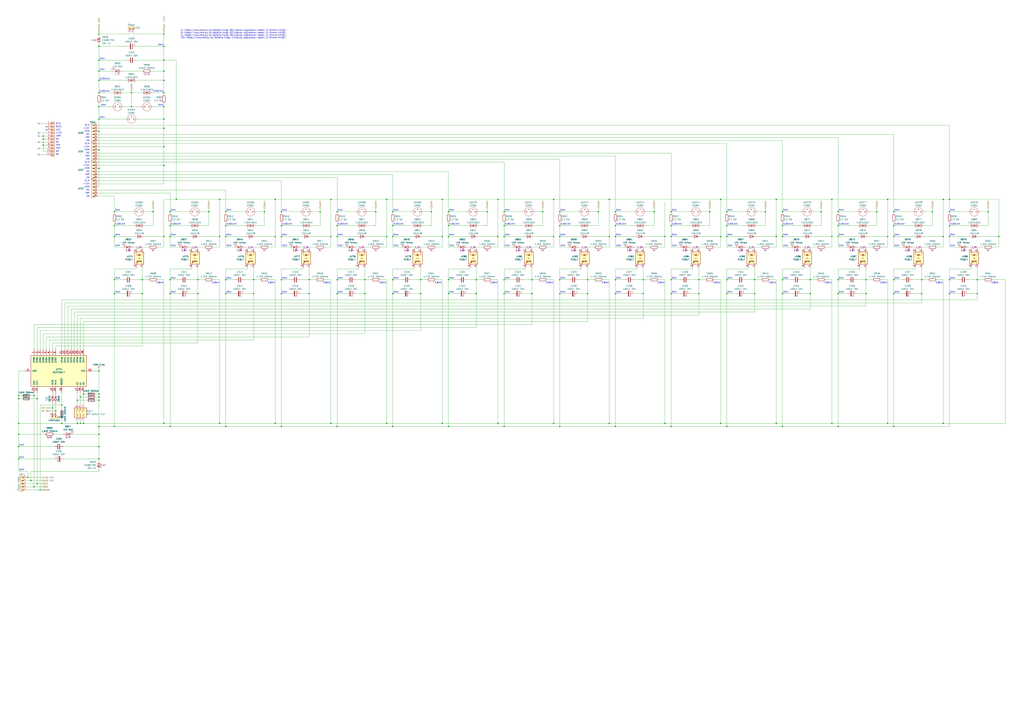
<source format=kicad_sch>
(kicad_sch (version 20231120) (generator "eeschema") (generator_version "8.0")
  (paper "A1")
  (junction (at 779.78 241.3))
  (junction (at 134.62 347.98))
  (junction (at 688.34 194.31))
  (junction (at 368.3 194.31))
  (junction (at 628.65 173.99))
  (junction (at 551.18 185.42))
  (junction (at 322.58 173.99))
  (junction (at 454.66 194.31))
  (junction (at 81.28 38.1))
  (junction (at 491.49 173.99))
  (junction (at 322.58 229.87))
  (junction (at 546.1 194.31))
  (junction (at 574.04 241.3))
  (junction (at 15.24 347.98))
  (junction (at 720.09 173.99))
  (junction (at 271.78 194.31))
  (junction (at 185.42 241.3))
  (junction (at 180.34 163.83))
  (junction (at 50.8 347.98))
  (junction (at 779.78 194.31))
  (junction (at 596.9 173.99))
  (junction (at 134.62 135.89))
  (junction (at 820.42 194.31))
  (junction (at 711.2 229.87))
  (junction (at 185.42 350.52))
  (junction (at 642.62 241.3))
  (junction (at 139.7 350.52))
  (junction (at 728.98 163.83))
  (junction (at 299.72 229.87))
  (junction (at 734.06 241.3))
  (junction (at 107.95 76.2))
  (junction (at 139.7 241.3))
  (junction (at 734.06 194.31))
  (junction (at 144.78 163.83))
  (junction (at 276.86 185.42))
  (junction (at 35.56 119.38))
  (junction (at 482.6 241.3))
  (junction (at 93.98 185.42))
  (junction (at 185.42 173.99))
  (junction (at 271.78 347.98))
  (junction (at 345.44 229.87))
  (junction (at 231.14 173.99))
  (junction (at 637.54 194.31))
  (junction (at 683.26 163.83))
  (junction (at 774.7 347.98))
  (junction (at 81.28 97.79))
  (junction (at 619.76 241.3))
  (junction (at 354.33 173.99))
  (junction (at 683.26 194.31))
  (junction (at 551.18 241.3))
  (junction (at 231.14 350.52))
  (junction (at 322.58 241.3))
  (junction (at 368.3 241.3))
  (junction (at 162.56 229.87))
  (junction (at 81.28 76.2))
  (junction (at 162.56 241.3))
  (junction (at 134.62 87.63))
  (junction (at 765.81 173.99))
  (junction (at 81.28 328.93))
  (junction (at 546.1 347.98))
  (junction (at 711.2 241.3))
  (junction (at 322.58 185.42))
  (junction (at 139.7 173.99))
  (junction (at 68.58 347.98))
  (junction (at 231.14 241.3))
  (junction (at 368.3 350.52))
  (junction (at 66.04 326.39))
  (junction (at 93.98 173.99))
  (junction (at 81.28 326.39))
  (junction (at 688.34 241.3))
  (junction (at 231.14 194.31))
  (junction (at 779.78 185.42))
  (junction (at 180.34 347.98))
  (junction (at 774.7 194.31))
  (junction (at 528.32 241.3))
  (junction (at 81.28 350.52))
  (junction (at 50.8 332.74))
  (junction (at 551.18 194.31))
  (junction (at 528.32 229.87))
  (junction (at 459.74 194.31))
  (junction (at 408.94 194.31))
  (junction (at 505.46 185.42))
  (junction (at 591.82 163.83))
  (junction (at 271.78 163.83))
  (junction (at 308.61 173.99))
  (junction (at 391.16 241.3))
  (junction (at 180.34 194.31))
  (junction (at 637.54 163.83))
  (junction (at 505.46 350.52))
  (junction (at 414.02 229.87))
  (junction (at 734.06 173.99))
  (junction (at 642.62 185.42))
  (junction (at 400.05 173.99))
  (junction (at 134.62 120.65))
  (junction (at 93.98 350.52))
  (junction (at 368.3 173.99))
  (junction (at 93.98 194.31))
  (junction (at 15.24 327.66))
  (junction (at 66.04 347.98))
  (junction (at 674.37 173.99))
  (junction (at 591.82 347.98))
  (junction (at 185.42 185.42))
  (junction (at 81.28 87.63))
  (junction (at 500.38 347.98))
  (junction (at 262.89 173.99))
  (junction (at 254 241.3))
  (junction (at 642.62 194.31))
  (junction (at 116.84 229.87))
  (junction (at 171.45 173.99))
  (junction (at 665.48 229.87))
  (junction (at 317.5 347.98))
  (junction (at 408.94 347.98))
  (junction (at 802.64 229.87))
  (junction (at 63.5 328.93))
  (junction (at 231.14 229.87))
  (junction (at 81.28 367.03))
  (junction (at 551.18 350.52))
  (junction (at 25.4 394.97))
  (junction (at 81.28 49.53))
  (junction (at 642.62 229.87))
  (junction (at 505.46 229.87))
  (junction (at 134.62 97.79))
  (junction (at 63.5 347.98))
  (junction (at 414.02 173.99))
  (junction (at 683.26 347.98))
  (junction (at 728.98 194.31))
  (junction (at 208.28 229.87))
  (junction (at 81.28 377.19))
  (junction (at 774.7 163.83))
  (junction (at 317.5 194.31))
  (junction (at 30.48 327.66))
  (junction (at 414.02 350.52))
  (junction (at 139.7 185.42))
  (junction (at 276.86 350.52))
  (junction (at 322.58 194.31))
  (junction (at 574.04 229.87))
  (junction (at 134.62 194.31))
  (junction (at 276.86 229.87))
  (junction (at 27.94 325.12))
  (junction (at 134.62 49.53))
  (junction (at 35.56 114.3))
  (junction (at 551.18 173.99))
  (junction (at 68.58 323.85))
  (junction (at 756.92 241.3))
  (junction (at 81.28 58.42))
  (junction (at 459.74 350.52))
  (junction (at 596.9 350.52))
  (junction (at 582.93 173.99))
  (junction (at 134.62 76.2))
  (junction (at 591.82 194.31))
  (junction (at 596.9 194.31))
  (junction (at 231.14 185.42))
  (junction (at 436.88 229.87))
  (junction (at 436.88 241.3))
  (junction (at 254 229.87))
  (junction (at 107.95 87.63))
  (junction (at 134.62 27.94))
  (junction (at 322.58 350.52))
  (junction (at 81.28 304.8))
  (junction (at 756.92 229.87))
  (junction (at 345.44 241.3))
  (junction (at 276.86 173.99))
  (junction (at 139.7 194.31))
  (junction (at 81.28 107.95))
  (junction (at 728.98 347.98))
  (junction (at 116.84 241.3))
  (junction (at 93.98 229.87))
  (junction (at 30.48 397.51))
  (junction (at 226.06 194.31))
  (junction (at 134.62 66.04))
  (junction (at 414.02 185.42))
  (junction (at 363.22 163.83))
  (junction (at 15.24 367.03))
  (junction (at 596.9 185.42))
  (junction (at 459.74 229.87))
  (junction (at 185.42 194.31))
  (junction (at 226.06 347.98))
  (junction (at 81.28 66.04))
  (junction (at 134.62 38.1))
  (junction (at 505.46 173.99))
  (junction (at 688.34 229.87))
  (junction (at 27.94 400.05))
  (junction (at 454.66 347.98))
  (junction (at 35.56 111.76))
  (junction (at 226.06 163.83))
  (junction (at 134.62 105.41))
  (junction (at 505.46 194.31))
  (junction (at 81.28 356.87))
  (junction (at 391.16 229.87))
  (junction (at 688.34 185.42))
  (junction (at 688.34 350.52))
  (junction (at 276.86 194.31))
  (junction (at 802.64 241.3))
  (junction (at 81.28 123.19))
  (junction (at 414.02 241.3))
  (junction (at 81.28 27.94))
  (junction (at 642.62 350.52))
  (junction (at 408.94 163.83))
  (junction (at 637.54 347.98))
  (junction (at 505.46 241.3))
  (junction (at 619.76 229.87))
  (junction (at 217.17 173.99))
  (junction (at 537.21 173.99))
  (junction (at 445.77 173.99))
  (junction (at 368.3 185.42))
  (junction (at 779.78 163.83))
  (junction (at 15.24 325.12))
  (junction (at 299.72 241.3))
  (junction (at 368.3 229.87))
  (junction (at 185.42 229.87))
  (junction (at 81.28 138.43))
  (junction (at 22.86 392.43))
  (junction (at 734.06 350.52))
  (junction (at 317.5 163.83))
  (junction (at 779.78 173.99))
  (junction (at 134.62 58.42))
  (junction (at 459.74 241.3))
  (junction (at 596.9 241.3))
  (junction (at 500.38 194.31))
  (junction (at 15.24 356.87))
  (junction (at 33.02 402.59))
  (junction (at 482.6 229.87))
  (junction (at 93.98 241.3))
  (junction (at 363.22 194.31))
  (junction (at 454.66 163.83))
  (junction (at 125.73 173.99))
  (junction (at 734.06 185.42))
  (junction (at 276.86 241.3))
  (junction (at 208.28 241.3))
  (junction (at 596.9 229.87))
  (junction (at 459.74 185.42))
  (junction (at 363.22 347.98))
  (junction (at 43.18 335.28))
  (junction (at 459.74 173.99))
  (junction (at 779.78 229.87))
  (junction (at 500.38 163.83))
  (junction (at 665.48 241.3))
  (junction (at 811.53 173.99))
  (junction (at 414.02 194.31))
  (junction (at 81.28 323.85))
  (junction (at 15.24 377.19))
  (junction (at 734.06 229.87))
  (junction (at 139.7 229.87))
  (junction (at 551.18 229.87))
  (junction (at 688.34 173.99))
  (junction (at 45.72 337.82))
  (junction (at 642.62 173.99))
  (no_connect (at 31.75 111.76))
  (no_connect (at 38.1 106.68))
  (no_connect (at 38.1 104.14))
  (no_connect (at 31.75 101.6))
  (no_connect (at 31.75 109.22))
  (no_connect (at 31.75 121.92))
  (no_connect (at 31.75 116.84))
  (no_connect (at 31.75 127))
  (wire (pts (xy 551.18 229.87) (xy 551.18 241.3)))
  (wire (pts (xy 139.7 194.31) (xy 156.21 194.31)))
  (wire (pts (xy 40.64 335.28) (xy 43.18 335.28)))
  (wire (pts (xy 139.7 350.52) (xy 185.42 350.52)))
  (wire (pts (xy 734.06 185.42) (xy 734.06 194.31)))
  (wire (pts (xy 596.9 194.31) (xy 613.41 194.31)))
  (wire (pts (xy 38.1 124.46) (xy 35.56 124.46)))
  (wire (pts (xy 666.75 194.31) (xy 683.26 194.31)))
  (wire (pts (xy 276.86 350.52) (xy 322.58 350.52)))
  (wire (pts (xy 688.34 194.31) (xy 704.85 194.31)))
  (wire (pts (xy 551.18 185.42) (xy 567.69 185.42)))
  (wire (pts (xy 368.3 194.31) (xy 384.81 194.31)))
  (wire (pts (xy 45.72 331.47) (xy 45.72 337.82)))
  (wire (pts (xy 231.14 185.42) (xy 231.14 194.31)))
  (wire (pts (xy 81.28 350.52) (xy 81.28 356.87)))
  (wire (pts (xy 302.26 173.99) (xy 308.61 173.99)))
  (wire (pts (xy 459.74 185.42) (xy 459.74 194.31)))
  (wire (pts (xy 171.45 171.45) (xy 171.45 173.99)))
  (wire (pts (xy 299.72 229.87) (xy 304.8 229.87)))
  (wire (pts (xy 802.64 219.71) (xy 802.64 229.87)))
  (wire (pts (xy 537.21 171.45) (xy 537.21 173.99)))
  (wire (pts (xy 81.28 153.67) (xy 81.28 138.43)))
  (wire (pts (xy 322.58 350.52) (xy 368.3 350.52)))
  (wire (pts (xy 345.44 219.71) (xy 345.44 229.87)))
  (wire (pts (xy 574.04 241.3) (xy 574.04 259.08)))
  (wire (pts (xy 116.84 229.87) (xy 116.84 241.3)))
  (wire (pts (xy 45.72 322.58) (xy 45.72 323.85)))
  (wire (pts (xy 619.76 219.71) (xy 619.76 229.87)))
  (wire (pts (xy 454.66 163.83) (xy 500.38 163.83)))
  (wire (pts (xy 80.01 115.57) (xy 642.62 115.57)))
  (wire (pts (xy 665.48 203.2) (xy 670.56 203.2)))
  (wire (pts (xy 226.06 163.83) (xy 226.06 194.31)))
  (wire (pts (xy 619.76 241.3) (xy 619.76 256.54)))
  (wire (pts (xy 391.16 203.2) (xy 391.16 204.47)))
  (wire (pts (xy 276.86 203.2) (xy 284.48 203.2)))
  (wire (pts (xy 482.6 241.3) (xy 482.6 264.16)))
  (wire (pts (xy 317.5 229.87) (xy 312.42 229.87)))
  (wire (pts (xy 78.74 328.93) (xy 81.28 328.93)))
  (wire (pts (xy 619.76 256.54) (xy 60.96 256.54)))
  (wire (pts (xy 774.7 194.31) (xy 774.7 203.2)))
  (wire (pts (xy 734.06 220.98) (xy 734.06 229.87)))
  (wire (pts (xy 619.76 203.2) (xy 624.84 203.2)))
  (wire (pts (xy 63.5 328.93) (xy 71.12 328.93)))
  (wire (pts (xy 162.56 229.87) (xy 162.56 241.3)))
  (wire (pts (xy 734.06 203.2) (xy 741.68 203.2)))
  (wire (pts (xy 414.02 182.88) (xy 414.02 185.42)))
  (wire (pts (xy 688.34 185.42) (xy 688.34 194.31)))
  (wire (pts (xy 139.7 203.2) (xy 147.32 203.2)))
  (wire (pts (xy 81.28 123.19) (xy 81.28 107.95)))
  (wire (pts (xy 80.01 146.05) (xy 276.86 146.05)))
  (wire (pts (xy 528.32 203.2) (xy 528.32 204.47)))
  (wire (pts (xy 368.3 175.26) (xy 368.3 173.99)))
  (wire (pts (xy 31.75 109.22) (xy 38.1 109.22)))
  (wire (pts (xy 299.72 203.2) (xy 304.8 203.2)))
  (wire (pts (xy 80.01 120.65) (xy 134.62 120.65)))
  (wire (pts (xy 15.24 387.35) (xy 22.86 387.35)))
  (wire (pts (xy 805.18 173.99) (xy 811.53 173.99)))
  (wire (pts (xy 414.02 220.98) (xy 414.02 229.87)))
  (wire (pts (xy 642.62 229.87) (xy 650.24 229.87)))
  (wire (pts (xy 15.24 367.03) (xy 15.24 377.19)))
  (wire (pts (xy 139.7 185.42) (xy 156.21 185.42)))
  (wire (pts (xy 185.42 156.21) (xy 185.42 173.99)))
  (wire (pts (xy 706.12 219.71) (xy 706.12 220.98)))
  (wire (pts (xy 76.2 304.8) (xy 81.28 304.8)))
  (wire (pts (xy 180.34 347.98) (xy 226.06 347.98)))
  (wire (pts (xy 408.94 163.83) (xy 454.66 163.83)))
  (wire (pts (xy 292.1 241.3) (xy 299.72 241.3)))
  (wire (pts (xy 483.87 185.42) (xy 491.49 185.42)))
  (wire (pts (xy 40.64 337.82) (xy 45.72 337.82)))
  (wire (pts (xy 231.14 175.26) (xy 231.14 173.99)))
  (wire (pts (xy 111.76 49.53) (xy 134.62 49.53)))
  (wire (pts (xy 60.96 256.54) (xy 60.96 287.02)))
  (wire (pts (xy 203.2 203.2) (xy 200.66 203.2)))
  (wire (pts (xy 711.2 229.87) (xy 716.28 229.87)))
  (wire (pts (xy 591.82 163.83) (xy 591.82 194.31)))
  (wire (pts (xy 576.58 173.99) (xy 582.93 173.99)))
  (wire (pts (xy 803.91 194.31) (xy 820.42 194.31)))
  (wire (pts (xy 368.3 185.42) (xy 384.81 185.42)))
  (wire (pts (xy 124.46 76.2) (xy 134.62 76.2)))
  (wire (pts (xy 485.14 173.99) (xy 491.49 173.99)))
  (wire (pts (xy 294.64 219.71) (xy 294.64 220.98)))
  (wire (pts (xy 368.3 229.87) (xy 375.92 229.87)))
  (wire (pts (xy 528.32 219.71) (xy 528.32 229.87)))
  (wire (pts (xy 414.02 194.31) (xy 430.53 194.31)))
  (wire (pts (xy 33.02 271.78) (xy 345.44 271.78)))
  (wire (pts (xy 591.82 163.83) (xy 637.54 163.83)))
  (wire (pts (xy 220.98 203.2) (xy 226.06 203.2)))
  (wire (pts (xy 134.62 105.41) (xy 134.62 120.65)))
  (wire (pts (xy 15.24 325.12) (xy 17.78 325.12)))
  (wire (pts (xy 596.9 220.98) (xy 614.68 220.98)))
  (wire (pts (xy 414.02 241.3) (xy 414.02 350.52)))
  (wire (pts (xy 657.86 229.87) (xy 665.48 229.87)))
  (wire (pts (xy 209.55 185.42) (xy 217.17 185.42)))
  (wire (pts (xy 25.4 387.35) (xy 81.28 387.35)))
  (wire (pts (xy 500.38 194.31) (xy 500.38 203.2)))
  (wire (pts (xy 78.74 326.39) (xy 81.28 326.39)))
  (wire (pts (xy 292.1 229.87) (xy 299.72 229.87)))
  (wire (pts (xy 765.81 173.99) (xy 765.81 185.42)))
  (wire (pts (xy 779.78 173.99) (xy 795.02 173.99)))
  (wire (pts (xy 322.58 182.88) (xy 322.58 185.42)))
  (wire (pts (xy 180.34 194.31) (xy 180.34 203.2)))
  (wire (pts (xy 125.73 87.63) (xy 134.62 87.63)))
  (wire (pts (xy 322.58 220.98) (xy 322.58 229.87)))
  (wire (pts (xy 392.43 185.42) (xy 400.05 185.42)))
  (wire (pts (xy 779.78 220.98) (xy 797.56 220.98)))
  (wire (pts (xy 614.68 203.2) (xy 612.14 203.2)))
  (wire (pts (xy 248.92 203.2) (xy 246.38 203.2)))
  (wire (pts (xy 459.74 185.42) (xy 476.25 185.42)))
  (wire (pts (xy 688.34 175.26) (xy 688.34 173.99)))
  (wire (pts (xy 779.78 241.3) (xy 787.4 241.3)))
  (wire (pts (xy 30.48 269.24) (xy 30.48 287.02)))
  (wire (pts (xy 294.64 203.2) (xy 292.1 203.2)))
  (wire (pts (xy 256.54 173.99) (xy 262.89 173.99)))
  (wire (pts (xy 246.38 229.87) (xy 254 229.87)))
  (wire (pts (xy 436.88 229.87) (xy 436.88 241.3)))
  (wire (pts (xy 162.56 281.94) (xy 43.18 281.94)))
  (wire (pts (xy 53.34 248.92) (xy 53.34 287.02)))
  (wire (pts (xy 35.56 114.3) (xy 35.56 111.76)))
  (wire (pts (xy 119.38 173.99) (xy 125.73 173.99)))
  (wire (pts (xy 454.66 194.31) (xy 454.66 203.2)))
  (wire (pts (xy 482.6 229.87) (xy 482.6 241.3)))
  (wire (pts (xy 116.84 203.2) (xy 121.92 203.2)))
  (wire (pts (xy 81.28 378.46) (xy 81.28 377.19)))
  (wire (pts (xy 596.9 185.42) (xy 596.9 194.31)))
  (wire (pts (xy 815.34 203.2) (xy 820.42 203.2)))
  (wire (pts (xy 111.76 203.2) (xy 109.22 203.2)))
  (wire (pts (xy 15.24 327.66) (xy 17.78 327.66)))
  (wire (pts (xy 157.48 203.2) (xy 154.94 203.2)))
  (wire (pts (xy 345.44 241.3) (xy 345.44 271.78)))
  (wire (pts (xy 628.65 171.45) (xy 628.65 173.99)))
  (wire (pts (xy 43.18 331.47) (xy 43.18 335.28)))
  (wire (pts (xy 271.78 229.87) (xy 266.7 229.87)))
  (wire (pts (xy 113.03 97.79) (xy 134.62 97.79)))
  (wire (pts (xy 35.56 124.46) (xy 35.56 119.38)))
  (wire (pts (xy 391.16 229.87) (xy 391.16 241.3)))
  (wire (pts (xy 208.28 229.87) (xy 213.36 229.87)))
  (wire (pts (xy 551.18 229.87) (xy 558.8 229.87)))
  (wire (pts (xy 491.49 173.99) (xy 491.49 185.42)))
  (wire (pts (xy 454.66 347.98) (xy 500.38 347.98)))
  (wire (pts (xy 711.2 203.2) (xy 711.2 204.47)))
  (wire (pts (xy 276.86 194.31) (xy 276.86 203.2)))
  (wire (pts (xy 568.96 204.47) (xy 568.96 203.2)))
  (wire (pts (xy 300.99 185.42) (xy 308.61 185.42)))
  (wire (pts (xy 185.42 194.31) (xy 185.42 203.2)))
  (wire (pts (xy 81.28 27.94) (xy 106.68 27.94)))
  (wire (pts (xy 400.05 173.99) (xy 400.05 185.42)))
  (wire (pts (xy 139.7 229.87) (xy 147.32 229.87)))
  (wire (pts (xy 317.5 163.83) (xy 363.22 163.83)))
  (wire (pts (xy 445.77 171.45) (xy 445.77 173.99)))
  (wire (pts (xy 459.74 350.52) (xy 505.46 350.52)))
  (wire (pts (xy 66.04 346.71) (xy 66.04 347.98)))
  (wire (pts (xy 779.78 102.87) (xy 779.78 163.83)))
  (wire (pts (xy 78.74 323.85) (xy 81.28 323.85)))
  (wire (pts (xy 454.66 229.87) (xy 454.66 347.98)))
  (wire (pts (xy 528.32 203.2) (xy 533.4 203.2)))
  (wire (pts (xy 165.1 173.99) (xy 171.45 173.99)))
  (wire (pts (xy 642.62 115.57) (xy 642.62 173.99)))
  (wire (pts (xy 21.59 397.51) (xy 30.48 397.51)))
  (wire (pts (xy 734.06 350.52) (xy 779.78 350.52)))
  (wire (pts (xy 642.62 241.3) (xy 650.24 241.3)))
  (wire (pts (xy 614.68 219.71) (xy 614.68 220.98)))
  (wire (pts (xy 66.04 261.62) (xy 528.32 261.62)))
  (wire (pts (xy 31.75 127) (xy 38.1 127)))
  (wire (pts (xy 477.52 204.47) (xy 477.52 203.2)))
  (wire (pts (xy 505.46 185.42) (xy 521.97 185.42)))
  (wire (pts (xy 474.98 229.87) (xy 482.6 229.87)))
  (wire (pts (xy 619.76 229.87) (xy 624.84 229.87)))
  (wire (pts (xy 180.34 229.87) (xy 180.34 347.98)))
  (wire (pts (xy 683.26 194.31) (xy 683.26 203.2)))
  (wire (pts (xy 15.24 325.12) (xy 15.24 327.66)))
  (wire (pts (xy 505.46 220.98) (xy 523.24 220.98)))
  (wire (pts (xy 459.74 241.3) (xy 459.74 350.52)))
  (wire (pts (xy 180.34 163.83) (xy 180.34 194.31)))
  (wire (pts (xy 660.4 203.2) (xy 657.86 203.2)))
  (wire (pts (xy 802.64 246.38) (xy 802.64 241.3)))
  (wire (pts (xy 797.56 203.2) (xy 795.02 203.2)))
  (wire (pts (xy 368.3 140.97) (xy 368.3 173.99)))
  (wire (pts (xy 483.87 194.31) (xy 500.38 194.31)))
  (wire (pts (xy 107.95 74.93) (xy 107.95 76.2)))
  (wire (pts (xy 414.02 133.35) (xy 414.02 173.99)))
  (wire (pts (xy 436.88 203.2) (xy 441.96 203.2)))
  (wire (pts (xy 15.24 304.8) (xy 15.24 325.12)))
  (wire (pts (xy 688.34 185.42) (xy 704.85 185.42)))
  (wire (pts (xy 368.3 220.98) (xy 386.08 220.98)))
  (wire (pts (xy 139.7 182.88) (xy 139.7 185.42)))
  (wire (pts (xy 116.84 76.2) (xy 107.95 76.2)))
  (wire (pts (xy 139.7 220.98) (xy 157.48 220.98)))
  (wire (pts (xy 368.3 241.3) (xy 368.3 350.52)))
  (wire (pts (xy 38.1 276.86) (xy 254 276.86)))
  (wire (pts (xy 528.32 229.87) (xy 528.32 241.3)))
  (wire (pts (xy 756.92 229.87) (xy 762 229.87)))
  (wire (pts (xy 779.78 185.42) (xy 779.78 194.31)))
  (wire (pts (xy 734.06 110.49) (xy 734.06 173.99)))
  (wire (pts (xy 71.12 323.85) (xy 68.58 323.85)))
  (wire (pts (xy 50.8 322.58) (xy 50.8 332.74)))
  (wire (pts (xy 66.04 326.39) (xy 66.04 331.47)))
  (wire (pts (xy 134.62 229.87) (xy 134.62 347.98)))
  (wire (pts (xy 779.78 194.31) (xy 796.29 194.31)))
  (wire (pts (xy 134.62 38.1) (xy 134.62 49.53)))
  (wire (pts (xy 38.1 287.02) (xy 38.1 276.86)))
  (wire (pts (xy 58.42 254) (xy 58.42 287.02)))
  (wire (pts (xy 665.48 229.87) (xy 665.48 241.3)))
  (wire (pts (xy 81.28 328.93) (xy 81.28 350.52)))
  (wire (pts (xy 68.58 323.85) (xy 68.58 322.58)))
  (wire (pts (xy 403.86 203.2) (xy 408.94 203.2)))
  (wire (pts (xy 688.34 173.99) (xy 703.58 173.99)))
  (wire (pts (xy 254 229.87) (xy 259.08 229.87)))
  (wire (pts (xy 632.46 203.2) (xy 637.54 203.2)))
  (wire (pts (xy 574.04 203.2) (xy 574.04 204.47)))
  (wire (pts (xy 734.06 241.3) (xy 734.06 350.52)))
  (wire (pts (xy 15.24 327.66) (xy 15.24 347.98)))
  (wire (pts (xy 546.1 229.87) (xy 541.02 229.87)))
  (wire (pts (xy 591.82 229.87) (xy 591.82 347.98)))
  (wire (pts (xy 81.28 58.42) (xy 92.71 58.42)))
  (wire (pts (xy 459.74 220.98) (xy 459.74 229.87)))
  (wire (pts (xy 668.02 173.99) (xy 674.37 173.99)))
  (wire (pts (xy 118.11 194.31) (xy 134.62 194.31)))
  (wire (pts (xy 368.3 194.31) (xy 368.3 203.2)))
  (wire (pts (xy 276.86 185.42) (xy 293.37 185.42)))
  (wire (pts (xy 163.83 185.42) (xy 171.45 185.42)))
  (wire (pts (xy 529.59 194.31) (xy 546.1 194.31)))
  (wire (pts (xy 15.24 347.98) (xy 50.8 347.98)))
  (wire (pts (xy 408.94 347.98) (xy 363.22 347.98)))
  (wire (pts (xy 81.28 76.2) (xy 92.71 76.2)))
  (wire (pts (xy 551.18 185.42) (xy 551.18 194.31)))
  (wire (pts (xy 185.42 229.87) (xy 185.42 241.3)))
  (wire (pts (xy 591.82 194.31) (xy 591.82 203.2)))
  (wire (pts (xy 431.8 204.47) (xy 431.8 203.2)))
  (wire (pts (xy 134.62 120.65) (xy 134.62 135.89)))
  (wire (pts (xy 491.49 171.45) (xy 491.49 173.99)))
  (wire (pts (xy 774.7 229.87) (xy 769.62 229.87)))
  (wire (pts (xy 734.06 185.42) (xy 750.57 185.42)))
  (wire (pts (xy 134.62 76.2) (xy 134.62 77.47)))
  (wire (pts (xy 276.86 185.42) (xy 276.86 194.31)))
  (wire (pts (xy 185.42 350.52) (xy 231.14 350.52)))
  (wire (pts (xy 568.96 219.71) (xy 568.96 220.98)))
  (wire (pts (xy 93.98 220.98) (xy 111.76 220.98)))
  (wire (pts (xy 25.4 325.12) (xy 27.94 325.12)))
  (wire (pts (xy 111.76 204.47) (xy 111.76 203.2)))
  (wire (pts (xy 81.28 138.43) (xy 81.28 123.19)))
  (wire (pts (xy 596.9 241.3) (xy 596.9 350.52)))
  (wire (pts (xy 276.86 241.3) (xy 276.86 350.52)))
  (wire (pts (xy 109.22 229.87) (xy 116.84 229.87)))
  (wire (pts (xy 438.15 194.31) (xy 454.66 194.31)))
  (wire (pts (xy 185.42 185.42) (xy 185.42 194.31)))
  (wire (pts (xy 154.94 241.3) (xy 162.56 241.3)))
  (wire (pts (xy 139.7 220.98) (xy 139.7 229.87)))
  (wire (pts (xy 688.34 241.3) (xy 695.96 241.3)))
  (wire (pts (xy 500.38 229.87) (xy 500.38 347.98)))
  (wire (pts (xy 162.56 281.94) (xy 162.56 241.3)))
  (wire (pts (xy 25.4 327.66) (xy 30.48 327.66)))
  (wire (pts (xy 208.28 241.3) (xy 208.28 279.4)))
  (wire (pts (xy 200.66 241.3) (xy 208.28 241.3)))
  (wire (pts (xy 688.34 113.03) (xy 688.34 173.99)))
  (wire (pts (xy 665.48 229.87) (xy 670.56 229.87)))
  (wire (pts (xy 340.36 204.47) (xy 340.36 203.2)))
  (wire (pts (xy 93.98 229.87) (xy 93.98 241.3)))
  (wire (pts (xy 720.09 173.99) (xy 720.09 185.42)))
  (wire (pts (xy 231.14 220.98) (xy 231.14 229.87)))
  (wire (pts (xy 53.34 248.92) (xy 756.92 248.92)))
  (wire (pts (xy 81.28 27.94) (xy 81.28 29.21)))
  (wire (pts (xy 109.22 241.3) (xy 116.84 241.3)))
  (wire (pts (xy 100.33 76.2) (xy 107.95 76.2)))
  (wire (pts (xy 93.98 185.42) (xy 93.98 194.31)))
  (wire (pts (xy 157.48 219.71) (xy 157.48 220.98)))
  (wire (pts (xy 27.94 266.7) (xy 27.94 287.02)))
  (wire (pts (xy 35.56 111.76) (xy 38.1 111.76)))
  (wire (pts (xy 414.02 185.42) (xy 414.02 194.31)))
  (wire (pts (xy 203.2 219.71) (xy 203.2 220.98)))
  (wire (pts (xy 80.01 135.89) (xy 134.62 135.89)))
  (wire (pts (xy 80.01 118.11) (xy 596.9 118.11)))
  (wire (pts (xy 185.42 220.98) (xy 185.42 229.87)))
  (wire (pts (xy 81.28 326.39) (xy 81.28 323.85)))
  (wire (pts (xy 345.44 203.2) (xy 350.52 203.2)))
  (wire (pts (xy 80.01 113.03) (xy 688.34 113.03)))
  (wire (pts (xy 408.94 229.87) (xy 403.86 229.87)))
  (wire (pts (xy 368.3 229.87) (xy 368.3 241.3)))
  (wire (pts (xy 505.46 194.31) (xy 505.46 203.2)))
  (wire (pts (xy 124.46 58.42) (xy 134.62 58.42)))
  (wire (pts (xy 363.22 163.83) (xy 363.22 194.31)))
  (wire (pts (xy 107.95 76.2) (xy 107.95 87.63)))
  (wire (pts (xy 711.2 203.2) (xy 716.28 203.2)))
  (wire (pts (xy 797.56 204.47) (xy 797.56 203.2)))
  (wire (pts (xy 505.46 220.98) (xy 505.46 229.87)))
  (wire (pts (xy 354.33 173.99) (xy 354.33 185.42)))
  (wire (pts (xy 35.56 274.32) (xy 35.56 287.02)))
  (wire (pts (xy 154.94 229.87) (xy 162.56 229.87)))
  (wire (pts (xy 408.94 163.83) (xy 408.94 194.31)))
  (wire (pts (xy 157.48 204.47) (xy 157.48 203.2)))
  (wire (pts (xy 346.71 194.31) (xy 363.22 194.31)))
  (wire (pts (xy 276.86 241.3) (xy 284.48 241.3)))
  (wire (pts (xy 779.78 220.98) (xy 779.78 229.87)))
  (wire (pts (xy 185.42 175.26) (xy 185.42 173.99)))
  (wire (pts (xy 720.09 171.45) (xy 720.09 173.99)))
  (wire (pts (xy 642.62 185.42) (xy 642.62 194.31)))
  (wire (pts (xy 596.9 350.52) (xy 642.62 350.52)))
  (wire (pts (xy 134.62 26.67) (xy 134.62 27.94)))
  (wire (pts (xy 621.03 194.31) (xy 637.54 194.31)))
  (wire (pts (xy 35.56 119.38) (xy 35.56 114.3)))
  (wire (pts (xy 226.06 163.83) (xy 271.78 163.83)))
  (wire (pts (xy 391.16 229.87) (xy 396.24 229.87)))
  (wire (pts (xy 354.33 171.45) (xy 354.33 173.99)))
  (wire (pts (xy 81.28 367.03) (xy 81.28 377.19)))
  (wire (pts (xy 134.62 49.53) (xy 144.78 49.53)))
  (wire (pts (xy 111.76 219.71) (xy 111.76 220.98)))
  (wire (pts (xy 317.5 347.98) (xy 271.78 347.98)))
  (wire (pts (xy 756.92 241.3) (xy 756.92 248.92)))
  (wire (pts (xy 642.62 203.2) (xy 650.24 203.2)))
  (wire (pts (xy 200.66 229.87) (xy 208.28 229.87)))
  (wire (pts (xy 38.1 119.38) (xy 35.56 119.38)))
  (wire (pts (xy 436.88 219.71) (xy 436.88 229.87)))
  (wire (pts (xy 734.06 241.3) (xy 741.68 241.3)))
  (wire (pts (xy 642.62 194.31) (xy 659.13 194.31)))
  (wire (pts (xy 80.01 140.97) (xy 368.3 140.97)))
  (wire (pts (xy 139.7 175.26) (xy 139.7 173.99)))
  (wire (pts (xy 688.34 229.87) (xy 688.34 241.3)))
  (wire (pts (xy 368.3 241.3) (xy 375.92 241.3)))
  (wire (pts (xy 50.8 246.38) (xy 802.64 246.38)))
  (wire (pts (xy 93.98 182.88) (xy 93.98 185.42)))
  (wire (pts (xy 774.7 163.83) (xy 774.7 194.31)))
  (wire (pts (xy 756.92 203.2) (xy 756.92 204.47)))
  (wire (pts (xy 21.59 394.97) (xy 25.4 394.97)))
  (wire (pts (xy 134.62 58.42) (xy 134.62 66.04)))
  (wire (pts (xy 80.01 138.43) (xy 81.28 138.43)))
  (wire (pts (xy 203.2 204.47) (xy 203.2 203.2)))
  (wire (pts (xy 520.7 229.87) (xy 528.32 229.87)))
  (wire (pts (xy 723.9 203.2) (xy 728.98 203.2)))
  (wire (pts (xy 363.22 229.87) (xy 358.14 229.87)))
  (wire (pts (xy 231.14 350.52) (xy 276.86 350.52)))
  (wire (pts (xy 391.16 203.2) (xy 396.24 203.2)))
  (wire (pts (xy 180.34 163.83) (xy 226.06 163.83)))
  (wire (pts (xy 811.53 173.99) (xy 811.53 185.42)))
  (wire (pts (xy 231.14 148.59) (xy 231.14 173.99)))
  (wire (pts (xy 551.18 350.52) (xy 596.9 350.52)))
  (wire (pts (xy 779.78 175.26) (xy 779.78 173.99)))
  (wire (pts (xy 231.14 182.88) (xy 231.14 185.42)))
  (wire (pts (xy 591.82 229.87) (xy 586.74 229.87)))
  (wire (pts (xy 575.31 185.42) (xy 582.93 185.42)))
  (wire (pts (xy 276.86 229.87) (xy 284.48 229.87)))
  (wire (pts (xy 546.1 194.31) (xy 546.1 203.2)))
  (wire (pts (xy 688.34 241.3) (xy 688.34 350.52)))
  (wire (pts (xy 734.06 173.99) (xy 749.3 173.99)))
  (wire (pts (xy 254 219.71) (xy 254 229.87)))
  (wire (pts (xy 55.88 251.46) (xy 711.2 251.46)))
  (wire (pts (xy 779.78 185.42) (xy 796.29 185.42)))
  (wire (pts (xy 231.14 241.3) (xy 231.14 350.52)))
  (wire (pts (xy 706.12 204.47) (xy 706.12 203.2)))
  (wire (pts (xy 642.62 220.98) (xy 642.62 229.87)))
  (wire (pts (xy 665.48 203.2) (xy 665.48 204.47)))
  (wire (pts (xy 80.01 143.51) (xy 322.58 143.51)))
  (wire (pts (xy 80.01 161.29) (xy 93.98 161.29)))
  (wire (pts (xy 30.48 327.66) (xy 30.48 397.51)))
  (wire (pts (xy 116.84 284.48) (xy 116.84 241.3)))
  (wire (pts (xy 185.42 173.99) (xy 200.66 173.99)))
  (wire (pts (xy 628.65 173.99) (xy 628.65 185.42)))
  (wire (pts (xy 322.58 241.3) (xy 330.2 241.3)))
  (wire (pts (xy 63.5 346.71) (xy 63.5 347.98)))
  (wire (pts (xy 30.48 397.51) (xy 34.29 397.51)))
  (wire (pts (xy 63.5 259.08) (xy 63.5 287.02)))
  (wire (pts (xy 21.59 402.59) (xy 33.02 402.59)))
  (wire (pts (xy 81.28 87.63) (xy 91.44 87.63)))
  (wire (pts (xy 414.02 185.42) (xy 430.53 185.42)))
  (wire (pts (xy 116.84 219.71) (xy 116.84 229.87)))
  (wire (pts (xy 803.91 185.42) (xy 811.53 185.42)))
  (wire (pts (xy 688.34 203.2) (xy 695.96 203.2)))
  (wire (pts (xy 276.86 182.88) (xy 276.86 185.42)))
  (wire (pts (xy 322.58 229.87) (xy 322.58 241.3)))
  (wire (pts (xy 254 276.86) (xy 254 241.3)))
  (wire (pts (xy 111.76 38.1) (xy 134.62 38.1)))
  (wire (pts (xy 505.46 241.3) (xy 513.08 241.3)))
  (wire (pts (xy 711.2 241.3) (xy 711.2 251.46)))
  (wire (pts (xy 546.1 166.37) (xy 546.1 194.31)))
  (wire (pts (xy 134.62 97.79) (xy 134.62 105.41)))
  (wire (pts (xy 312.42 203.2) (xy 317.5 203.2)))
  (wire (pts (xy 248.92 219.71) (xy 248.92 220.98)))
  (wire (pts (xy 93.98 241.3) (xy 101.6 241.3)))
  (wire (pts (xy 81.28 303.53) (xy 81.28 304.8)))
  (wire (pts (xy 596.9 203.2) (xy 604.52 203.2)))
  (wire (pts (xy 144.78 163.83) (xy 180.34 163.83)))
  (wire (pts (xy 537.21 173.99) (xy 537.21 185.42)))
  (wire (pts (xy 81.28 356.87) (xy 81.28 367.03)))
  (wire (pts (xy 254 203.2) (xy 259.08 203.2)))
  (wire (pts (xy 15.24 356.87) (xy 36.83 356.87)))
  (wire (pts (xy 774.7 347.98) (xy 825.5 347.98)))
  (wire (pts (xy 66.04 287.02) (xy 66.04 261.62)))
  (wire (pts (xy 33.02 332.74) (xy 33.02 402.59)))
  (wire (pts (xy 52.07 367.03) (xy 81.28 367.03)))
  (wire (pts (xy 660.4 204.47) (xy 660.4 203.2)))
  (wire (pts (xy 358.14 203.2) (xy 363.22 203.2)))
  (wire (pts (xy 551.18 241.3) (xy 551.18 350.52)))
  (wire (pts (xy 134.62 135.89) (xy 134.62 151.13)))
  (wire (pts (xy 551.18 182.88) (xy 551.18 185.42)))
  (wire (pts (xy 363.22 163.83) (xy 408.94 163.83)))
  (wire (pts (xy 68.58 323.85) (xy 68.58 331.47)))
  (wire (pts (xy 728.98 347.98) (xy 683.26 347.98)))
  (wire (pts (xy 93.98 241.3) (xy 93.98 350.52)))
  (wire (pts (xy 208.28 229.87) (xy 208.28 241.3)))
  (wire (pts (xy 80.01 133.35) (xy 414.02 133.35)))
  (wire (pts (xy 391.16 219.71) (xy 391.16 229.87)))
  (wire (pts (xy 50.8 246.38) (xy 50.8 287.02)))
  (wire (pts (xy 393.7 173.99) (xy 400.05 173.99)))
  (wire (pts (xy 591.82 347.98) (xy 637.54 347.98)))
  (wire (pts (xy 254 229.87) (xy 254 241.3)))
  (wire (pts (xy 505.46 350.52) (xy 551.18 350.52)))
  (wire (pts (xy 322.58 185.42) (xy 322.58 194.31)))
  (wire (pts (xy 713.74 173.99) (xy 720.09 173.99)))
  (wire (pts (xy 482.6 203.2) (xy 487.68 203.2)))
  (wire (pts (xy 703.58 229.87) (xy 711.2 229.87)))
  (wire (pts (xy 674.37 171.45) (xy 674.37 173.99)))
  (wire (pts (xy 116.84 284.48) (xy 45.72 284.48)))
  (wire (pts (xy 15.24 377.19) (xy 44.45 377.19)))
  (wire (pts (xy 459.74 182.88) (xy 459.74 185.42)))
  (wire (pts (xy 459.74 203.2) (xy 467.36 203.2)))
  (wire (pts (xy 728.98 229.87) (xy 728.98 347.98)))
  (wire (pts (xy 81.28 66.04) (xy 104.14 66.04)))
  (wire (pts (xy 43.18 322.58) (xy 43.18 323.85)))
  (wire (pts (xy 728.98 347.98) (xy 774.7 347.98)))
  (wire (pts (xy 454.66 347.98) (xy 408.94 347.98)))
  (wire (pts (xy 322.58 173.99) (xy 337.82 173.99)))
  (wire (pts (xy 63.5 322.58) (xy 63.5 328.93)))
  (wire (pts (xy 93.98 350.52) (xy 139.7 350.52)))
  (wire (pts (xy 271.78 194.31) (xy 271.78 203.2)))
  (wire (pts (xy 80.01 105.41) (xy 134.62 105.41)))
  (wire (pts (xy 391.16 241.3) (xy 391.16 269.24)))
  (wire (pts (xy 582.93 173.99) (xy 582.93 185.42)))
  (wire (pts (xy 185.42 241.3) (xy 185.42 350.52)))
  (wire (pts (xy 15.24 304.8) (xy 20.32 304.8)))
  (wire (pts (xy 40.64 279.4) (xy 40.64 287.02)))
  (wire (pts (xy 231.14 220.98) (xy 248.92 220.98)))
  (wire (pts (xy 734.06 182.88) (xy 734.06 185.42)))
  (wire (pts (xy 825.5 229.87) (xy 815.34 229.87)))
  (wire (pts (xy 30.48 327.66) (xy 30.48 322.58)))
  (wire (pts (xy 688.34 194.31) (xy 688.34 203.2)))
  (wire (pts (xy 734.06 175.26) (xy 734.06 173.99)))
  (wire (pts (xy 477.52 203.2) (xy 474.98 203.2)))
  (wire (pts (xy 795.02 229.87) (xy 802.64 229.87)))
  (wire (pts (xy 27.94 325.12) (xy 27.94 322.58)))
  (wire (pts (xy 63.5 328.93) (xy 63.5 331.47)))
  (wire (pts (xy 825.5 229.87) (xy 825.5 347.98)))
  (wire (pts (xy 262.89 171.45) (xy 262.89 173.99)))
  (wire (pts (xy 383.54 241.3) (xy 391.16 241.3)))
  (wire (pts (xy 774.7 229.87) (xy 774.7 347.98)))
  (wire (pts (xy 568.96 203.2) (xy 566.42 203.2)))
  (wire (pts (xy 445.77 173.99) (xy 445.77 185.42)))
  (wire (pts (xy 703.58 241.3) (xy 711.2 241.3)))
  (wire (pts (xy 459.74 220.98) (xy 477.52 220.98)))
  (wire (pts (xy 162.56 219.71) (xy 162.56 229.87)))
  (wire (pts (xy 802.64 229.87) (xy 802.64 241.3)))
  (wire (pts (xy 266.7 203.2) (xy 271.78 203.2)))
  (wire (pts (xy 66.04 326.39) (xy 71.12 326.39)))
  (wire (pts (xy 322.58 194.31) (xy 339.09 194.31)))
  (wire (pts (xy 106.68 27.94) (xy 106.68 26.67)))
  (wire (pts (xy 596.9 173.99) (xy 612.14 173.99)))
  (wire (pts (xy 505.46 229.87) (xy 513.08 229.87)))
  (wire (pts (xy 459.74 241.3) (xy 467.36 241.3)))
  (wire (pts (xy 38.1 114.3) (xy 35.56 114.3)))
  (wire (pts (xy 414.02 220.98) (xy 431.8 220.98)))
  (wire (pts (xy 391.16 269.24) (xy 30.48 269.24)))
  (wire (pts (xy 80.01 125.73) (xy 551.18 125.73)))
  (wire (pts (xy 551.18 173.99) (xy 566.42 173.99)))
  (wire (pts (xy 81.28 66.04) (xy 81.28 76.2)))
  (wire (pts (xy 139.7 173.99) (xy 154.94 173.99)))
  (wire (pts (xy 116.84 229.87) (xy 121.92 229.87)))
  (wire (pts (xy 482.6 203.2) (xy 482.6 204.47)))
  (wire (pts (xy 226.06 229.87) (xy 220.98 229.87)))
  (wire (pts (xy 566.42 229.87) (xy 574.04 229.87)))
  (wire (pts (xy 728.98 194.31) (xy 728.98 203.2)))
  (wire (pts (xy 678.18 203.2) (xy 683.26 203.2)))
  (wire (pts (xy 642.62 185.42) (xy 659.13 185.42)))
  (wire (pts (xy 185.42 229.87) (xy 193.04 229.87)))
  (wire (pts (xy 346.71 185.42) (xy 354.33 185.42)))
  (wire (pts (xy 45.72 287.02) (xy 45.72 284.48)))
  (wire (pts (xy 81.28 97.79) (xy 102.87 97.79)))
  (wire (pts (xy 109.22 27.94) (xy 109.22 26.67)))
  (wire (pts (xy 93.98 229.87) (xy 101.6 229.87)))
  (wire (pts (xy 81.28 323.85) (xy 81.28 304.8)))
  (wire (pts (xy 15.24 347.98) (xy 15.24 356.87)))
  (wire (pts (xy 271.78 347.98) (xy 226.06 347.98)))
  (wire (pts (xy 665.48 241.3) (xy 665.48 254)))
  (wire (pts (xy 15.24 356.87) (xy 15.24 367.03)))
  (wire (pts (xy 612.14 229.87) (xy 619.76 229.87)))
  (wire (pts (xy 779.78 229.87) (xy 787.4 229.87)))
  (wire (pts (xy 27.94 400.05) (xy 34.29 400.05)))
  (wire (pts (xy 50.8 347.98) (xy 63.5 347.98)))
  (wire (pts (xy 276.86 220.98) (xy 294.64 220.98)))
  (wire (pts (xy 368.3 173.99) (xy 383.54 173.99)))
  (wire (pts (xy 31.75 116.84) (xy 38.1 116.84)))
  (wire (pts (xy 386.08 219.71) (xy 386.08 220.98)))
  (wire (pts (xy 383.54 229.87) (xy 391.16 229.87)))
  (wire (pts (xy 246.38 241.3) (xy 254 241.3)))
  (wire (pts (xy 208.28 279.4) (xy 40.64 279.4)))
  (wire (pts (xy 642.62 220.98) (xy 660.4 220.98)))
  (wire (pts (xy 139.7 158.75) (xy 139.7 173.99)))
  (wire (pts (xy 25.4 394.97) (xy 34.29 394.97)))
  (wire (pts (xy 337.82 241.3) (xy 345.44 241.3)))
  (wire (pts (xy 93.98 185.42) (xy 110.49 185.42)))
  (wire (pts (xy 756.92 203.2) (xy 762 203.2)))
  (wire (pts (xy 254 203.2) (xy 254 204.47)))
  (wire (pts (xy 414.02 229.87) (xy 414.02 241.3)))
  (wire (pts (xy 134.62 27.94) (xy 134.62 38.1)))
  (wire (pts (xy 231.14 173.99) (xy 246.38 173.99)))
  (wire (pts (xy 439.42 173.99) (xy 445.77 173.99)))
  (wire (pts (xy 185.42 194.31) (xy 201.93 194.31)))
  (wire (pts (xy 523.24 204.47) (xy 523.24 203.2)))
  (wire (pts (xy 414.02 173.99) (xy 429.26 173.99)))
  (wire (pts (xy 134.62 229.87) (xy 129.54 229.87)))
  (wire (pts (xy 139.7 194.31) (xy 139.7 203.2)))
  (wire (pts (xy 15.24 377.19) (xy 15.24 387.35)))
  (wire (pts (xy 300.99 194.31) (xy 317.5 194.31)))
  (wire (pts (xy 31.75 121.92) (xy 38.1 121.92)))
  (wire (pts (xy 81.28 38.1) (xy 81.28 49.53)))
  (wire (pts (xy 596.9 175.26) (xy 596.9 173.99)))
  (wire (pts (xy 751.84 204.47) (xy 751.84 203.2)))
  (wire (pts (xy 683.26 229.87) (xy 678.18 229.87)))
  (wire (pts (xy 337.82 229.87) (xy 345.44 229.87)))
  (wire (pts (xy 55.88 251.46) (xy 55.88 287.02)))
  (wire (pts (xy 125.73 173.99) (xy 125.73 185.42)))
  (wire (pts (xy 596.9 220.98) (xy 596.9 229.87)))
  (wire (pts (xy 574.04 259.08) (xy 63.5 259.08)))
  (wire (pts (xy 505.46 128.27) (xy 505.46 173.99)))
  (wire (pts (xy 400.05 171.45) (xy 400.05 173.99)))
  (wire (pts (xy 436.88 229.87) (xy 441.96 229.87)))
  (wire (pts (xy 657.86 241.3) (xy 665.48 241.3)))
  (wire (pts (xy 276.86 229.87) (xy 276.86 241.3)))
  (wire (pts (xy 612.14 241.3) (xy 619.76 241.3)))
  (wire (pts (xy 711.2 219.71) (xy 711.2 229.87)))
  (wire (pts (xy 294.64 204.47) (xy 294.64 203.2)))
  (wire (pts (xy 779.78 194.31) (xy 779.78 203.2)))
  (wire (pts (xy 619.76 229.87) (xy 619.76 241.3)))
  (wire (pts (xy 449.58 203.2) (xy 454.66 203.2)))
  (wire (pts (xy 459.74 175.26) (xy 459.74 173.99)))
  (wire (pts (xy 802.64 203.2) (xy 807.72 203.2)))
  (wire (pts (xy 317.5 229.87) (xy 317.5 347.98)))
  (wire (pts (xy 436.88 203.2) (xy 436.88 204.47)))
  (wire (pts (xy 276.86 175.26) (xy 276.86 173.99)))
  (wire (pts (xy 322.58 185.42) (xy 339.09 185.42)))
  (wire (pts (xy 80.01 130.81) (xy 459.74 130.81)))
  (wire (pts (xy 231.14 229.87) (xy 238.76 229.87)))
  (wire (pts (xy 751.84 203.2) (xy 749.3 203.2)))
  (wire (pts (xy 500.38 229.87) (xy 495.3 229.87)))
  (wire (pts (xy 134.62 66.04) (xy 134.62 76.2)))
  (wire (pts (xy 80.01 153.67) (xy 81.28 153.67)))
  (wire (pts (xy 81.28 387.35) (xy 81.28 386.08)))
  (wire (pts (xy 81.28 76.2) (xy 81.28 77.47)))
  (wire (pts (xy 688.34 229.87) (xy 695.96 229.87)))
  (wire (pts (xy 523.24 203.2) (xy 520.7 203.2)))
  (wire (pts (xy 665.48 219.71) (xy 665.48 229.87)))
  (wire (pts (xy 368.3 350.52) (xy 414.02 350.52)))
  (wire (pts (xy 101.6 87.63) (xy 107.95 87.63)))
  (wire (pts (xy 551.18 125.73) (xy 551.18 173.99)))
  (wire (pts (xy 340.36 203.2) (xy 337.82 203.2)))
  (wire (pts (xy 180.34 229.87) (xy 175.26 229.87)))
  (wire (pts (xy 345.44 229.87) (xy 345.44 241.3)))
  (wire (pts (xy 185.42 203.2) (xy 193.04 203.2)))
  (wire (pts (xy 802.64 229.87) (xy 807.72 229.87)))
  (wire (pts (xy 431.8 203.2) (xy 429.26 203.2)))
  (wire (pts (xy 80.01 123.19) (xy 81.28 123.19)))
  (wire (pts (xy 528.32 229.87) (xy 533.4 229.87)))
  (wire (pts (xy 459.74 194.31) (xy 476.25 194.31)))
  (wire (pts (xy 68.58 346.71) (xy 68.58 347.98)))
  (wire (pts (xy 811.53 171.45) (xy 811.53 173.99)))
  (wire (pts (xy 674.37 173.99) (xy 674.37 185.42)))
  (wire (pts (xy 93.98 175.26) (xy 93.98 173.99)))
  (wire (pts (xy 505.46 229.87) (xy 505.46 241.3)))
  (wire (pts (xy 162.56 203.2) (xy 167.64 203.2)))
  (wire (pts (xy 712.47 194.31) (xy 728.98 194.31)))
  (wire (pts (xy 688.34 220.98) (xy 688.34 229.87)))
  (wire (pts (xy 322.58 194.31) (xy 322.58 203.2)))
  (wire (pts (xy 596.9 118.11) (xy 596.9 173.99)))
  (wire (pts (xy 758.19 185.42) (xy 765.81 185.42)))
  (wire (pts (xy 322.58 143.51) (xy 322.58 173.99)))
  (wire (pts (xy 93.98 173.99) (xy 109.22 173.99)))
  (wire (pts (xy 125.73 171.45) (xy 125.73 173.99)))
  (wire (pts (xy 505.46 182.88) (xy 505.46 185.42)))
  (wire (pts (xy 80.01 102.87) (xy 779.78 102.87)))
  (wire (pts (xy 551.18 220.98) (xy 551.18 229.87)))
  (wire (pts (xy 779.78 163.83) (xy 779.78 173.99)))
  (wire (pts (xy 774.7 163.83) (xy 728.98 163.83)))
  (wire (pts (xy 81.28 328.93) (xy 81.28 326.39)))
  (wire (pts (xy 429.26 241.3) (xy 436.88 241.3)))
  (wire (pts (xy 363.22 229.87) (xy 363.22 347.98)))
  (wire (pts (xy 758.19 194.31) (xy 774.7 194.31)))
  (wire (pts (xy 756.92 229.87) (xy 756.92 241.3)))
  (wire (pts (xy 683.26 229.87) (xy 683.26 347.98)))
  (wire (pts (xy 436.88 241.3) (xy 436.88 266.7)))
  (wire (pts (xy 33.02 332.74) (xy 50.8 332.74)))
  (wire (pts (xy 33.02 271.78) (xy 33.02 287.02)))
  (wire (pts (xy 59.69 356.87) (xy 81.28 356.87)))
  (wire (pts (xy 642.62 173.99) (xy 657.86 173.99)))
  (wire (pts (xy 134.62 49.53) (xy 134.62 58.42)))
  (wire (pts (xy 345.44 203.2) (xy 345.44 204.47)))
  (wire (pts (xy 454.66 163.83) (xy 454.66 194.31)))
  (wire (pts (xy 749.3 241.3) (xy 756.92 241.3)))
  (wire (pts (xy 81.28 85.09) (xy 81.28 87.63)))
  (wire (pts (xy 505.46 185.42) (xy 505.46 194.31)))
  (wire (pts (xy 728.98 229.87) (xy 723.9 229.87)))
  (wire (pts (xy 322.58 175.26) (xy 322.58 173.99)))
  (wire (pts (xy 551.18 203.2) (xy 558.8 203.2)))
  (wire (pts (xy 711.2 229.87) (xy 711.2 241.3)))
  (wire (pts (xy 574.04 229.87) (xy 574.04 241.3)))
  (wire (pts (xy 505.46 173.99) (xy 520.7 173.99)))
  (wire (pts (xy 210.82 173.99) (xy 217.17 173.99)))
  (wire (pts (xy 81.28 87.63) (xy 81.28 97.79)))
  (wire (pts (xy 582.93 171.45) (xy 582.93 173.99)))
  (wire (pts (xy 276.86 146.05) (xy 276.86 173.99)))
  (wire (pts (xy 63.5 347.98) (xy 66.04 347.98)))
  (wire (pts (xy 162.56 229.87) (xy 167.64 229.87)))
  (wire (pts (xy 185.42 185.42) (xy 201.93 185.42)))
  (wire (pts (xy 408.94 194.31) (xy 408.94 203.2)))
  (wire (pts (xy 38.1 101.6) (xy 31.75 101.6)))
  (wire (pts (xy 759.46 173.99) (xy 765.81 173.99)))
  (wire (pts (xy 144.78 49.53) (xy 144.78 163.83)))
  (wire (pts (xy 505.46 203.2) (xy 513.08 203.2)))
  (wire (pts (xy 749.3 229.87) (xy 756.92 229.87)))
  (wire (pts (xy 217.17 173.99) (xy 217.17 185.42)))
  (wire (pts (xy 637.54 194.31) (xy 637.54 203.2)))
  (wire (pts (xy 93.98 161.29) (xy 93.98 173.99)))
  (wire (pts (xy 21.59 392.43) (xy 22.86 392.43)))
  (wire (pts (xy 322.58 229.87) (xy 330.2 229.87)))
  (wire (pts (xy 139.7 185.42) (xy 139.7 194.31)))
  (wire (pts (xy 779.78 203.2) (xy 787.4 203.2)))
  (wire (pts (xy 44.45 356.87) (xy 52.07 356.87)))
  (wire (pts (xy 50.8 332.74) (xy 50.8 336.55)))
  (wire (pts (xy 551.18 194.31) (xy 567.69 194.31)))
  (wire (pts (xy 347.98 173.99) (xy 354.33 173.99)))
  (wire (pts (xy 546.1 229.87) (xy 546.1 347.98)))
  (wire (pts (xy 248.92 204.47) (xy 248.92 203.2)))
  (wire (pts (xy 596.9 229.87) (xy 604.52 229.87)))
  (wire (pts (xy 109.22 27.94) (xy 134.62 27.94)))
  (wire (pts (xy 139.7 241.3) (xy 147.32 241.3)))
  (wire (pts (xy 541.02 203.2) (xy 546.1 203.2)))
  (wire (pts (xy 368.3 203.2) (xy 375.92 203.2)))
  (wire (pts (xy 474.98 241.3) (xy 482.6 241.3)))
  (wire (pts (xy 80.01 128.27) (xy 505.46 128.27)))
  (wire (pts (xy 118.11 185.42) (xy 125.73 185.42)))
  (wire (pts (xy 459.74 194.31) (xy 459.74 203.2)))
  (wire (pts (xy 134.62 347.98) (xy 68.58 347.98)))
  (wire (pts (xy 596.9 185.42) (xy 613.41 185.42)))
  (wire (pts (xy 505.46 194.31) (xy 521.97 194.31)))
  (wire (pts (xy 779.78 163.83) (xy 820.42 163.83)))
  (wire (pts (xy 93.98 203.2) (xy 101.6 203.2)))
  (wire (pts (xy 299.72 274.32) (xy 35.56 274.32)))
  (wire (pts (xy 500.38 163.83) (xy 500.38 194.31)))
  (wire (pts (xy 80.01 148.59) (xy 231.14 148.59)))
  (wire (pts (xy 802.64 203.2) (xy 802.64 204.47)))
  (wire (pts (xy 459.74 130.81) (xy 459.74 173.99)))
  (wire (pts (xy 386.08 203.2) (xy 383.54 203.2)))
  (wire (pts (xy 217.17 171.45) (xy 217.17 173.99)))
  (wire (pts (xy 185.42 220.98) (xy 203.2 220.98)))
  (wire (pts (xy 308.61 171.45) (xy 308.61 173.99)))
  (wire (pts (xy 596.9 182.88) (xy 596.9 185.42)))
  (wire (pts (xy 66.04 322.58) (xy 66.04 326.39)))
  (wire (pts (xy 495.3 203.2) (xy 500.38 203.2)))
  (wire (pts (xy 596.9 194.31) (xy 596.9 203.2)))
  (wire (pts (xy 322.58 241.3) (xy 322.58 350.52)))
  (wire (pts (xy 231.14 185.42) (xy 247.65 185.42)))
  (wire (pts (xy 208.28 203.2) (xy 208.28 204.47)))
  (wire (pts (xy 642.62 229.87) (xy 642.62 241.3)))
  (wire (pts (xy 81.28 49.53) (xy 81.28 58.42)))
  (wire (pts (xy 482.6 264.16) (xy 68.58 264.16)))
  (wire (pts (xy 80.01 156.21) (xy 185.42 156.21)))
  (wire (pts (xy 299.72 203.2) (xy 299.72 204.47)))
  (wire (pts (xy 820.42 194.31) (xy 820.42 203.2)))
  (wire (pts (xy 231.14 229.87) (xy 231.14 241.3)))
  (wire (pts (xy 392.43 194.31) (xy 408.94 194.31)))
  (wire (pts (xy 642.62 182.88) (xy 642.62 185.42)))
  (wire (pts (xy 50.8 344.17) (xy 50.8 347.98)))
  (wire (pts (xy 262.89 173.99) (xy 262.89 185.42)))
  (wire (pts (xy 255.27 185.42) (xy 262.89 185.42)))
  (wire (pts (xy 134.62 163.83) (xy 134.62 194.31)))
  (wire (pts (xy 637.54 347.98) (xy 683.26 347.98)))
  (wire (pts (xy 688.34 182.88) (xy 688.34 185.42)))
  (wire (pts (xy 431.8 219.71) (xy 431.8 220.98)))
  (wire (pts (xy 66.04 347.98) (xy 68.58 347.98)))
  (wire (pts (xy 459.74 229.87) (xy 467.36 229.87)))
  (wire (pts (xy 665.48 254) (xy 58.42 254)))
  (wire (pts (xy 500.38 163.83) (xy 591.82 163.83)))
  (wire (pts (xy 80.01 107.95) (xy 81.28 107.95)))
  (wire (pts (xy 575.31 194.31) (xy 591.82 194.31)))
  (wire (pts (xy 45.72 337.82) (xy 45.72 339.09)))
  (wire (pts (xy 683.26 163.83) (xy 637.54 163.83)))
  (wire (pts (xy 81.28 97.79) (xy 81.28 107.95)))
  (wire (pts (xy 134.62 194.31) (xy 134.62 203.2)))
  (wire (pts (xy 546.1 347.98) (xy 591.82 347.98)))
  (wire (pts (xy 81.28 38.1) (xy 104.14 38.1)))
  (wire (pts (xy 586.74 203.2) (xy 591.82 203.2)))
  (wire (pts (xy 185.42 182.88) (xy 185.42 185.42)))
  (wire (pts (xy 226.06 229.87) (xy 226.06 347.98)))
  (wire (pts (xy 68.58 264.16) (xy 68.58 287.02)))
  (wire (pts (xy 688.34 220.98) (xy 706.12 220.98)))
  (wire (pts (xy 642.62 175.26) (xy 642.62 173.99)))
  (wire (pts (xy 231.14 203.2) (xy 238.76 203.2)))
  (wire (pts (xy 134.62 87.63) (xy 134.62 97.79)))
  (wire (pts (xy 622.3 173.99) (xy 628.65 173.99)))
  (wire (pts (xy 529.59 185.42) (xy 537.21 185.42)))
  (wire (pts (xy 706.12 203.2) (xy 703.58 203.2)))
  (wire (pts (xy 414.02 241.3) (xy 421.64 241.3)))
  (wire (pts (xy 637.54 163.83) (xy 637.54 194.31)))
  (wire (pts (xy 317.5 194.31) (xy 317.5 203.2)))
  (wire (pts (xy 574.04 219.71) (xy 574.04 229.87)))
  (wire (pts (xy 454.66 229.87) (xy 449.58 229.87)))
  (wire (pts (xy 769.62 203.2) (xy 774.7 203.2)))
  (wire (pts (xy 728.98 163.83) (xy 683.26 163.83)))
  (wire (pts (xy 459.74 173.99) (xy 474.98 173.99)))
  (wire (pts (xy 129.54 203.2) (xy 134.62 203.2)))
  (wire (pts (xy 566.42 241.3) (xy 574.04 241.3)))
  (wire (pts (xy 299.72 219.71) (xy 299.72 229.87)))
  (wire (pts (xy 368.3 185.42) (xy 368.3 194.31)))
  (wire (pts (xy 751.84 219.71) (xy 751.84 220.98)))
  (wire (pts (xy 363.22 347.98) (xy 317.5 347.98)))
  (wire (pts (xy 185.42 241.3) (xy 193.04 241.3)))
  (wire (pts (xy 408.94 229.87) (xy 408.94 347.98)))
  (wire (pts (xy 52.07 377.19) (xy 81.28 377.19)))
  (wire (pts (xy 596.9 241.3) (xy 604.52 241.3)))
  (wire (pts (xy 43.18 281.94) (xy 43.18 287.02)))
  (wire (pts (xy 93.98 194.31) (xy 93.98 203.2)))
  (wire (pts (xy 271.78 229.87) (xy 271.78 347.98)))
  (wire (pts (xy 27.94 325.12) (xy 27.94 400.05)))
  (wire (pts (xy 231.14 194.31) (xy 231.14 203.2)))
  (wire (pts (xy 614.68 204.47) (xy 614.68 203.2)))
  (wire (pts (xy 797.56 219.71) (xy 797.56 220.98)))
  (wire (pts (xy 80.01 151.13) (xy 134.62 151.13)))
  (wire (pts (xy 574.04 203.2) (xy 579.12 203.2)))
  (wire (pts (xy 209.55 194.31) (xy 226.06 194.31)))
  (wire (pts (xy 551.18 175.26) (xy 551.18 173.99)))
  (wire (pts (xy 642.62 350.52) (xy 688.34 350.52)))
  (wire (pts (xy 22.86 387.35) (xy 22.86 392.43)))
  (wire (pts (xy 795.02 241.3) (xy 802.64 241.3)))
  (wire (pts (xy 500.38 347.98) (xy 546.1 347.98)))
  (wire (pts (xy 637.54 229.87) (xy 637.54 347.98)))
  (wire (pts (xy 666.75 185.42) (xy 674.37 185.42)))
  (wire (pts (xy 523.24 219.71) (xy 523.24 220.98)))
  (wire (pts (xy 368.3 220.98) (xy 368.3 229.87)))
  (wire (pts (xy 368.3 182.88) (xy 368.3 185.42)))
  (wire (pts (xy 276.86 194.31) (xy 293.37 194.31)))
  (wire (pts (xy 438.15 185.42) (xy 445.77 185.42)))
  (wire (pts (xy 317.5 163.83) (xy 317.5 194.31)))
  (wire (pts (xy 139.7 241.3) (xy 139.7 350.52)))
  (wire (pts (xy 596.9 229.87) (xy 596.9 241.3)))
  (wire (pts (xy 505.46 175.26) (xy 505.46 173.99)))
  (wire (pts (xy 171.45 173.99) (xy 171.45 185.42)))
  (wire (pts (xy 322.58 220.98) (xy 340.36 220.98)))
  (wire (pts (xy 271.78 163.83) (xy 317.5 163.83)))
  (wire (pts (xy 734.06 194.31) (xy 734.06 203.2)))
  (wire (pts (xy 100.33 58.42) (xy 116.84 58.42)))
  (wire (pts (xy 271.78 163.83) (xy 271.78 194.31)))
  (wire (pts (xy 414.02 203.2) (xy 421.64 203.2)))
  (wire (pts (xy 299.72 229.87) (xy 299.72 241.3)))
  (wire (pts (xy 255.27 194.31) (xy 271.78 194.31)))
  (wire (pts (xy 43.18 335.28) (xy 43.18 339.09)))
  (wire (pts (xy 459.74 229.87) (xy 459.74 241.3)))
  (wire (pts (xy 208.28 219.71) (xy 208.28 229.87)))
  (wire (pts (xy 363.22 194.31) (xy 363.22 203.2)))
  (wire (pts (xy 175.26 203.2) (xy 180.34 203.2)))
  (wire (pts (xy 340.36 219.71) (xy 340.36 220.98)))
  (wire (pts (xy 163.83 194.31) (xy 180.34 194.31)))
  (wire (pts (xy 80.01 158.75) (xy 139.7 158.75)))
  (wire (pts (xy 414.02 229.87) (xy 421.64 229.87)))
  (wire (pts (xy 734.06 194.31) (xy 750.57 194.31)))
  (wire (pts (xy 93.98 194.31) (xy 110.49 194.31)))
  (wire (pts (xy 520.7 241.3) (xy 528.32 241.3)))
  (wire (pts (xy 688.34 350.52) (xy 734.06 350.52)))
  (wire (pts (xy 414.02 175.26) (xy 414.02 173.99)))
  (wire (pts (xy 779.78 229.87) (xy 779.78 241.3)))
  (wire (pts (xy 505.46 241.3) (xy 505.46 350.52)))
  (wire (pts (xy 276.86 220.98) (xy 276.86 229.87)))
  (wire (pts (xy 21.59 400.05) (xy 27.94 400.05)))
  (wire (pts (xy 477.52 219.71) (xy 477.52 220.98)))
  (wire (pts (xy 779.78 350.52) (xy 779.78 241.3)))
  (wire (pts (xy 637.54 229.87) (xy 632.46 229.87)))
  (wire (pts (xy 436.88 266.7) (xy 27.94 266.7)))
  (wire (pts (xy 81.28 350.52) (xy 93.98 350.52)))
  (wire (pts (xy 111.76 66.04) (xy 134.62 66.04)))
  (wire (pts (xy 756.92 219.71) (xy 756.92 229.87)))
  (wire (pts (xy 551.18 241.3) (xy 558.8 241.3)))
  (wire (pts (xy 414.02 194.31) (xy 414.02 203.2)))
  (wire (pts (xy 621.03 185.42) (xy 628.65 185.42)))
  (wire (pts (xy 574.04 229.87) (xy 579.12 229.87)))
  (wire (pts (xy 33.02 402.59) (xy 34.29 402.59)))
  (wire (pts (xy 22.86 392.43) (xy 34.29 392.43)))
  (wire (pts (xy 107.95 87.63) (xy 115.57 87.63)))
  (wire (pts (xy 482.6 219.71) (xy 482.6 229.87)))
  (wire (pts (xy 429.26 229.87) (xy 436.88 229.87)))
  (wire (pts (xy 299.72 241.3) (xy 299.72 274.32)))
  (wire (pts (xy 180.34 347.98) (xy 134.62 347.98)))
  (wire (pts (xy 414.02 350.52) (xy 459.74 350.52)))
  (wire (pts (xy 322.58 203.2) (xy 330.2 203.2)))
  (wire (pts (xy 308.61 173.99) (xy 308.61 185.42)))
  (wire (pts (xy 226.06 194.31) (xy 226.06 203.2)))
  (wire (pts (xy 81.28 26.67) (xy 81.28 27.94)))
  (wire (pts (xy 734.06 229.87) (xy 734.06 241.3)))
  (wire (pts (xy 734.06 229.87) (xy 741.68 229.87)))
  (wire (pts (xy 528.32 261.62) (xy 528.32 241.3)))
  (wire (pts (xy 386.08 204.47) (xy 386.08 203.2)))
  (wire (pts (xy 208.28 203.2) (xy 213.36 203.2)))
  (wire (pts (xy 779.78 182.88) (xy 779.78 185.42)))
  (wire (pts (xy 779.78 163.83) (xy 774.7 163.83)))
  (wire (pts (xy 482.6 229.87) (xy 487.68 229.87)))
  (wire (pts (xy 31.75 111.76) (xy 35.56 111.76)))
  (wire (pts (xy 81.28 36.83) (xy 81.28 38.1)))
  (wire (pts (xy 81.28 49.53) (xy 104.14 49.53)))
  (wire (pts (xy 551.18 194.31) (xy 551.18 203.2)))
  (wire (pts (xy 231.14 241.3) (xy 238.76 241.3)))
  (wire (pts (xy 660.4 219.71) (xy 660.4 220.98)))
  (wire (pts (xy 162.56 203.2) (xy 162.56 204.47)))
  (wire (pts (xy 116.84 203.2) (xy 116.84 204.47)))
  (wire (pts (xy 80.01 110.49) (xy 734.06 110.49)))
  (wire (pts (xy 820.42 163.83) (xy 820.42 194.31)))
  (wire (pts (xy 93.98 220.98) (xy 93.98 229.87)))
  (wire (pts (xy 642.62 241.3) (xy 642.62 350.52)))
  (wire (pts (xy 728.98 163.83) (xy 728.98 194.31)))
  (wire (pts (xy 551.18 220.98) (xy 568.96 220.98)))
  (wire (pts (xy 139.7 229.87) (xy 139.7 241.3)))
  (wire (pts (xy 530.86 173.99) (xy 537.21 173.99)))
  (wire (pts (xy 345.44 229.87) (xy 350.52 229.87)))
  (wire (pts (xy 81.28 58.42) (xy 81.28 66.04)))
  (wire (pts (xy 642.62 194.31) (xy 642.62 203.2)))
  (wire (pts (xy 134.62 85.09) (xy 134.62 87.63)))
  (wire (pts (xy 619.76 203.2) (xy 619.76 204.47)))
  (wire (pts (xy 734.06 220.98) (xy 751.84 220.98)))
  (wire (pts (xy 712.47 185.42) (xy 720.09 185.42)))
  (wire (pts (xy 231.14 194.31) (xy 247.65 194.31)))
  (wire (pts (xy 25.4 387.35) (xy 25.4 394.97)))
  (wire (pts (xy 276.86 173.99) (xy 292.1 173.99)))
  (wire (pts (xy 765.81 171.45) (xy 765.81 173.99)))
  (wire (pts (xy 15.24 367.03) (xy 44.45 367.03)))
  (wire (pts (xy 683.26 163.83) (xy 683.26 194.31)))
  (wire (pts (xy 134.62 163.83) (xy 144.78 163.83)))
  (text "3,8mA" (at 173.99 232.41 0) (effects (font (size 1.27 1.27)) (justify left)))
  (text "0,001mA" (at 468.63 184.15 0) (effects (font (size 1.27 1.27)) (justify right)))
  (text "0mA" (at 187.96 228.6 0) (effects (font (size 1.27 1.27))))
  (text "TMP" (at 73.66 128.27 0) (effects (font (size 1.27 1.27)) (justify right)))
  (text "0mA" (at 279.4 228.6 0) (effects (font (size 1.27 1.27))))
  (text "0mA" (at 279.4 240.03 0) (effects (font (size 1.27 1.27))))
  (text "0,001mA" (at 651.51 184.15 0) (effects (font (size 1.27 1.27)) (justify right)))
  (text "0mA" (at 83.82 48.26 0) (effects (font (size 1.27 1.27))))
  (text "0mA" (at 690.88 228.6 0) (effects (font (size 1.27 1.27))))
  (text "+12V" (at 73.66 151.13 0) (effects (font (size 1.27 1.27)) (justify right)))
  (text "0mA" (at 85.09 86.36 0) (effects (font (size 1.27 1.27))))
  (text "3,8mA" (at 722.63 232.41 0) (effects (font (size 1.27 1.27)) (justify left)))
  (text "COM" (at 45.72 111.76 0) (effects (font (size 1.27 1.27)) (justify left)))
  (text "3,8mA" (at 676.91 232.41 0) (effects (font (size 1.27 1.27)) (justify left)))
  (text "0mA" (at 96.52 228.6 0) (effects (font (size 1.27 1.27))))
  (text "2mA" (at 83.82 57.15 0) (effects (font (size 1.27 1.27))))
  (text "0mA" (at 690.88 172.72 0) (effects (font (size 1.27 1.27))))
  (text "0mA" (at 416.56 228.6 0) (effects (font (size 1.27 1.27))))
  (text "+12V" (at 45.72 109.22 0) (effects (font (size 1.27 1.27)) (justify left)))
  (text "0mA" (at 132.08 36.83 0) (effects (font (size 1.27 1.27))))
  (text "2mA" (at 370.84 201.93 0) (effects (font (size 1.27 1.27))))
  (text "0,001mA" (at 560.07 184.15 0) (effects (font (size 1.27 1.27)) (justify right)))
  (text "SVCE" (at 45.72 104.14 0) (effects (font (size 1.27 1.27)) (justify left)))
  (text "0mA" (at 96.52 240.03 0) (effects (font (size 1.27 1.27))))
  (text "0mA" (at 462.28 172.72 0) (effects (font (size 1.27 1.27))))
  (text "0mA" (at 96.52 172.72 0) (effects (font (size 1.27 1.27))))
  (text "0mA" (at 142.24 228.6 0) (effects (font (size 1.27 1.27))))
  (text "0,001mA" (at 377.19 184.15 0) (effects (font (size 1.27 1.27)) (justify right)))
  (text "2mA" (at 690.88 201.93 0) (effects (font (size 1.27 1.27))))
  (text "3,8mA" (at 265.43 232.41 0) (effects (font (size 1.27 1.27)) (justify left)))
  (text "2mA" (at 462.28 201.93 0) (effects (font (size 1.27 1.27))))
  (text "0,001mA" (at 148.59 184.15 0) (effects (font (size 1.27 1.27)) (justify right)))
  (text "0mA" (at 462.28 240.03 0) (effects (font (size 1.27 1.27))))
  (text "0mA" (at 599.44 228.6 0) (effects (font (size 1.27 1.27))))
  (text "0mA" (at 508 228.6 0) (effects (font (size 1.27 1.27))))
  (text "3,8mA" (at 631.19 232.41 0) (effects (font (size 1.27 1.27)) (justify left)))
  (text "TMP" (at 73.66 113.03 0) (effects (font (size 1.27 1.27)) (justify right)))
  (text "3,8mA" (at 219.71 232.41 0) (effects (font (size 1.27 1.27)) (justify left)))
  (text "0,001mA" (at 285.75 184.15 0) (effects (font (size 1.27 1.27)) (justify right)))
  (text "0mA" (at 132.08 86.36 0) (effects (font (size 1.27 1.27))))
  (text "0mA" (at 187.96 240.03 0) (effects (font (size 1.27 1.27))))
  (text "0mA" (at 690.88 193.04 0) (effects (font (size 1.27 1.27))))
  (text "0mA" (at 416.56 193.04 0) (effects (font (size 1.27 1.27))))
  (text "0mA" (at 96.52 193.04 0) (effects (font (size 1.27 1.27))))
  (text "COM" (at 73.66 138.43 0) (effects (font (size 1.27 1.27)) (justify right)))
  (text "2mA" (at 325.12 201.93 0) (effects (font (size 1.27 1.27))))
  (text "0mA" (at 553.72 228.6 0) (effects (font (size 1.27 1.27))))
  (text "0,001mA" (at 422.91 184.15 0) (effects (font (size 1.27 1.27)) (justify right)))
  (text "D/N" (at 45.72 101.6 0) (effects (font (size 1.27 1.27)) (justify left)))
  (text "0mA" (at 782.32 172.72 0) (effects (font (size 1.27 1.27))))
  (text "0mA" (at 187.96 193.04 0) (effects (font (size 1.27 1.27))))
  (text "2mA" (at 508 201.93 0) (effects (font (size 1.27 1.27))))
  (text "NC" (at 73.66 140.97 0) (effects (font (size 1.27 1.27)) (justify right)))
  (text "0mA" (at 736.6 172.72 0) (effects (font (size 1.27 1.27))))
  (text "0mA" (at 187.96 172.72 0) (effects (font (size 1.27 1.27))))
  (text "0mA" (at 279.4 172.72 0) (effects (font (size 1.27 1.27))))
  (text "3,8mA" (at 494.03 232.41 0) (effects (font (size 1.27 1.27)) (justify left)))
  (text "AM" (at 45.72 124.46 0) (effects (font (size 1.27 1.27)) (justify left)))
  (text "0mA" (at 645.16 172.72 0) (effects (font (size 1.27 1.27))))
  (text "3,8mA" (at 585.47 232.41 0) (effects (font (size 1.27 1.27)) (justify left)))
  (text "0,001mA" (at 240.03 184.15 0) (effects (font (size 1.27 1.27)) (justify right)))
  (text "AM" (at 73.66 161.29 0) (effects (font (size 1.27 1.27)) (justify right)))
  (text "0mA" (at 736.6 193.04 0) (effects (font (size 1.27 1.27))))
  (text "0mA" (at 325.12 193.04 0) (effects (font (size 1.27 1.27))))
  (text "2mA" (at 96.52 201.93 0) (effects (font (size 1.27 1.27))))
  (text "0mA" (at 416.56 240.03 0) (effects (font (size 1.27 1.27))))
  (text "0mA" (at 17.78 386.08 0) (effects (font (size 1.27 1.27))))
  (text "AM" (at 45.72 127 0) (effects (font (size 1.27 1.27)) (justify left)))
  (text "COM" (at 73.66 107.95 0) (effects (font (size 1.27 1.27)) (justify right)))
  (text "3,8mA" (at 356.87 232.41 0) (effects (font (size 1.27 1.27)) (justify left)))
  (text "0mA" (at 782.32 240.03 0) (effects (font (size 1.27 1.27))))
  (text "3,8mA" (at 402.59 232.41 0) (effects (font (size 1.27 1.27)) (justify left)))
  (text "2mA" (at 416.56 201.93 0) (effects (font (size 1.27 1.27))))
  (text "D/N" (at 73.66 133.35 0) (effects (font (size 1.27 1.27)) (justify right)))
  (text "3,8mA" (at 768.35 232.41 0) (effects (font (size 1.27 1.27)) (justify left)))
  (text "0mA" (at 462.28 228.6 0) (effects (font (size 1.27 1.27))))
  (text "0,001mA" (at 194.31 184.15 0) (effects (font (size 1.27 1.27)) (justify right)))
  (text "2mA" (at 553.72 201.93 0) (effects (font (size 1.27 1.27))))
  (text "D/N" (at 73.66 118.11 0) (effects (font (size 1.27 1.27)) (justify right)))
  (text "AM" (at 73.66 115.57 0) (effects (font (size 1.27 1.27)) (justify right)))
  (text "COM" (at 73.66 123.19 0) (effects (font (size 1.27 1.27)) (justify right)))
  (text "0mA" (at 370.84 228.6 0) (effects (font (size 1.27 1.27))))
  (text "0mA" (at 553.72 193.04 0) (effects (font (size 1.27 1.27))))
  (text "AM" (at 73.66 146.05 0) (effects (font (size 1.27 1.27)) (justify right)))
  (text "0mA" (at 462.28 193.04 0) (effects (font (size 1.27 1.27))))
  (text "0,001mA" (at 331.47 184.15 0) (effects (font (size 1.27 1.27)) (justify right)))
  (text "0mA" (at 142.24 193.04 0) (effects (font (size 1.27 1.27))))
  (text "0,001mA" (at 605.79 184.15 0) (effects (font (size 1.27 1.27)) (justify right)))
  (text "0mA" (at 142.24 172.72 0) (effects (font (size 1.27 1.27))))
  (text "TMP" (at 45.72 121.92 0) (effects (font (size 1.27 1.27)) (justify left)))
  (text "TMP" (at 45.72 119.38 0) (effects (font (size 1.27 1.27)) (justify left)))
  (text "D/N" (at 73.66 148.59 0) (effects (font (size 1.27 1.27)) (justify right)))
  (text "0,001mA" (at 514.35 184.15 0) (effects (font (size 1.27 1.27)) (justify right)))
  (text "0mA" (at 325.12 172.72 0) (effects (font (size 1.27 1.27))))
  (text "+12V" (at 73.66 135.89 0) (effects (font (size 1.27 1.27)) (justify right)))
  (text "3,8mA" (at 448.31 232.41 0) (effects (font (size 1.27 1.27)) (justify left)))
  (text "0mA" (at 508 240.03 0) (effects (font (size 1.27 1.27))))
  (text "0,001mA" (at 125.73 74.93 0) (effects (font (size 1.27 1.27)) (justify left)))
  (text "TMP" (at 73.66 143.51 0) (effects (font (size 1.27 1.27)) (justify right)))
  (text "0mA" (at 599.44 240.03 0) (effects (font (size 1.27 1.27))))
  (text "0mA" (at 233.68 240.03 0) (effects (font (size 1.27 1.27))))
  (text "0mA" (at 17.78 375.92 0) (effects (font (size 1.27 1.27))))
  (text "2mA" (at 736.6 201.93 0) (effects (font (size 1.27 1.27))))
  (text "2mA" (at 187.96 201.93 0) (effects (font (size 1.27 1.27))))
  (text "0mA" (at 553.72 172.72 0) (effects (font (size 1.27 1.27))))
  (text "0mA" (at 782.32 228.6 0) (effects (font (size 1.27 1.27))))
  (text "3,8mA" (at 539.75 232.41 0) (effects (font (size 1.27 1.27)) (justify left)))
  (text "AM" (at 73.66 130.81 0) (effects (font (size 1.27 1.27)) (justify right)))
  (text "3,8mA" (at 128.27 232.41 0) (effects (font (size 1.27 1.27)) (justify left)))
  (text "LED" (at 45.72 106.68 0) (effects (font (size 1.27 1.27)) (justify left)))
  (text "4x https://www.tme.eu/pl/details/ncdg-06/zlacza-sygnalowe-raster-2-54mm/ninigi/\n2x https://www.tme.eu/pl/details/ncdg-02/zlacza-sygnalowe-raster-2-54mm/ninigi/\n1x https://www.tme.eu/pl/details/ncdg-05/zlacza-sygnalowe-raster-2-54mm/ninigi/\n33x https://www.tme.eu/pl/details/ncdg-t/zlacza-sygnalowe-raster-2-54mm/ninigi/\n" (at 191.77 27.94 0) (effects (font (size 1.27 1.27))))
  (text "0,001mA" (at 742.95 184.15 0) (effects (font (size 1.27 1.27)) (justify right)))
  (text "0mA" (at 416.56 172.72 0) (effects (font (size 1.27 1.27))))
  (text "0mA" (at 645.16 228.6 0) (effects (font (size 1.27 1.27))))
  (text "0mA" (at 233.68 193.04 0) (effects (font (size 1.27 1.27))))
  (text "NC" (at 73.66 110.49 0) (effects (font (size 1.27 1.27)) (justify right)))
  (text "NC" (at 45.72 114.3 0) (effects (font (size 1.27 1.27)) (justify left)))
  (text "TMP" (at 73.66 158.75 0) (effects (font (size 1.27 1.27)) (justify right)))
  (text "0mA" (at 645.16 240.03 0) (effects (font (size 1.27 1.27))))
  (text "0mA" (at 233.68 228.6 0) (effects (font (size 1.27 1.27))))
  (text "0mA" (at 83.82 96.52 0) (effects (font (size 1.27 1.27))))
  (text "0,001mA" (at 102.87 184.15 0) (effects (font (size 1.27 1.27)) (justify right)))
  (text "2mA" (at 17.78 365.76 0) (effects (font (size 1.27 1.27))))
  (text "0mA" (at 690.88 240.03 0) (effects (font (size 1.27 1.27))))
  (text "0mA" (at 508 193.04 0) (effects (font (size 1.27 1.27))))
  (text "0,001mA" (at 90.17 74.93 0) (effects (font (size 1.27 1.27)) (justify right)))
  (text "0mA" (at 325.12 240.03 0) (effects (font (size 1.27 1.27))))
  (text "NC" (at 73.66 156.21 0) (effects (font (size 1.27 1.27)) (justify right)))
  (text "NC" (at 45.72 116.84 0) (effects (font (size 1.27 1.27)) (justify left)))
  (text "0mA" (at 736.6 240.03 0) (effects (font (size 1.27 1.27))))
  (text "3,8mA" (at 311.15 232.41 0) (effects (font (size 1.27 1.27)) (justify left)))
  (text "2mA" (at 279.4 201.93 0) (effects (font (size 1.27 1.27))))
  (text "0mA" (at 599.44 193.04 0) (effects (font (size 1.27 1.27))))
  (text "2mA" (at 782.32 201.93 0) (effects (font (size 1.27 1.27))))
  (text "2mA" (at 645.16 201.93 0) (effects (font (size 1.27 1.27))))
  (text "0mA" (at 736.6 228.6 0) (effects (font (size 1.27 1.27))))
  (text "0mA" (at 599.44 172.72 0) (effects (font (size 1.27 1.27))))
  (text "0mA" (at 782.32 193.04 0) (effects (font (size 1.27 1.27))))
  (text "0,001mA" (at 788.67 184.15 0) (effects (font (size 1.27 1.27)) (justify right)))
  (text "+12V" (at 73.66 120.65 0) (effects (font (size 1.27 1.27)) (justify right)))
  (text "COM" (at 73.66 153.67 0) (effects (font (size 1.27 1.27)) (justify right)))
  (text "0mA" (at 279.4 193.04 0) (effects (font (size 1.27 1.27))))
  (text "0,001mA" (at 90.17 64.77 0) (effects (font (size 1.27 1.27)) (justify right)))
  (text "0mA" (at 142.24 240.03 0) (effects (font (size 1.27 1.27))))
  (text "2mA" (at 599.44 201.93 0) (effects (font (size 1.27 1.27))))
  (text "NC" (at 73.66 125.73 0) (effects (font (size 1.27 1.27)) (justify right)))
  (text "0mA" (at 370.84 240.03 0) (effects (font (size 1.27 1.27))))
  (text "+12V" (at 73.66 105.41 0) (effects (font (size 1.27 1.27)) (justify right)))
  (text "0,001mA" (at 697.23 184.15 0) (effects (font (size 1.27 1.27)) (justify right)))
  (text "0mA" (at 645.16 193.04 0) (effects (font (size 1.27 1.27))))
  (text "0mA" (at 370.84 172.72 0) (effects (font (size 1.27 1.27))))
  (text "0mA" (at 553.72 240.03 0) (effects (font (size 1.27 1.27))))
  (text "3,8mA" (at 814.07 232.41 0) (effects (font (size 1.27 1.27)) (justify left)))
  (text "0mA" (at 370.84 193.04 0) (effects (font (size 1.27 1.27))))
  (text "0mA" (at 325.12 228.6 0) (effects (font (size 1.27 1.27))))
  (text "2mA" (at 142.24 201.93 0) (effects (font (size 1.27 1.27))))
  (text "2mA" (at 233.68 201.93 0) (effects (font (size 1.27 1.27))))
  (text "0mA" (at 508 172.72 0) (effects (font (size 1.27 1.27))))
  (text "D/N" (at 73.66 102.87 0) (effects (font (size 1.27 1.27)) (justify right)))
  (text "0mA" (at 233.68 172.72 0) (effects (font (size 1.27 1.27))))
  (hierarchical_label "Earth" (shape input) (at 125.73 171.45 90))
  (hierarchical_label "Earth" (shape input) (at 354.33 171.45 90))
  (hierarchical_label "Earth" (shape input) (at 582.93 171.45 90))
  (hierarchical_label "INT B" (shape output) (at 40.64 337.82 180))
  (hierarchical_label "Earth" (shape input) (at 171.45 171.45 90))
  (hierarchical_label "Reset" (shape input) (at 34.29 402.59 0))
  (hierarchical_label "Power +12V" (shape input) (at 134.62 26.67 90))
  (hierarchical_label "SCK" (shape input) (at 34.29 397.51 0))
  (hierarchical_label "Earth" (shape input) (at 628.65 171.45 90))
  (hierarchical_label "+5V VCC" (shape input) (at 34.29 392.43 0))
  (hierarchical_label "Earth" (shape input) (at 107.95 74.93 90))
  (hierarchical_label "Earth" (shape input) (at 262.89 171.45 90))
  (hierarchical_label "Earth" (shape input) (at 400.05 171.45 90))
  (hierarchical_label "SDA" (shape input) (at 34.29 400.05 0))
  (hierarchical_label "Earth" (shape input) (at 720.09 171.45 90))
  (hierarchical_label "INT A" (shape output) (at 40.64 335.28 180))
  (hierarchical_label "Power GND" (shape input) (at 81.28 26.67 90))
  (hierarchical_label "Earth" (shape input) (at 811.53 171.45 90))
  (hierarchical_label "Earth" (shape input) (at 765.81 171.45 90))
  (hierarchical_label "Earth" (shape input) (at 491.49 171.45 90))
  (hierarchical_label "Earth" (shape input) (at 445.77 171.45 90))
  (hierarchical_label "Earth" (shape input) (at 674.37 171.45 90))
  (hierarchical_label "Earth" (shape input) (at 217.17 171.45 90))
  (hierarchical_label "Earth" (shape input) (at 308.61 171.45 90))
  (hierarchical_label "GND VCC" (shape input) (at 34.29 394.97 0))
  (hierarchical_label "Earth" (shape input) (at 537.21 171.45 90))
  (symbol (lib_id "Diode:1N4001") (at 754.38 194.31 180) (unit 1) (on_board no)
    (property "Reference" "D878" (at 754.38 189.23 0))
    (property "Value" "1.1" (effects (hide yes)))
    (property "Footprint" "Diode_THT:D_DO-35_SOD27_P7.62mm_Horizontal" (effects (hide yes)))
    (property "Datasheet" "https://www.tme.eu/Document/c6f6445616a0da67965224a113dd79b5/1n4148.pdf" (effects (hide yes)))
    (property "Description" "1N4148" (at 754.38 191.77 0))
    (property "Model" "1N4148" (effects (hide yes)))
    (property "Sklep" "https://www.tme.eu/pl/details/1n4148-dio/diody-uniwersalne-tht/diotec-semiconductor/1n4148/" (effects (hide yes)))
  )
  (symbol (lib_id "Device:GDT_2Pin") (at 388.62 173.99 90) (unit 1) (on_board no)
    (property "Reference" "GD370" (at 388.62 166.37 90))
    (property "Value" "90" (effects (hide yes)))
    (property "Footprint" "Resistor_THT:R_Axial_DIN0617_L17.0mm_D6.0mm_P7.62mm_Vertical" (effects (hide yes)))
    (property "Datasheet" "https://www.tme.eu/Document/05f20814a2340ae42f42ea5efcf39b26/CG2250L-Littelfuse-datasheet-7160216.pdf" (effects (hide yes)))
    (property "Description" "CG90L" (at 388.62 168.91 90))
    (property "Model" "CG90L" (effects (hide yes)))
    (property "Sklep" "https://www.tme.eu/pl/details/cg-90l/ochronniki-przeciwprzepieciowe-tht/littelfuse/cg90l/" (effects (hide yes)))
  )
  (symbol (lib_id "Device:LED") (at 151.13 203.2 0) (mirror x) (unit 1) (on_board no)
    (property "Reference" "D837" (at 151.13 196.85 0))
    (property "Value" "2" (effects (hide yes)))
    (property "Footprint" "LED_THT:LED_D5.0mm" (effects (hide yes)))
    (property "Datasheet" "https://html.alldatasheet.pl/html-pdf/1091833/LITEON/LTL2R3KYD-EM/782/3/LTL2R3KYD-EM.html" (effects (hide yes)))
    (property "Description" "LED Yellow" (at 151.13 199.39 0))
    (property "Sklep" "https://www.tme.eu/pl/details/ltl2r3kyd-em/diody-led-tht-okragle/liteon/" (effects (hide yes)))
    (property "Model" "LTL2R3KYD-EM" (effects (hide yes)))
    (property "Vdrop" "1,8V" (at 151.13 205.74 0))
  )
  (symbol (lib_id "Device:LED") (at 96.52 58.42 0) (mirror x) (unit 1) (on_board no)
    (property "Reference" "D830" (at 96.52 52.07 0))
    (property "Value" "2,0" (effects (hide yes)))
    (property "Footprint" "LED_THT:LED_D3.0mm" (effects (hide yes)))
    (property "Datasheet" "https://www.alldatasheet.com/datasheet-pdf/pdf/572774/LITEON/LTL-4221NLC.html" (effects (hide yes)))
    (property "Description" "LED Red" (at 96.52 54.61 0))
    (property "Sklep" "https://www.tme.eu/pl/details/ltl-4221nlc/diody-led-tht-okragle/liteon/" (effects (hide yes)))
    (property "Vdrop" "1,7V" (at 96.52 60.96 0))
    (property "Model" "LTL-4221NLC" (effects (hide yes)))
  )
  (symbol (lib_id "Device:R") (at 93.98 179.07 0) (unit 1) (on_board no)
    (property "Reference" "R905" (at 95.25 177.8 0) (effects (justify left)))
    (property "Value" "2.2" (effects (hide yes)))
    (property "Footprint" "PCM_Resistor_THT_AKL:R_Axial_DIN0617_L17.0mm_D6.0mm_P20.32mm_Horizontal" (effects (hide yes)))
    (property "Datasheet" "https://www.tme.eu/Document/1d010f0222836cb51567e6715d044023/ROYALOHM-KNP.pdf" (effects (hide yes)))
    (property "Description" "2,2 5W" (at 95.25 180.34 0) (effects (justify left)))
    (property "Sklep" "https://www.tme.eu/pl/details/knp05ws-2r2/rezystory-mocy/royal-ohm/knp05sj022jaa9/" (effects (hide yes)))
    (property "Model" "KNP05SJ022JAA9" (effects (hide yes)))
  )
  (symbol (lib_id "Connector:Screw_Terminal_01x11") (at 43.18 114.3 0) (unit 1) (exclude_from_sim yes) (in_bom no) (on_board no)
    (property "Reference" "J218" (effects (hide yes)))
    (property "Value" "Screw_Terminal_01x11" (effects (hide yes)))
    (property "Description" "TD1" (effects (hide yes)))
  )
  (symbol (lib_id "Switch:SW_DIP_x03") (at 66.04 339.09 90) (unit 1) (on_board no)
    (property "Reference" "SW17" (at 71.12 337.82 90) (effects (justify right)))
    (property "Value" "DIP Switch 1x3" (at 71.12 340.36 90) (effects (justify right)))
    (property "Footprint" "Button_Switch_THT:SW_DIP_SPSTx03_Slide_9.78x9.8mm_W7.62mm_P2.54mm" (effects (hide yes)))
    (property "Datasheet" "https://www.tme.eu/Document/d00fafa1119297805c7d63e53f8c2143/SDAseries.pdf" (effects (hide yes)))
    (property "Description" "Adderess" (effects (hide yes)))
    (property "Model" "SDA03H1BD" (effects (hide yes)))
    (property "Sklep" "https://www.tme.eu/pl/details/sda03h1bd/przelaczniki-typu-dip-switch/c-k/" (effects (hide yes)))
  )
  (symbol (lib_id "Device:GDT_2Pin") (at 617.22 173.99 90) (unit 1) (on_board no)
    (property "Reference" "GD375" (at 617.22 166.37 90))
    (property "Value" "90" (effects (hide yes)))
    (property "Footprint" "Resistor_THT:R_Axial_DIN0617_L17.0mm_D6.0mm_P7.62mm_Vertical" (effects (hide yes)))
    (property "Datasheet" "https://www.tme.eu/Document/05f20814a2340ae42f42ea5efcf39b26/CG2250L-Littelfuse-datasheet-7160216.pdf" (effects (hide yes)))
    (property "Description" "CG90L" (at 617.22 168.91 90))
    (property "Model" "CG90L" (effects (hide yes)))
    (property "Sklep" "https://www.tme.eu/pl/details/cg-90l/ochronniki-przeciwprzepieciowe-tht/littelfuse/cg90l/" (effects (hide yes)))
  )
  (symbol (lib_id "Diode:1N4001") (at 708.66 194.31 180) (unit 1) (on_board no)
    (property "Reference" "D875" (at 708.66 189.23 0))
    (property "Value" "1.1" (effects (hide yes)))
    (property "Footprint" "Diode_THT:D_DO-35_SOD27_P7.62mm_Horizontal" (effects (hide yes)))
    (property "Datasheet" "https://www.tme.eu/Document/c6f6445616a0da67965224a113dd79b5/1n4148.pdf" (effects (hide yes)))
    (property "Description" "1N4148" (at 708.66 191.77 0))
    (property "Model" "1N4148" (effects (hide yes)))
    (property "Sklep" "https://www.tme.eu/pl/details/1n4148-dio/diody-uniwersalne-tht/diotec-semiconductor/1n4148/" (effects (hide yes)))
  )
  (symbol (lib_id "Device:C") (at 562.61 229.87 90) (unit 1) (on_board no)
    (property "Reference" "C329" (at 562.61 223.52 90))
    (property "Value" "100n" (effects (hide yes)))
    (property "Footprint" "Capacitor_THT:C_Disc_D3.0mm_W1.6mm_P2.50mm" (effects (hide yes)))
    (property "Datasheet" "https://www.tme.eu/Document/e69911e065ed5e1d0ce354af6c563ca3/CC-4.7.pdf" (effects (hide yes)))
    (property "Description" "100nF 50V" (at 562.61 226.06 90))
    (property "Sklep" "https://www.tme.eu/pl/details/cc-100n/kondensatory-ceramiczne-tht/sr-passives/" (effects (hide yes)))
    (property "Model" "CC100N" (effects (hide yes)))
  )
  (symbol (lib_id "Device:C") (at 425.45 229.87 90) (unit 1) (on_board no)
    (property "Reference" "C323" (at 425.45 223.52 90))
    (property "Value" "100n" (effects (hide yes)))
    (property "Footprint" "Capacitor_THT:C_Disc_D3.0mm_W1.6mm_P2.50mm" (effects (hide yes)))
    (property "Datasheet" "https://www.tme.eu/Document/e69911e065ed5e1d0ce354af6c563ca3/CC-4.7.pdf" (effects (hide yes)))
    (property "Description" "100nF 50V" (at 425.45 226.06 90))
    (property "Sklep" "https://www.tme.eu/pl/details/cc-100n/kondensatory-ceramiczne-tht/sr-passives/" (effects (hide yes)))
    (property "Model" "CC100N" (effects (hide yes)))
  )
  (symbol (lib_id "Device:R") (at 21.59 327.66 270) (mirror x) (unit 1) (on_board no)
    (property "Reference" "R898" (at 21.59 327.66 90))
    (property "Value" "10k" (effects (hide yes)))
    (property "Footprint" "Resistor_THT:R_Axial_DIN0204_L3.6mm_D1.6mm_P5.08mm_Horizontal" (effects (hide yes)))
    (property "Datasheet" "https://www.tme.eu/Document/3b68a2c15adddc45017f1757c33e8b45/cf_resistor.pdf" (effects (hide yes)))
    (property "Description" "10kR 250mW" (effects (hide yes)))
    (property "Sklep" "https://www.tme.eu/pl/details/cf1_4ws-10k/rezystory-tht/sr-passives/" (effects (hide yes)))
    (property "Model" "CF1/4WS-10K" (effects (hide yes)))
  )
  (symbol (lib_id "Isolator:PC817") (at 342.9 212.09 270) (unit 1) (on_board no)
    (property "Reference" "U279" (at 337.82 210.82 90) (effects (justify right)))
    (property "Value" "PC817" (at 337.82 213.36 90) (effects (justify right)))
    (property "Footprint" "Package_DIP:DIP-4_W10.16mm" (effects (hide yes)))
    (property "Datasheet" "https://www.tme.eu/Document/a44648d0c533aa5a12f7c0032496b022/PC817X1NIP1B.pdf" (effects (hide yes)))
    (property "Description" "DC Optocoupler, Vce 35V, CTR 50-300%, DIP-4" (effects (hide yes)))
    (property "Vdrop" "1,2V" (at 342.9 203.2 90))
    (property "Model" "PC817X1NIP1B" (effects (hide yes)))
    (property "Sklep" "https://www.tme.eu/pl/details/pc817x1nip1b/transoptory-wyjscie-analogowe/sharp/" (effects (hide yes)))
  )
  (symbol (lib_id "Device:C_Polarized") (at 151.13 241.3 270) (unit 1) (on_board no)
    (property "Reference" "C312" (at 151.13 234.95 90))
    (property "Value" "100u" (effects (hide yes)))
    (property "Footprint" "Capacitor_THT:CP_Radial_D6.3mm_P2.50mm" (effects (hide yes)))
    (property "Datasheet" "https://www.tme.eu/Document/b444ee8e17ff8a581790e632c20227ec/ELITE-PF.pdf" (effects (hide yes)))
    (property "Description" "100uF 25V" (at 151.13 237.49 90))
    (property "Sklep" "https://www.tme.eu/pl/details/pf1e101mnn6311u/kondensatory-elektrolityczne-tht/elite/" (effects (hide yes)))
    (property "Model" " PF1E101MNN6311U" (effects (hide yes)))
  )
  (symbol (lib_id "Device:C") (at 288.29 229.87 90) (unit 1) (on_board no)
    (property "Reference" "C317" (at 288.29 223.52 90))
    (property "Value" "100n" (effects (hide yes)))
    (property "Footprint" "Capacitor_THT:C_Disc_D3.0mm_W1.6mm_P2.50mm" (effects (hide yes)))
    (property "Datasheet" "https://www.tme.eu/Document/e69911e065ed5e1d0ce354af6c563ca3/CC-4.7.pdf" (effects (hide yes)))
    (property "Description" "100nF 50V" (at 288.29 226.06 90))
    (property "Sklep" "https://www.tme.eu/pl/details/cc-100n/kondensatory-ceramiczne-tht/sr-passives/" (effects (hide yes)))
    (property "Model" "CC100N" (effects (hide yes)))
  )
  (symbol (lib_id "Device:C") (at 379.73 229.87 90) (unit 1) (on_board no)
    (property "Reference" "C321" (at 379.73 223.52 90))
    (property "Value" "100n" (effects (hide yes)))
    (property "Footprint" "Capacitor_THT:C_Disc_D3.0mm_W1.6mm_P2.50mm" (effects (hide yes)))
    (property "Datasheet" "https://www.tme.eu/Document/e69911e065ed5e1d0ce354af6c563ca3/CC-4.7.pdf" (effects (hide yes)))
    (property "Description" "100nF 50V" (at 379.73 226.06 90))
    (property "Sklep" "https://www.tme.eu/pl/details/cc-100n/kondensatory-ceramiczne-tht/sr-passives/" (effects (hide yes)))
    (property "Model" "CC100N" (effects (hide yes)))
  )
  (symbol (lib_id "PCM_SL_Pin_Headers:PINHD_1x2_Male") (at 44.45 342.9 270) (unit 1) (on_board no)
    (property "Reference" "J219" (at 46.99 342.9 90) (effects (justify left)))
    (property "Value" "INT Pin Header 1x2 Male" (effects (hide yes)))
    (property "Footprint" "Connector_PinHeader_2.54mm:PinHeader_1x02_P2.54mm_Vertical" (effects (hide yes)))
    (property "Datasheet" "https://www.tme.eu/Document/f9d608b97b9d96b2a823a7d0da30e024/NCWD.pdf" (effects (hide yes)))
    (property "Description" "Interrupts" (at 44.45 345.44 90))
    (property "Sklep" "https://www.tme.eu/pl/details/ncdw-02/zlacza-sygnalowe-raster-2-54mm/ninigi/" (effects (hide yes)))
    (property "Model" "NCDW-02" (effects (hide yes)))
  )
  (symbol (lib_id "Diode:1N4001") (at 434.34 194.31 180) (unit 1) (on_board no)
    (property "Reference" "D857" (at 434.34 189.23 0))
    (property "Value" "1.1" (effects (hide yes)))
    (property "Footprint" "Diode_THT:D_DO-35_SOD27_P7.62mm_Horizontal" (effects (hide yes)))
    (property "Datasheet" "https://www.tme.eu/Document/c6f6445616a0da67965224a113dd79b5/1n4148.pdf" (effects (hide yes)))
    (property "Description" "1N4148" (at 434.34 191.77 0))
    (property "Model" "1N4148" (effects (hide yes)))
    (property "Sklep" "https://www.tme.eu/pl/details/1n4148-dio/diody-uniwersalne-tht/diotec-semiconductor/1n4148/" (effects (hide yes)))
  )
  (symbol (lib_id "Device:LED") (at 196.85 203.2 0) (mirror x) (unit 1) (on_board no)
    (property "Reference" "D840" (at 196.85 196.85 0))
    (property "Value" "2" (effects (hide yes)))
    (property "Footprint" "LED_THT:LED_D5.0mm" (effects (hide yes)))
    (property "Datasheet" "https://html.alldatasheet.pl/html-pdf/1091833/LITEON/LTL2R3KYD-EM/782/3/LTL2R3KYD-EM.html" (effects (hide yes)))
    (property "Description" "LED Yellow" (at 196.85 199.39 0))
    (property "Sklep" "https://www.tme.eu/pl/details/ltl2r3kyd-em/diody-led-tht-okragle/liteon/" (effects (hide yes)))
    (property "Model" "LTL2R3KYD-EM" (effects (hide yes)))
    (property "Vdrop" "1,8V" (at 196.85 205.74 0))
  )
  (symbol (lib_id "Device:C") (at 151.13 229.87 90) (unit 1) (on_board no)
    (property "Reference" "C311" (at 151.13 223.52 90))
    (property "Value" "100n" (effects (hide yes)))
    (property "Footprint" "Capacitor_THT:C_Disc_D3.0mm_W1.6mm_P2.50mm" (effects (hide yes)))
    (property "Datasheet" "https://www.tme.eu/Document/e69911e065ed5e1d0ce354af6c563ca3/CC-4.7.pdf" (effects (hide yes)))
    (property "Description" "100nF 50V" (at 151.13 226.06 90))
    (property "Sklep" "https://www.tme.eu/pl/details/cc-100n/kondensatory-ceramiczne-tht/sr-passives/" (effects (hide yes)))
    (property "Model" "CC100N" (effects (hide yes)))
  )
  (symbol (lib_id "Device:R") (at 400.05 203.2 90) (unit 1) (on_board no)
    (property "Reference" "R926" (at 400.05 198.12 90))
    (property "Value" "4.3k" (effects (hide yes)))
    (property "Footprint" "PCM_Resistor_THT_AKL:R_Axial_DIN0207_L6.3mm_D2.5mm_P7.62mm_Horizontal" (effects (hide yes)))
    (property "Datasheet" "https://www.tme.eu/Document/3b68a2c15adddc45017f1757c33e8b45/cf_resistor.pdf" (effects (hide yes)))
    (property "Description" "4,3kR 250mW" (at 400.05 200.66 90))
    (property "Vdrop" "9V" (at 400.05 205.74 90))
    (property "Sklep" "https://www.tme.eu/pl/details/cf1_4w-4k3/rezystory-tht/sr-passives/" (effects (hide yes)))
    (property "Model" "CF1/4W-4K3" (effects (hide yes)))
  )
  (symbol (lib_id "Device:R") (at 720.09 203.2 90) (unit 1) (on_board no)
    (property "Reference" "R947" (at 720.09 198.12 90))
    (property "Value" "4.3k" (effects (hide yes)))
    (property "Footprint" "PCM_Resistor_THT_AKL:R_Axial_DIN0207_L6.3mm_D2.5mm_P7.62mm_Horizontal" (effects (hide yes)))
    (property "Datasheet" "https://www.tme.eu/Document/3b68a2c15adddc45017f1757c33e8b45/cf_resistor.pdf" (effects (hide yes)))
    (property "Description" "4,3kR 250mW" (at 720.09 200.66 90))
    (property "Vdrop" "9V" (at 720.09 205.74 90))
    (property "Sklep" "https://www.tme.eu/pl/details/cf1_4w-4k3/rezystory-tht/sr-passives/" (effects (hide yes)))
    (property "Model" "CF1/4W-4K3" (effects (hide yes)))
  )
  (symbol (lib_id "Device:LED") (at 334.01 203.2 0) (mirror x) (unit 1) (on_board no)
    (property "Reference" "D849" (at 334.01 196.85 0))
    (property "Value" "2" (effects (hide yes)))
    (property "Footprint" "LED_THT:LED_D5.0mm" (effects (hide yes)))
    (property "Datasheet" "https://html.alldatasheet.pl/html-pdf/1091833/LITEON/LTL2R3KYD-EM/782/3/LTL2R3KYD-EM.html" (effects (hide yes)))
    (property "Description" "LED Yellow" (at 334.01 199.39 0))
    (property "Sklep" "https://www.tme.eu/pl/details/ltl2r3kyd-em/diody-led-tht-okragle/liteon/" (effects (hide yes)))
    (property "Model" "LTL2R3KYD-EM" (effects (hide yes)))
    (property "Vdrop" "1,8V" (at 334.01 205.74 0))
  )
  (symbol (lib_id "Device:C_Polarized") (at 562.61 241.3 270) (unit 1) (on_board no)
    (property "Reference" "C330" (at 562.61 234.95 90))
    (property "Value" "100u" (effects (hide yes)))
    (property "Footprint" "Capacitor_THT:CP_Radial_D6.3mm_P2.50mm" (effects (hide yes)))
    (property "Datasheet" "https://www.tme.eu/Document/b444ee8e17ff8a581790e632c20227ec/ELITE-PF.pdf" (effects (hide yes)))
    (property "Description" "100uF 25V" (at 562.61 237.49 90))
    (property "Sklep" "https://www.tme.eu/pl/details/pf1e101mnn6311u/kondensatory-elektrolityczne-tht/elite/" (effects (hide yes)))
    (property "Model" " PF1E101MNN6311U" (effects (hide yes)))
  )
  (symbol (lib_id "Diode:1N4001") (at 480.06 194.31 180) (unit 1) (on_board no)
    (property "Reference" "D860" (at 480.06 189.23 0))
    (property "Value" "1.1" (effects (hide yes)))
    (property "Footprint" "Diode_THT:D_DO-35_SOD27_P7.62mm_Horizontal" (effects (hide yes)))
    (property "Datasheet" "https://www.tme.eu/Document/c6f6445616a0da67965224a113dd79b5/1n4148.pdf" (effects (hide yes)))
    (property "Description" "1N4148" (at 480.06 191.77 0))
    (property "Model" "1N4148" (effects (hide yes)))
    (property "Sklep" "https://www.tme.eu/pl/details/1n4148-dio/diody-uniwersalne-tht/diotec-semiconductor/1n4148/" (effects (hide yes)))
  )
  (symbol (lib_id "Device:C") (at 699.77 229.87 90) (unit 1) (on_board no)
    (property "Reference" "C335" (at 699.77 223.52 90))
    (property "Value" "100n" (effects (hide yes)))
    (property "Footprint" "Capacitor_THT:C_Disc_D3.0mm_W1.6mm_P2.50mm" (effects (hide yes)))
    (property "Datasheet" "https://www.tme.eu/Document/e69911e065ed5e1d0ce354af6c563ca3/CC-4.7.pdf" (effects (hide yes)))
    (property "Description" "100nF 50V" (at 699.77 226.06 90))
    (property "Sklep" "https://www.tme.eu/pl/details/cc-100n/kondensatory-ceramiczne-tht/sr-passives/" (effects (hide yes)))
    (property "Model" "CC100N" (effects (hide yes)))
  )
  (symbol (lib_id "Diode:1N4001") (at 45.72 327.66 270) (unit 1) (on_board no)
    (property "Reference" "D826" (at 48.26 327.66 0))
    (property "Value" "1.1" (effects (hide yes)))
    (property "Footprint" "Diode_THT:D_DO-35_SOD27_P7.62mm_Horizontal" (effects (hide yes)))
    (property "Datasheet" "https://www.tme.eu/Document/c6f6445616a0da67965224a113dd79b5/1n4148.pdf" (effects (hide yes)))
    (property "Description" "1N4148" (effects (hide yes)))
    (property "Model" "1N4148" (effects (hide yes)))
    (property "Sklep" "https://www.tme.eu/pl/details/1n4148-dio/diody-uniwersalne-tht/diotec-semiconductor/1n4148/" (effects (hide yes)))
  )
  (symbol (lib_id "Device:R") (at 811.53 229.87 90) (unit 1) (on_board no)
    (property "Reference" "R954" (at 811.53 224.79 90))
    (property "Value" "4.7k" (effects (hide yes)))
    (property "Footprint" "Resistor_THT:R_Axial_DIN0204_L3.6mm_D1.6mm_P5.08mm_Horizontal" (effects (hide yes)))
    (property "Datasheet" "https://www.tme.eu/Document/3b68a2c15adddc45017f1757c33e8b45/cf_resistor.pdf" (effects (hide yes)))
    (property "Description" "4,7kR 250mW" (at 811.53 227.33 90))
    (property "Model" "CF1/4WS-4K7" (effects (hide yes)))
    (property "Sklep" "https://www.tme.eu/pl/details/cf1_4ws-4k7/rezystory-tht/sr-passives/" (effects (hide yes)))
  )
  (symbol (lib_id "Device:C_Polarized") (at 699.77 241.3 270) (unit 1) (on_board no)
    (property "Reference" "C336" (at 699.77 234.95 90))
    (property "Value" "100u" (effects (hide yes)))
    (property "Footprint" "Capacitor_THT:CP_Radial_D6.3mm_P2.50mm" (effects (hide yes)))
    (property "Datasheet" "https://www.tme.eu/Document/b444ee8e17ff8a581790e632c20227ec/ELITE-PF.pdf" (effects (hide yes)))
    (property "Description" "100uF 25V" (at 699.77 237.49 90))
    (property "Sklep" "https://www.tme.eu/pl/details/pf1e101mnn6311u/kondensatory-elektrolityczne-tht/elite/" (effects (hide yes)))
    (property "Model" " PF1E101MNN6311U" (effects (hide yes)))
  )
  (symbol (lib_id "Device:R") (at 262.89 229.87 90) (unit 1) (on_board no)
    (property "Reference" "R918" (at 262.89 224.79 90))
    (property "Value" "4.7k" (effects (hide yes)))
    (property "Footprint" "Resistor_THT:R_Axial_DIN0204_L3.6mm_D1.6mm_P5.08mm_Horizontal" (effects (hide yes)))
    (property "Datasheet" "https://www.tme.eu/Document/3b68a2c15adddc45017f1757c33e8b45/cf_resistor.pdf" (effects (hide yes)))
    (property "Description" "4,7kR 250mW" (at 262.89 227.33 90))
    (property "Model" "CF1/4WS-4K7" (effects (hide yes)))
    (property "Sklep" "https://www.tme.eu/pl/details/cf1_4ws-4k7/rezystory-tht/sr-passives/" (effects (hide yes)))
  )
  (symbol (lib_id "Device:R") (at 537.21 203.2 90) (unit 1) (on_board no)
    (property "Reference" "R935" (at 537.21 198.12 90))
    (property "Value" "4.3k" (effects (hide yes)))
    (property "Footprint" "PCM_Resistor_THT_AKL:R_Axial_DIN0207_L6.3mm_D2.5mm_P7.62mm_Horizontal" (effects (hide yes)))
    (property "Datasheet" "https://www.tme.eu/Document/3b68a2c15adddc45017f1757c33e8b45/cf_resistor.pdf" (effects (hide yes)))
    (property "Description" "4,3kR 250mW" (at 537.21 200.66 90))
    (property "Vdrop" "9V" (at 537.21 205.74 90))
    (property "Sklep" "https://www.tme.eu/pl/details/cf1_4w-4k3/rezystory-tht/sr-passives/" (effects (hide yes)))
    (property "Model" "CF1/4W-4K3" (effects (hide yes)))
  )
  (symbol (lib_id "Device:R") (at 231.14 179.07 0) (unit 1) (on_board no)
    (property "Reference" "R916" (at 232.41 177.8 0) (effects (justify left)))
    (property "Value" "2.2" (effects (hide yes)))
    (property "Footprint" "PCM_Resistor_THT_AKL:R_Axial_DIN0617_L17.0mm_D6.0mm_P20.32mm_Horizontal" (effects (hide yes)))
    (property "Datasheet" "https://www.tme.eu/Document/1d010f0222836cb51567e6715d044023/ROYALOHM-KNP.pdf" (effects (hide yes)))
    (property "Description" "2,2 5W" (at 232.41 180.34 0) (effects (justify left)))
    (property "Sklep" "https://www.tme.eu/pl/details/knp05ws-2r2/rezystory-mocy/royal-ohm/knp05sj022jaa9/" (effects (hide yes)))
    (property "Model" "KNP05SJ022JAA9" (effects (hide yes)))
  )
  (symbol (lib_id "Device:LED") (at 288.29 203.2 0) (mirror x) (unit 1) (on_board no)
    (property "Reference" "D846" (at 288.29 196.85 0))
    (property "Value" "2" (effects (hide yes)))
    (property "Footprint" "LED_THT:LED_D5.0mm" (effects (hide yes)))
    (property "Datasheet" "https://html.alldatasheet.pl/html-pdf/1091833/LITEON/LTL2R3KYD-EM/782/3/LTL2R3KYD-EM.html" (effects (hide yes)))
    (property "Description" "LED Yellow" (at 288.29 199.39 0))
    (property "Sklep" "https://www.tme.eu/pl/details/ltl2r3kyd-em/diody-led-tht-okragle/liteon/" (effects (hide yes)))
    (property "Model" "LTL2R3KYD-EM" (effects (hide yes)))
    (property "Vdrop" "1,8V" (at 288.29 205.74 0))
  )
  (symbol (lib_id "Device:C") (at 107.95 49.53 90) (unit 1) (on_board no)
    (property "Reference" "C310" (at 107.95 43.18 90))
    (property "Value" "100n" (effects (hide yes)))
    (property "Footprint" "Capacitor_THT:C_Disc_D3.0mm_W1.6mm_P2.50mm" (effects (hide yes)))
    (property "Datasheet" "https://www.tme.eu/Document/e69911e065ed5e1d0ce354af6c563ca3/CC-4.7.pdf" (effects (hide yes)))
    (property "Description" "100nF 50V" (at 107.95 45.72 90))
    (property "Sklep" "https://www.tme.eu/pl/details/cc-100n/kondensatory-ceramiczne-tht/sr-passives/" (effects (hide yes)))
    (property "Model" "CC100N" (effects (hide yes)))
  )
  (symbol (lib_id "Isolator:PC817") (at 617.22 212.09 270) (unit 1) (on_board no)
    (property "Reference" "U285" (at 612.14 210.82 90) (effects (justify right)))
    (property "Value" "PC817" (at 612.14 213.36 90) (effects (justify right)))
    (property "Footprint" "Package_DIP:DIP-4_W10.16mm" (effects (hide yes)))
    (property "Datasheet" "https://www.tme.eu/Document/a44648d0c533aa5a12f7c0032496b022/PC817X1NIP1B.pdf" (effects (hide yes)))
    (property "Description" "DC Optocoupler, Vce 35V, CTR 50-300%, DIP-4" (effects (hide yes)))
    (property "Vdrop" "1,2V" (at 617.22 203.2 90))
    (property "Model" "PC817X1NIP1B" (effects (hide yes)))
    (property "Sklep" "https://www.tme.eu/pl/details/pc817x1nip1b/transoptory-wyjscie-analogowe/sharp/" (effects (hide yes)))
  )
  (symbol (lib_id "Device:R") (at 368.3 179.07 0) (unit 1) (on_board no)
    (property "Reference" "R925" (at 369.57 177.8 0) (effects (justify left)))
    (property "Value" "2.2" (effects (hide yes)))
    (property "Footprint" "PCM_Resistor_THT_AKL:R_Axial_DIN0617_L17.0mm_D6.0mm_P20.32mm_Horizontal" (effects (hide yes)))
    (property "Datasheet" "https://www.tme.eu/Document/1d010f0222836cb51567e6715d044023/ROYALOHM-KNP.pdf" (effects (hide yes)))
    (property "Description" "2,2 5W" (at 369.57 180.34 0) (effects (justify left)))
    (property "Sklep" "https://www.tme.eu/pl/details/knp05ws-2r2/rezystory-mocy/royal-ohm/knp05sj022jaa9/" (effects (hide yes)))
    (property "Model" "KNP05SJ022JAA9" (effects (hide yes)))
  )
  (symbol (lib_id "Device:GDT_2Pin") (at 754.38 173.99 90) (unit 1) (on_board no)
    (property "Reference" "GD378" (at 754.38 166.37 90))
    (property "Value" "90" (effects (hide yes)))
    (property "Footprint" "Resistor_THT:R_Axial_DIN0617_L17.0mm_D6.0mm_P7.62mm_Vertical" (effects (hide yes)))
    (property "Datasheet" "https://www.tme.eu/Document/05f20814a2340ae42f42ea5efcf39b26/CG2250L-Littelfuse-datasheet-7160216.pdf" (effects (hide yes)))
    (property "Description" "CG90L" (at 754.38 168.91 90))
    (property "Model" "CG90L" (effects (hide yes)))
    (property "Sklep" "https://www.tme.eu/pl/details/cg-90l/ochronniki-przeciwprzepieciowe-tht/littelfuse/cg90l/" (effects (hide yes)))
  )
  (symbol (lib_id "Device:GDT_2Pin") (at 114.3 173.99 90) (unit 1) (on_board no)
    (property "Reference" "GD363" (at 114.3 166.37 90))
    (property "Value" "90" (effects (hide yes)))
    (property "Footprint" "Resistor_THT:R_Axial_DIN0617_L17.0mm_D6.0mm_P7.62mm_Vertical" (effects (hide yes)))
    (property "Datasheet" "https://www.tme.eu/Document/05f20814a2340ae42f42ea5efcf39b26/CG2250L-Littelfuse-datasheet-7160216.pdf" (effects (hide yes)))
    (property "Description" "CG90L" (at 114.3 168.91 90))
    (property "Model" "CG90L" (effects (hide yes)))
    (property "Sklep" "https://www.tme.eu/pl/details/cg-90l/ochronniki-przeciwprzepieciowe-tht/littelfuse/cg90l/" (effects (hide yes)))
  )
  (symbol (lib_id "Diode:SMAJ12CA") (at 754.38 185.42 0) (unit 1) (on_board no)
    (property "Reference" "D877" (at 754.38 180.34 0))
    (property "Value" "13.6" (effects (hide yes)))
    (property "Footprint" "PCM_Diode_THT_AKL:D_DO-201AD_P5.08mm_Vertical_TVS" (effects (hide yes)))
    (property "Datasheet" "https://www.tme.eu/Document/a419b9d761a3cd53877021c8515284cc/1.5KExx_ser.pdf" (effects (hide yes)))
    (property "Description" "1.5KE16CA" (at 754.38 182.88 0))
    (property "Sklep" "https://www.tme.eu/pl/details/1.5ke16ca-cdi/diody-transil-tht-dwukierunkowe/cdil/1-5ke16ca/" (effects (hide yes)))
    (property "Model" "1.5KE16CA" (effects (hide yes)))
  )
  (symbol (lib_id "Diode:SMAJ12CA") (at 525.78 185.42 0) (unit 1) (on_board no)
    (property "Reference" "D862" (at 525.78 180.34 0))
    (property "Value" "13.6" (effects (hide yes)))
    (property "Footprint" "PCM_Diode_THT_AKL:D_DO-201AD_P5.08mm_Vertical_TVS" (effects (hide yes)))
    (property "Datasheet" "https://www.tme.eu/Document/a419b9d761a3cd53877021c8515284cc/1.5KExx_ser.pdf" (effects (hide yes)))
    (property "Description" "1.5KE16CA" (at 525.78 182.88 0))
    (property "Sklep" "https://www.tme.eu/pl/details/1.5ke16ca-cdi/diody-transil-tht-dwukierunkowe/cdil/1-5ke16ca/" (effects (hide yes)))
    (property "Model" "1.5KE16CA" (effects (hide yes)))
  )
  (symbol (lib_id "Device:LED") (at 55.88 356.87 180) (unit 1) (on_board no)
    (property "Reference" "D827" (at 55.88 350.52 0))
    (property "Value" "2,0" (effects (hide yes)))
    (property "Footprint" "LED_THT:LED_D3.0mm" (effects (hide yes)))
    (property "Datasheet" "https://www.alldatasheet.com/datasheet-pdf/pdf/572774/LITEON/LTL-4221NLC.html" (effects (hide yes)))
    (property "Description" "LED Red" (at 55.88 353.06 0))
    (property "Sklep" "https://www.tme.eu/pl/details/ltl-4221nlc/diody-led-tht-okragle/liteon/" (effects (hide yes)))
    (property "Vdrop" "1,7V" (at 55.88 359.41 0))
    (property "Model" "LTL-4221NLC" (effects (hide yes)))
  )
  (symbol (lib_id "Diode:SMAJ12CA") (at 160.02 185.42 0) (unit 1) (on_board no)
    (property "Reference" "D838" (at 160.02 180.34 0))
    (property "Value" "13.6" (effects (hide yes)))
    (property "Footprint" "PCM_Diode_THT_AKL:D_DO-201AD_P5.08mm_Vertical_TVS" (effects (hide yes)))
    (property "Datasheet" "https://www.tme.eu/Document/a419b9d761a3cd53877021c8515284cc/1.5KExx_ser.pdf" (effects (hide yes)))
    (property "Description" "1.5KE16CA" (at 160.02 182.88 0))
    (property "Sklep" "https://www.tme.eu/pl/details/1.5ke16ca-cdi/diody-transil-tht-dwukierunkowe/cdil/1-5ke16ca/" (effects (hide yes)))
    (property "Model" "1.5KE16CA" (effects (hide yes)))
  )
  (symbol (lib_id "Device:R") (at 50.8 340.36 0) (mirror y) (unit 1) (on_board no)
    (property "Reference" "R900" (at 50.8 340.36 90))
    (property "Value" "10k" (effects (hide yes)))
    (property "Footprint" "Resistor_THT:R_Axial_DIN0204_L3.6mm_D1.6mm_P5.08mm_Horizontal" (effects (hide yes)))
    (property "Datasheet" "https://www.tme.eu/Document/3b68a2c15adddc45017f1757c33e8b45/cf_resistor.pdf" (effects (hide yes)))
    (property "Description" "10kR 250mW" (at 53.34 340.36 90))
    (property "Sklep" "https://www.tme.eu/pl/details/cf1_4ws-10k/rezystory-tht/sr-passives/" (effects (hide yes)))
    (property "Model" "CF1/4WS-10K" (effects (hide yes)))
  )
  (symbol (lib_id "Diode:1N4001") (at 662.94 194.31 180) (unit 1) (on_board no)
    (property "Reference" "D872" (at 662.94 189.23 0))
    (property "Value" "1.1" (effects (hide yes)))
    (property "Footprint" "Diode_THT:D_DO-35_SOD27_P7.62mm_Horizontal" (effects (hide yes)))
    (property "Datasheet" "https://www.tme.eu/Document/c6f6445616a0da67965224a113dd79b5/1n4148.pdf" (effects (hide yes)))
    (property "Description" "1N4148" (at 662.94 191.77 0))
    (property "Model" "1N4148" (effects (hide yes)))
    (property "Sklep" "https://www.tme.eu/pl/details/1n4148-dio/diody-uniwersalne-tht/diotec-semiconductor/1n4148/" (effects (hide yes)))
  )
  (symbol (lib_id "Device:R") (at 276.86 179.07 0) (unit 1) (on_board no)
    (property "Reference" "R919" (at 278.13 177.8 0) (effects (justify left)))
    (property "Value" "2.2" (effects (hide yes)))
    (property "Footprint" "PCM_Resistor_THT_AKL:R_Axial_DIN0617_L17.0mm_D6.0mm_P20.32mm_Horizontal" (effects (hide yes)))
    (property "Datasheet" "https://www.tme.eu/Document/1d010f0222836cb51567e6715d044023/ROYALOHM-KNP.pdf" (effects (hide yes)))
    (property "Description" "2,2 5W" (at 278.13 180.34 0) (effects (justify left)))
    (property "Sklep" "https://www.tme.eu/pl/details/knp05ws-2r2/rezystory-mocy/royal-ohm/knp05sj022jaa9/" (effects (hide yes)))
    (property "Model" "KNP05SJ022JAA9" (effects (hide yes)))
  )
  (symbol (lib_id "Device:LED") (at 242.57 203.2 0) (mirror x) (unit 1) (on_board no)
    (property "Reference" "D843" (at 242.57 196.85 0))
    (property "Value" "2" (effects (hide yes)))
    (property "Footprint" "LED_THT:LED_D5.0mm" (effects (hide yes)))
    (property "Datasheet" "https://html.alldatasheet.pl/html-pdf/1091833/LITEON/LTL2R3KYD-EM/782/3/LTL2R3KYD-EM.html" (effects (hide yes)))
    (property "Description" "LED Yellow" (at 242.57 199.39 0))
    (property "Sklep" "https://www.tme.eu/pl/details/ltl2r3kyd-em/diody-led-tht-okragle/liteon/" (effects (hide yes)))
    (property "Model" "LTL2R3KYD-EM" (effects (hide yes)))
    (property "Vdrop" "1,8V" (at 242.57 205.74 0))
  )
  (symbol (lib_id "Device:R") (at 139.7 179.07 0) (unit 1) (on_board no)
    (property "Reference" "R910" (at 140.97 177.8 0) (effects (justify left)))
    (property "Value" "2.2" (effects (hide yes)))
    (property "Footprint" "PCM_Resistor_THT_AKL:R_Axial_DIN0617_L17.0mm_D6.0mm_P20.32mm_Horizontal" (effects (hide yes)))
    (property "Datasheet" "https://www.tme.eu/Document/1d010f0222836cb51567e6715d044023/ROYALOHM-KNP.pdf" (effects (hide yes)))
    (property "Description" "2,2 5W" (at 140.97 180.34 0) (effects (justify left)))
    (property "Sklep" "https://www.tme.eu/pl/details/knp05ws-2r2/rezystory-mocy/royal-ohm/knp05sj022jaa9/" (effects (hide yes)))
    (property "Model" "KNP05SJ022JAA9" (effects (hide yes)))
  )
  (symbol (lib_id "Device:GDT_2Pin") (at 160.02 173.99 90) (unit 1) (on_board no)
    (property "Reference" "GD365" (at 160.02 166.37 90))
    (property "Value" "90" (effects (hide yes)))
    (property "Footprint" "Resistor_THT:R_Axial_DIN0617_L17.0mm_D6.0mm_P7.62mm_Vertical" (effects (hide yes)))
    (property "Datasheet" "https://www.tme.eu/Document/05f20814a2340ae42f42ea5efcf39b26/CG2250L-Littelfuse-datasheet-7160216.pdf" (effects (hide yes)))
    (property "Description" "CG90L" (at 160.02 168.91 90))
    (property "Model" "CG90L" (effects (hide yes)))
    (property "Sklep" "https://www.tme.eu/pl/details/cg-90l/ochronniki-przeciwprzepieciowe-tht/littelfuse/cg90l/" (effects (hide yes)))
  )
  (symbol (lib_id "Diode:SMAJ12CA") (at 297.18 185.42 0) (unit 1) (on_board no)
    (property "Reference" "D847" (at 297.18 180.34 0))
    (property "Value" "13.6" (effects (hide yes)))
    (property "Footprint" "PCM_Diode_THT_AKL:D_DO-201AD_P5.08mm_Vertical_TVS" (effects (hide yes)))
    (property "Datasheet" "https://www.tme.eu/Document/a419b9d761a3cd53877021c8515284cc/1.5KExx_ser.pdf" (effects (hide yes)))
    (property "Description" "1.5KE16CA" (at 297.18 182.88 0))
    (property "Sklep" "https://www.tme.eu/pl/details/1.5ke16ca-cdi/diody-transil-tht-dwukierunkowe/cdil/1-5ke16ca/" (effects (hide yes)))
    (property "Model" "1.5KE16CA" (effects (hide yes)))
  )
  (symbol (lib_id "Device:C") (at 791.21 229.87 90) (unit 1) (on_board no)
    (property "Reference" "C339" (at 791.21 223.52 90))
    (property "Value" "100n" (effects (hide yes)))
    (property "Footprint" "Capacitor_THT:C_Disc_D3.0mm_W1.6mm_P2.50mm" (effects (hide yes)))
    (property "Datasheet" "https://www.tme.eu/Document/e69911e065ed5e1d0ce354af6c563ca3/CC-4.7.pdf" (effects (hide yes)))
    (property "Description" "100nF 50V" (at 791.21 226.06 90))
    (property "Sklep" "https://www.tme.eu/pl/details/cc-100n/kondensatory-ceramiczne-tht/sr-passives/" (effects (hide yes)))
    (property "Model" "CC100N" (effects (hide yes)))
  )
  (symbol (lib_id "Device:GDT_2Pin") (at 251.46 173.99 90) (unit 1) (on_board no)
    (property "Reference" "GD367" (at 251.46 166.37 90))
    (property "Value" "90" (effects (hide yes)))
    (property "Footprint" "Resistor_THT:R_Axial_DIN0617_L17.0mm_D6.0mm_P7.62mm_Vertical" (effects (hide yes)))
    (property "Datasheet" "https://www.tme.eu/Document/05f20814a2340ae42f42ea5efcf39b26/CG2250L-Littelfuse-datasheet-7160216.pdf" (effects (hide yes)))
    (property "Description" "CG90L" (at 251.46 168.91 90))
    (property "Model" "CG90L" (effects (hide yes)))
    (property "Sklep" "https://www.tme.eu/pl/details/cg-90l/ochronniki-przeciwprzepieciowe-tht/littelfuse/cg90l/" (effects (hide yes)))
  )
  (symbol (lib_id "Device:GDT_2Pin") (at 205.74 173.99 90) (unit 1) (on_board no)
    (property "Reference" "GD366" (at 205.74 166.37 90))
    (property "Value" "90" (effects (hide yes)))
    (property "Footprint" "Resistor_THT:R_Axial_DIN0617_L17.0mm_D6.0mm_P7.62mm_Vertical" (effects (hide yes)))
    (property "Datasheet" "https://www.tme.eu/Document/05f20814a2340ae42f42ea5efcf39b26/CG2250L-Littelfuse-datasheet-7160216.pdf" (effects (hide yes)))
    (property "Description" "CG90L" (at 205.74 168.91 90))
    (property "Model" "CG90L" (effects (hide yes)))
    (property "Sklep" "https://www.tme.eu/pl/details/cg-90l/ochronniki-przeciwprzepieciowe-tht/littelfuse/cg90l/" (effects (hide yes)))
  )
  (symbol (lib_id "Device:GDT_2Pin") (at 662.94 173.99 90) (unit 1) (on_board no)
    (property "Reference" "GD376" (at 662.94 166.37 90))
    (property "Value" "90" (effects (hide yes)))
    (property "Footprint" "Resistor_THT:R_Axial_DIN0617_L17.0mm_D6.0mm_P7.62mm_Vertical" (effects (hide yes)))
    (property "Datasheet" "https://www.tme.eu/Document/05f20814a2340ae42f42ea5efcf39b26/CG2250L-Littelfuse-datasheet-7160216.pdf" (effects (hide yes)))
    (property "Description" "CG90L" (at 662.94 168.91 90))
    (property "Model" "CG90L" (effects (hide yes)))
    (property "Sklep" "https://www.tme.eu/pl/details/cg-90l/ochronniki-przeciwprzepieciowe-tht/littelfuse/cg90l/" (effects (hide yes)))
  )
  (symbol (lib_id "Device:C") (at 654.05 229.87 90) (unit 1) (on_board no)
    (property "Reference" "C333" (at 654.05 223.52 90))
    (property "Value" "100n" (effects (hide yes)))
    (property "Footprint" "Capacitor_THT:C_Disc_D3.0mm_W1.6mm_P2.50mm" (effects (hide yes)))
    (property "Datasheet" "https://www.tme.eu/Document/e69911e065ed5e1d0ce354af6c563ca3/CC-4.7.pdf" (effects (hide yes)))
    (property "Description" "100nF 50V" (at 654.05 226.06 90))
    (property "Sklep" "https://www.tme.eu/pl/details/cc-100n/kondensatory-ceramiczne-tht/sr-passives/" (effects (hide yes)))
    (property "Model" "CC100N" (effects (hide yes)))
  )
  (symbol (lib_id "Device:R") (at 217.17 229.87 90) (unit 1) (on_board no)
    (property "Reference" "R915" (at 217.17 224.79 90))
    (property "Value" "4.7k" (effects (hide yes)))
    (property "Footprint" "Resistor_THT:R_Axial_DIN0204_L3.6mm_D1.6mm_P5.08mm_Horizontal" (effects (hide yes)))
    (property "Datasheet" "https://www.tme.eu/Document/3b68a2c15adddc45017f1757c33e8b45/cf_resistor.pdf" (effects (hide yes)))
    (property "Description" "4,7kR 250mW" (at 217.17 227.33 90))
    (property "Model" "CF1/4WS-4K7" (effects (hide yes)))
    (property "Sklep" "https://www.tme.eu/pl/details/cf1_4ws-4k7/rezystory-tht/sr-passives/" (effects (hide yes)))
  )
  (symbol (lib_id "Device:C_Polarized") (at 516.89 241.3 270) (unit 1) (on_board no)
    (property "Reference" "C328" (at 516.89 234.95 90))
    (property "Value" "100u" (effects (hide yes)))
    (property "Footprint" "Capacitor_THT:CP_Radial_D6.3mm_P2.50mm" (effects (hide yes)))
    (property "Datasheet" "https://www.tme.eu/Document/b444ee8e17ff8a581790e632c20227ec/ELITE-PF.pdf" (effects (hide yes)))
    (property "Description" "100uF 25V" (at 516.89 237.49 90))
    (property "Sklep" "https://www.tme.eu/pl/details/pf1e101mnn6311u/kondensatory-elektrolityczne-tht/elite/" (effects (hide yes)))
    (property "Model" " PF1E101MNN6311U" (effects (hide yes)))
  )
  (symbol (lib_id "Device:R") (at 171.45 229.87 90) (unit 1) (on_board no)
    (property "Reference" "R912" (at 171.45 224.79 90))
    (property "Value" "4.7k" (effects (hide yes)))
    (property "Footprint" "Resistor_THT:R_Axial_DIN0204_L3.6mm_D1.6mm_P5.08mm_Horizontal" (effects (hide yes)))
    (property "Datasheet" "https://www.tme.eu/Document/3b68a2c15adddc45017f1757c33e8b45/cf_resistor.pdf" (effects (hide yes)))
    (property "Description" "4,7kR 250mW" (at 171.45 227.33 90))
    (property "Model" "CF1/4WS-4K7" (effects (hide yes)))
    (property "Sklep" "https://www.tme.eu/pl/details/cf1_4ws-4k7/rezystory-tht/sr-passives/" (effects (hide yes)))
  )
  (symbol (lib_id "Device:R") (at 120.65 58.42 270) (unit 1) (on_board no)
    (property "Reference" "R906" (at 120.65 53.34 90))
    (property "Value" "5600" (effects (hide yes)))
    (property "Footprint" "Resistor_THT:R_Axial_DIN0204_L3.6mm_D1.6mm_P5.08mm_Horizontal" (effects (hide yes)))
    (property "Datasheet" "https://www.tme.eu/Document/3b68a2c15adddc45017f1757c33e8b45/cf_resistor.pdf" (effects (hide yes)))
    (property "Description" "5,6kR 250mW" (at 120.65 55.88 90))
    (property "Sklep" "https://www.tme.eu/pl/details/cf1_4ws-5k6/rezystory-tht/sr-passives/" (effects (hide yes)))
    (property "Vdrop" "10,3V" (at 120.65 60.96 90))
    (property "Model" "CF1/4WS-5K6" (effects (hide yes)))
  )
  (symbol (lib_id "Device:R") (at 21.59 325.12 270) (mirror x) (unit 1) (on_board no)
    (property "Reference" "R897" (at 21.59 325.12 90))
    (property "Value" "10k" (effects (hide yes)))
    (property "Footprint" "Resistor_THT:R_Axial_DIN0204_L3.6mm_D1.6mm_P5.08mm_Horizontal" (effects (hide yes)))
    (property "Datasheet" "https://www.tme.eu/Document/3b68a2c15adddc45017f1757c33e8b45/cf_resistor.pdf" (effects (hide yes)))
    (property "Description" "10kR 250mW" (at 21.59 322.58 90))
    (property "Sklep" "https://www.tme.eu/pl/details/cf1_4ws-10k/rezystory-tht/sr-passives/" (effects (hide yes)))
    (property "Model" "CF1/4WS-10K" (effects (hide yes)))
  )
  (symbol (lib_id "Device:R") (at 81.28 81.28 0) (unit 1) (on_board no)
    (property "Reference" "R904" (at 82.55 80.01 0) (effects (justify left)))
    (property "Value" "2.2" (effects (hide yes)))
    (property "Footprint" "PCM_Resistor_THT_AKL:R_Axial_DIN0617_L17.0mm_D6.0mm_P20.32mm_Horizontal" (effects (hide yes)))
    (property "Datasheet" "https://www.tme.eu/Document/1d010f0222836cb51567e6715d044023/ROYALOHM-KNP.pdf" (effects (hide yes)))
    (property "Description" "2,2 5W" (at 82.55 82.55 0) (effects (justify left)))
    (property "Sklep" "https://www.tme.eu/pl/details/knp05ws-2r2/rezystory-mocy/royal-ohm/knp05sj022jaa9/" (effects (hide yes)))
    (property "Model" "KNP05SJ022JAA9" (effects (hide yes)))
  )
  (symbol (lib_id "Diode:SMAJ12CA") (at 114.3 185.42 0) (unit 1) (on_board no)
    (property "Reference" "D834" (at 114.3 180.34 0))
    (property "Value" "13.6" (effects (hide yes)))
    (property "Footprint" "PCM_Diode_THT_AKL:D_DO-201AD_P5.08mm_Vertical_TVS" (effects (hide yes)))
    (property "Datasheet" "https://www.tme.eu/Document/a419b9d761a3cd53877021c8515284cc/1.5KExx_ser.pdf" (effects (hide yes)))
    (property "Description" "1.5KE16CA" (at 114.3 182.88 0))
    (property "Sklep" "https://www.tme.eu/pl/details/1.5ke16ca-cdi/diody-transil-tht-dwukierunkowe/cdil/1-5ke16ca/" (effects (hide yes)))
    (property "Model" "1.5KE16CA" (effects (hide yes)))
  )
  (symbol (lib_id "Isolator:PC817") (at 800.1 212.09 270) (unit 1) (on_board no)
    (property "Reference" "U289" (at 795.02 210.82 90) (effects (justify right)))
    (property "Value" "PC817" (at 795.02 213.36 90) (effects (justify right)))
    (property "Footprint" "Package_DIP:DIP-4_W10.16mm" (effects (hide yes)))
    (property "Datasheet" "https://www.tme.eu/Document/a44648d0c533aa5a12f7c0032496b022/PC817X1NIP1B.pdf" (effects (hide yes)))
    (property "Description" "DC Optocoupler, Vce 35V, CTR 50-300%, DIP-4" (effects (hide yes)))
    (property "Vdrop" "1,2V" (at 800.1 203.2 90))
    (property "Model" "PC817X1NIP1B" (effects (hide yes)))
    (property "Sklep" "https://www.tme.eu/pl/details/pc817x1nip1b/transoptory-wyjscie-analogowe/sharp/" (effects (hide yes)))
  )
  (symbol (lib_id "Device:C") (at 516.89 229.87 90) (unit 1) (on_board no)
    (property "Reference" "C327" (at 516.89 223.52 90))
    (property "Value" "100n" (effects (hide yes)))
    (property "Footprint" "Capacitor_THT:C_Disc_D3.0mm_W1.6mm_P2.50mm" (effects (hide yes)))
    (property "Datasheet" "https://www.tme.eu/Document/e69911e065ed5e1d0ce354af6c563ca3/CC-4.7.pdf" (effects (hide yes)))
    (property "Description" "100nF 50V" (at 516.89 226.06 90))
    (property "Sklep" "https://www.tme.eu/pl/details/cc-100n/kondensatory-ceramiczne-tht/sr-passives/" (effects (hide yes)))
    (property "Model" "CC100N" (effects (hide yes)))
  )
  (symbol (lib_id "Diode:SMAJ12CA") (at 708.66 185.42 0) (unit 1) (on_board no)
    (property "Reference" "D874" (at 708.66 180.34 0))
    (property "Value" "13.6" (effects (hide yes)))
    (property "Footprint" "PCM_Diode_THT_AKL:D_DO-201AD_P5.08mm_Vertical_TVS" (effects (hide yes)))
    (property "Datasheet" "https://www.tme.eu/Document/a419b9d761a3cd53877021c8515284cc/1.5KExx_ser.pdf" (effects (hide yes)))
    (property "Description" "1.5KE16CA" (at 708.66 182.88 0))
    (property "Sklep" "https://www.tme.eu/pl/details/1.5ke16ca-cdi/diody-transil-tht-dwukierunkowe/cdil/1-5ke16ca/" (effects (hide yes)))
    (property "Model" "1.5KE16CA" (effects (hide yes)))
  )
  (symbol (lib_id "Interface_Expansion:MCP23017_SP") (at 48.26 304.8 90) (unit 1) (on_board no)
    (property "Reference" "U273" (at 48.26 303.53 90))
    (property "Value" "MCP23017" (at 48.26 306.07 90))
    (property "Footprint" "Package_DIP:DIP-28_W7.62mm" (effects (hide yes)))
    (property "Datasheet" "https://www.tme.eu/Document/4a5fbc9d683fd19f7c43480a0c75c888/mcp23017.pdf" (effects (hide yes)))
    (property "Description" "16-bit I/O expander, I2C, interrupts, w pull-ups, SPDIP-28" (effects (hide yes)))
    (property "Model" "MCP23017_SP" (effects (hide yes)))
    (property "Sklep" "https://www.tme.eu/pl/details/mcp23017-e_sp/uklady-scalone-interfejsy-pozostale/microchip-technology/" (effects (hide yes)))
  )
  (symbol (lib_id "Device:LED") (at 516.89 203.2 0) (mirror x) (unit 1) (on_board no)
    (property "Reference" "D861" (at 516.89 196.85 0))
    (property "Value" "2" (effects (hide yes)))
    (property "Footprint" "LED_THT:LED_D5.0mm" (effects (hide yes)))
    (property "Datasheet" "https://html.alldatasheet.pl/html-pdf/1091833/LITEON/LTL2R3KYD-EM/782/3/LTL2R3KYD-EM.html" (effects (hide yes)))
    (property "Description" "LED Yellow" (at 516.89 199.39 0))
    (property "Sklep" "https://www.tme.eu/pl/details/ltl2r3kyd-em/diody-led-tht-okragle/liteon/" (effects (hide yes)))
    (property "Model" "LTL2R3KYD-EM" (effects (hide yes)))
    (property "Vdrop" "1,8V" (at 516.89 205.74 0))
  )
  (symbol (lib_id "Device:C") (at 196.85 229.87 90) (unit 1) (on_board no)
    (property "Reference" "C313" (at 196.85 223.52 90))
    (property "Value" "100n" (effects (hide yes)))
    (property "Footprint" "Capacitor_THT:C_Disc_D3.0mm_W1.6mm_P2.50mm" (effects (hide yes)))
    (property "Datasheet" "https://www.tme.eu/Document/e69911e065ed5e1d0ce354af6c563ca3/CC-4.7.pdf" (effects (hide yes)))
    (property "Description" "100nF 50V" (at 196.85 226.06 90))
    (property "Sklep" "https://www.tme.eu/pl/details/cc-100n/kondensatory-ceramiczne-tht/sr-passives/" (effects (hide yes)))
    (property "Model" "CC100N" (effects (hide yes)))
  )
  (symbol (lib_id "Device:R") (at 720.09 229.87 90) (unit 1) (on_board no)
    (property "Reference" "R948" (at 720.09 224.79 90))
    (property "Value" "4.7k" (effects (hide yes)))
    (property "Footprint" "Resistor_THT:R_Axial_DIN0204_L3.6mm_D1.6mm_P5.08mm_Horizontal" (effects (hide yes)))
    (property "Datasheet" "https://www.tme.eu/Document/3b68a2c15adddc45017f1757c33e8b45/cf_resistor.pdf" (effects (hide yes)))
    (property "Description" "4,7kR 250mW" (at 720.09 227.33 90))
    (property "Model" "CF1/4WS-4K7" (effects (hide yes)))
    (property "Sklep" "https://www.tme.eu/pl/details/cf1_4ws-4k7/rezystory-tht/sr-passives/" (effects (hide yes)))
  )
  (symbol (lib_id "power:PWR_FLAG") (at 81.28 303.53 0) (unit 1)
    (property "Reference" "#FLG026" (effects (hide yes)))
    (property "Value" "PWR_FLAG" (at 81.28 299.72 0))
    (property "Description" "Special symbol for telling ERC where power comes from" (effects (hide yes)))
  )
  (symbol (lib_id "Device:GDT_2Pin") (at 342.9 173.99 90) (unit 1) (on_board no)
    (property "Reference" "GD369" (at 342.9 166.37 90))
    (property "Value" "90" (effects (hide yes)))
    (property "Footprint" "Resistor_THT:R_Axial_DIN0617_L17.0mm_D6.0mm_P7.62mm_Vertical" (effects (hide yes)))
    (property "Datasheet" "https://www.tme.eu/Document/05f20814a2340ae42f42ea5efcf39b26/CG2250L-Littelfuse-datasheet-7160216.pdf" (effects (hide yes)))
    (property "Description" "CG90L" (at 342.9 168.91 90))
    (property "Model" "CG90L" (effects (hide yes)))
    (property "Sklep" "https://www.tme.eu/pl/details/cg-90l/ochronniki-przeciwprzepieciowe-tht/littelfuse/cg90l/" (effects (hide yes)))
  )
  (symbol (lib_id "Device:R") (at 354.33 229.87 90) (unit 1) (on_board no)
    (property "Reference" "R924" (at 354.33 224.79 90))
    (property "Value" "4.7k" (effects (hide yes)))
    (property "Footprint" "Resistor_THT:R_Axial_DIN0204_L3.6mm_D1.6mm_P5.08mm_Horizontal" (effects (hide yes)))
    (property "Datasheet" "https://www.tme.eu/Document/3b68a2c15adddc45017f1757c33e8b45/cf_resistor.pdf" (effects (hide yes)))
    (property "Description" "4,7kR 250mW" (at 354.33 227.33 90))
    (property "Model" "CF1/4WS-4K7" (effects (hide yes)))
    (property "Sklep" "https://www.tme.eu/pl/details/cf1_4ws-4k7/rezystory-tht/sr-passives/" (effects (hide yes)))
  )
  (symbol (lib_id "Isolator:PC817") (at 571.5 212.09 270) (unit 1) (on_board no)
    (property "Reference" "U284" (at 566.42 210.82 90) (effects (justify right)))
    (property "Value" "PC817" (at 566.42 213.36 90) (effects (justify right)))
    (property "Footprint" "Package_DIP:DIP-4_W10.16mm" (effects (hide yes)))
    (property "Datasheet" "https://www.tme.eu/Document/a44648d0c533aa5a12f7c0032496b022/PC817X1NIP1B.pdf" (effects (hide yes)))
    (property "Description" "DC Optocoupler, Vce 35V, CTR 50-300%, DIP-4" (effects (hide yes)))
    (property "Vdrop" "1,2V" (at 571.5 203.2 90))
    (property "Model" "PC817X1NIP1B" (effects (hide yes)))
    (property "Sklep" "https://www.tme.eu/pl/details/pc817x1nip1b/transoptory-wyjscie-analogowe/sharp/" (effects (hide yes)))
  )
  (symbol (lib_id "Device:R") (at 185.42 179.07 0) (unit 1) (on_board no)
    (property "Reference" "R913" (at 186.69 177.8 0) (effects (justify left)))
    (property "Value" "2.2" (effects (hide yes)))
    (property "Footprint" "PCM_Resistor_THT_AKL:R_Axial_DIN0617_L17.0mm_D6.0mm_P20.32mm_Horizontal" (effects (hide yes)))
    (property "Datasheet" "https://www.tme.eu/Document/1d010f0222836cb51567e6715d044023/ROYALOHM-KNP.pdf" (effects (hide yes)))
    (property "Description" "2,2 5W" (at 186.69 180.34 0) (effects (justify left)))
    (property "Sklep" "https://www.tme.eu/pl/details/knp05ws-2r2/rezystory-mocy/royal-ohm/knp05sj022jaa9/" (effects (hide yes)))
    (property "Model" "KNP05SJ022JAA9" (effects (hide yes)))
  )
  (symbol (lib_id "Device:R") (at 414.02 179.07 0) (unit 1) (on_board no)
    (property "Reference" "R928" (at 415.29 177.8 0) (effects (justify left)))
    (property "Value" "2.2" (effects (hide yes)))
    (property "Footprint" "PCM_Resistor_THT_AKL:R_Axial_DIN0617_L17.0mm_D6.0mm_P20.32mm_Horizontal" (effects (hide yes)))
    (property "Datasheet" "https://www.tme.eu/Document/1d010f0222836cb51567e6715d044023/ROYALOHM-KNP.pdf" (effects (hide yes)))
    (property "Description" "2,2 5W" (at 415.29 180.34 0) (effects (justify left)))
    (property "Sklep" "https://www.tme.eu/pl/details/knp05ws-2r2/rezystory-mocy/royal-ohm/knp05sj022jaa9/" (effects (hide yes)))
    (property "Model" "KNP05SJ022JAA9" (effects (hide yes)))
  )
  (symbol (lib_id "Diode:1N4001") (at 800.1 194.31 180) (unit 1) (on_board no)
    (property "Reference" "D881" (at 800.1 189.23 0))
    (property "Value" "1.1" (effects (hide yes)))
    (property "Footprint" "Diode_THT:D_DO-35_SOD27_P7.62mm_Horizontal" (effects (hide yes)))
    (property "Datasheet" "https://www.tme.eu/Document/c6f6445616a0da67965224a113dd79b5/1n4148.pdf" (effects (hide yes)))
    (property "Description" "1N4148" (at 800.1 191.77 0))
    (property "Model" "1N4148" (effects (hide yes)))
    (property "Sklep" "https://www.tme.eu/pl/details/1n4148-dio/diody-uniwersalne-tht/diotec-semiconductor/1n4148/" (effects (hide yes)))
  )
  (symbol (lib_id "Isolator:PC817") (at 205.74 212.09 270) (unit 1) (on_board no)
    (property "Reference" "U276" (at 200.66 210.82 90) (effects (justify right)))
    (property "Value" "PC817" (at 200.66 213.36 90) (effects (justify right)))
    (property "Footprint" "Package_DIP:DIP-4_W10.16mm" (effects (hide yes)))
    (property "Datasheet" "https://www.tme.eu/Document/a44648d0c533aa5a12f7c0032496b022/PC817X1NIP1B.pdf" (effects (hide yes)))
    (property "Description" "DC Optocoupler, Vce 35V, CTR 50-300%, DIP-4" (effects (hide yes)))
    (property "Vdrop" "1,2V" (at 205.74 203.2 90))
    (property "Model" "PC817X1NIP1B" (effects (hide yes)))
    (property "Sklep" "https://www.tme.eu/pl/details/pc817x1nip1b/transoptory-wyjscie-analogowe/sharp/" (effects (hide yes)))
  )
  (symbol (lib_id "Device:LED") (at 791.21 203.2 0) (mirror x) (unit 1) (on_board no)
    (property "Reference" "D879" (at 791.21 196.85 0))
    (property "Value" "2" (effects (hide yes)))
    (property "Footprint" "LED_THT:LED_D5.0mm" (effects (hide yes)))
    (property "Datasheet" "https://html.alldatasheet.pl/html-pdf/1091833/LITEON/LTL2R3KYD-EM/782/3/LTL2R3KYD-EM.html" (effects (hide yes)))
    (property "Description" "LED Yellow" (at 791.21 199.39 0))
    (property "Sklep" "https://www.tme.eu/pl/details/ltl2r3kyd-em/diody-led-tht-okragle/liteon/" (effects (hide yes)))
    (property "Model" "LTL2R3KYD-EM" (effects (hide yes)))
    (property "Vdrop" "1,8V" (at 791.21 205.74 0))
  )
  (symbol (lib_id "Device:C_Polarized") (at 334.01 241.3 270) (unit 1) (on_board no)
    (property "Reference" "C320" (at 334.01 234.95 90))
    (property "Value" "100u" (effects (hide yes)))
    (property "Footprint" "Capacitor_THT:CP_Radial_D6.3mm_P2.50mm" (effects (hide yes)))
    (property "Datasheet" "https://www.tme.eu/Document/b444ee8e17ff8a581790e632c20227ec/ELITE-PF.pdf" (effects (hide yes)))
    (property "Description" "100uF 25V" (at 334.01 237.49 90))
    (property "Sklep" "https://www.tme.eu/pl/details/pf1e101mnn6311u/kondensatory-elektrolityczne-tht/elite/" (effects (hide yes)))
    (property "Model" " PF1E101MNN6311U" (effects (hide yes)))
  )
  (symbol (lib_id "Device:R") (at 537.21 229.87 90) (unit 1) (on_board no)
    (property "Reference" "R936" (at 537.21 224.79 90))
    (property "Value" "4.7k" (effects (hide yes)))
    (property "Footprint" "Resistor_THT:R_Axial_DIN0204_L3.6mm_D1.6mm_P5.08mm_Horizontal" (effects (hide yes)))
    (property "Datasheet" "https://www.tme.eu/Document/3b68a2c15adddc45017f1757c33e8b45/cf_resistor.pdf" (effects (hide yes)))
    (property "Description" "4,7kR 250mW" (at 537.21 227.33 90))
    (property "Model" "CF1/4WS-4K7" (effects (hide yes)))
    (property "Sklep" "https://www.tme.eu/pl/details/cf1_4ws-4k7/rezystory-tht/sr-passives/" (effects (hide yes)))
  )
  (symbol (lib_id "Diode:SMAJ12CA") (at 205.74 185.42 0) (unit 1) (on_board no)
    (property "Reference" "D841" (at 205.74 180.34 0))
    (property "Value" "13.6" (effects (hide yes)))
    (property "Footprint" "PCM_Diode_THT_AKL:D_DO-201AD_P5.08mm_Vertical_TVS" (effects (hide yes)))
    (property "Datasheet" "https://www.tme.eu/Document/a419b9d761a3cd53877021c8515284cc/1.5KExx_ser.pdf" (effects (hide yes)))
    (property "Description" "1.5KE16CA" (at 205.74 182.88 0))
    (property "Sklep" "https://www.tme.eu/pl/details/1.5ke16ca-cdi/diody-transil-tht-dwukierunkowe/cdil/1-5ke16ca/" (effects (hide yes)))
    (property "Model" "1.5KE16CA" (effects (hide yes)))
  )
  (symbol (lib_id "Diode:1N4001") (at 114.3 194.31 180) (unit 1) (on_board no)
    (property "Reference" "D835" (at 114.3 189.23 0))
    (property "Value" "1.1" (effects (hide yes)))
    (property "Footprint" "Diode_THT:D_DO-35_SOD27_P7.62mm_Horizontal" (effects (hide yes)))
    (property "Datasheet" "https://www.tme.eu/Document/c6f6445616a0da67965224a113dd79b5/1n4148.pdf" (effects (hide yes)))
    (property "Description" "1N4148" (at 114.3 191.77 0))
    (property "Model" "1N4148" (effects (hide yes)))
    (property "Sklep" "https://www.tme.eu/pl/details/1n4148-dio/diody-uniwersalne-tht/diotec-semiconductor/1n4148/" (effects (hide yes)))
  )
  (symbol (lib_id "PCM_SL_Pin_Headers:PINHD_1x2_Male") (at 107.95 22.86 90) (unit 1) (on_board no)
    (property "Reference" "J224" (at 110.49 22.86 90) (effects (justify right)))
    (property "Value" "Pin Header 1x2 Male" (effects (hide yes)))
    (property "Footprint" "Connector_PinHeader_2.54mm:PinHeader_1x02_P2.54mm_Vertical" (effects (hide yes)))
    (property "Datasheet" "https://www.tme.eu/Document/f9d608b97b9d96b2a823a7d0da30e024/NCWD.pdf" (effects (hide yes)))
    (property "Description" "Power" (at 107.95 20.32 90))
    (property "Sklep" "https://www.tme.eu/pl/details/ncdw-02/zlacza-sygnalowe-raster-2-54mm/ninigi/" (effects (hide yes)))
    (property "Model" "NCDW-02" (effects (hide yes)))
  )
  (symbol (lib_id "Device:R") (at 765.81 203.2 90) (unit 1) (on_board no)
    (property "Reference" "R950" (at 765.81 198.12 90))
    (property "Value" "4.3k" (effects (hide yes)))
    (property "Footprint" "PCM_Resistor_THT_AKL:R_Axial_DIN0207_L6.3mm_D2.5mm_P7.62mm_Horizontal" (effects (hide yes)))
    (property "Datasheet" "https://www.tme.eu/Document/3b68a2c15adddc45017f1757c33e8b45/cf_resistor.pdf" (effects (hide yes)))
    (property "Description" "4,3kR 250mW" (at 765.81 200.66 90))
    (property "Vdrop" "9V" (at 765.81 205.74 90))
    (property "Sklep" "https://www.tme.eu/pl/details/cf1_4w-4k3/rezystory-tht/sr-passives/" (effects (hide yes)))
    (property "Model" "CF1/4W-4K3" (effects (hide yes)))
  )
  (symbol (lib_id "Device:R") (at 171.45 203.2 90) (unit 1) (on_board no)
    (property "Reference" "R911" (at 171.45 198.12 90))
    (property "Value" "4.3k" (effects (hide yes)))
    (property "Footprint" "PCM_Resistor_THT_AKL:R_Axial_DIN0207_L6.3mm_D2.5mm_P7.62mm_Horizontal" (effects (hide yes)))
    (property "Datasheet" "https://www.tme.eu/Document/3b68a2c15adddc45017f1757c33e8b45/cf_resistor.pdf" (effects (hide yes)))
    (property "Description" "4,3kR 250mW" (at 171.45 200.66 90))
    (property "Vdrop" "9V" (at 171.45 205.74 90))
    (property "Sklep" "https://www.tme.eu/pl/details/cf1_4w-4k3/rezystory-tht/sr-passives/" (effects (hide yes)))
    (property "Model" "CF1/4W-4K3" (effects (hide yes)))
  )
  (symbol (lib_id "Isolator:PC817") (at 388.62 212.09 270) (unit 1) (on_board no)
    (property "Reference" "U280" (at 383.54 210.82 90) (effects (justify right)))
    (property "Value" "PC817" (at 383.54 213.36 90) (effects (justify right)))
    (property "Footprint" "Package_DIP:DIP-4_W10.16mm" (effects (hide yes)))
    (property "Datasheet" "https://www.tme.eu/Document/a44648d0c533aa5a12f7c0032496b022/PC817X1NIP1B.pdf" (effects (hide yes)))
    (property "Description" "DC Optocoupler, Vce 35V, CTR 50-300%, DIP-4" (effects (hide yes)))
    (property "Vdrop" "1,2V" (at 388.62 203.2 90))
    (property "Model" "PC817X1NIP1B" (effects (hide yes)))
    (property "Sklep" "https://www.tme.eu/pl/details/pc817x1nip1b/transoptory-wyjscie-analogowe/sharp/" (effects (hide yes)))
  )
  (symbol (lib_id "Isolator:PC817") (at 114.3 212.09 270) (unit 1) (on_board no)
    (property "Reference" "U274" (at 109.22 210.82 90) (effects (justify right)))
    (property "Value" "PC817" (at 109.22 213.36 90) (effects (justify right)))
    (property "Footprint" "Package_DIP:DIP-4_W10.16mm" (effects (hide yes)))
    (property "Datasheet" "https://www.tme.eu/Document/a44648d0c533aa5a12f7c0032496b022/PC817X1NIP1B.pdf" (effects (hide yes)))
    (property "Description" "DC Optocoupler, Vce 35V, CTR 50-300%, DIP-4" (effects (hide yes)))
    (property "Vdrop" "1,2V" (at 114.3 203.2 90))
    (property "Model" "PC817X1NIP1B" (effects (hide yes)))
    (property "Sklep" "https://www.tme.eu/pl/details/pc817x1nip1b/transoptory-wyjscie-analogowe/sharp/" (effects (hide yes)))
  )
  (symbol (lib_id "Diode:SMAJ12CA") (at 434.34 185.42 0) (unit 1) (on_board no)
    (property "Reference" "D856" (at 434.34 180.34 0))
    (property "Value" "13.6" (effects (hide yes)))
    (property "Footprint" "PCM_Diode_THT_AKL:D_DO-201AD_P5.08mm_Vertical_TVS" (effects (hide yes)))
    (property "Datasheet" "https://www.tme.eu/Document/a419b9d761a3cd53877021c8515284cc/1.5KExx_ser.pdf" (effects (hide yes)))
    (property "Description" "1.5KE16CA" (at 434.34 182.88 0))
    (property "Sklep" "https://www.tme.eu/pl/details/1.5ke16ca-cdi/diody-transil-tht-dwukierunkowe/cdil/1-5ke16ca/" (effects (hide yes)))
    (property "Model" "1.5KE16CA" (effects (hide yes)))
  )
  (symbol (lib_id "Device:GDT_2Pin") (at 708.66 173.99 90) (unit 1) (on_board no)
    (property "Reference" "GD377" (at 708.66 166.37 90))
    (property "Value" "90" (effects (hide yes)))
    (property "Footprint" "Resistor_THT:R_Axial_DIN0617_L17.0mm_D6.0mm_P7.62mm_Vertical" (effects (hide yes)))
    (property "Datasheet" "https://www.tme.eu/Document/05f20814a2340ae42f42ea5efcf39b26/CG2250L-Littelfuse-datasheet-7160216.pdf" (effects (hide yes)))
    (property "Description" "CG90L" (at 708.66 168.91 90))
    (property "Model" "CG90L" (effects (hide yes)))
    (property "Sklep" "https://www.tme.eu/pl/details/cg-90l/ochronniki-przeciwprzepieciowe-tht/littelfuse/cg90l/" (effects (hide yes)))
  )
  (symbol (lib_id "Device:C_Polarized") (at 105.41 241.3 270) (unit 1) (on_board no)
    (property "Reference" "C308" (at 105.41 234.95 90))
    (property "Value" "100u" (effects (hide yes)))
    (property "Footprint" "Capacitor_THT:CP_Radial_D6.3mm_P2.50mm" (effects (hide yes)))
    (property "Datasheet" "https://www.tme.eu/Document/b444ee8e17ff8a581790e632c20227ec/ELITE-PF.pdf" (effects (hide yes)))
    (property "Description" "100uF 25V" (at 105.41 237.49 90))
    (property "Sklep" "https://www.tme.eu/pl/details/pf1e101mnn6311u/kondensatory-elektrolityczne-tht/elite/" (effects (hide yes)))
    (property "Model" " PF1E101MNN6311U" (effects (hide yes)))
  )
  (symbol (lib_id "Device:R") (at 400.05 229.87 90) (unit 1) (on_board no)
    (property "Reference" "R927" (at 400.05 224.79 90))
    (property "Value" "4.7k" (effects (hide yes)))
    (property "Footprint" "Resistor_THT:R_Axial_DIN0204_L3.6mm_D1.6mm_P5.08mm_Horizontal" (effects (hide yes)))
    (property "Datasheet" "https://www.tme.eu/Document/3b68a2c15adddc45017f1757c33e8b45/cf_resistor.pdf" (effects (hide yes)))
    (property "Description" "4,7kR 250mW" (at 400.05 227.33 90))
    (property "Model" "CF1/4WS-4K7" (effects (hide yes)))
    (property "Sklep" "https://www.tme.eu/pl/details/cf1_4ws-4k7/rezystory-tht/sr-passives/" (effects (hide yes)))
  )
  (symbol (lib_id "Device:C_Polarized") (at 608.33 241.3 270) (unit 1) (on_board no)
    (property "Reference" "C332" (at 608.33 234.95 90))
    (property "Value" "100u" (effects (hide yes)))
    (property "Footprint" "Capacitor_THT:CP_Radial_D6.3mm_P2.50mm" (effects (hide yes)))
    (property "Datasheet" "https://www.tme.eu/Document/b444ee8e17ff8a581790e632c20227ec/ELITE-PF.pdf" (effects (hide yes)))
    (property "Description" "100uF 25V" (at 608.33 237.49 90))
    (property "Sklep" "https://www.tme.eu/pl/details/pf1e101mnn6311u/kondensatory-elektrolityczne-tht/elite/" (effects (hide yes)))
    (property "Model" " PF1E101MNN6311U" (effects (hide yes)))
  )
  (symbol (lib_id "Device:GDT_2Pin") (at 434.34 173.99 90) (unit 1) (on_board no)
    (property "Reference" "GD371" (at 434.34 166.37 90))
    (property "Value" "90" (effects (hide yes)))
    (property "Footprint" "Resistor_THT:R_Axial_DIN0617_L17.0mm_D6.0mm_P7.62mm_Vertical" (effects (hide yes)))
    (property "Datasheet" "https://www.tme.eu/Document/05f20814a2340ae42f42ea5efcf39b26/CG2250L-Littelfuse-datasheet-7160216.pdf" (effects (hide yes)))
    (property "Description" "CG90L" (at 434.34 168.91 90))
    (property "Model" "CG90L" (effects (hide yes)))
    (property "Sklep" "https://www.tme.eu/pl/details/cg-90l/ochronniki-przeciwprzepieciowe-tht/littelfuse/cg90l/" (effects (hide yes)))
  )
  (symbol (lib_id "Device:R") (at 628.65 203.2 90) (unit 1) (on_board no)
    (property "Reference" "R941" (at 628.65 198.12 90))
    (property "Value" "4.3k" (effects (hide yes)))
    (property "Footprint" "PCM_Resistor_THT_AKL:R_Axial_DIN0207_L6.3mm_D2.5mm_P7.62mm_Horizontal" (effects (hide yes)))
    (property "Datasheet" "https://www.tme.eu/Document/3b68a2c15adddc45017f1757c33e8b45/cf_resistor.pdf" (effects (hide yes)))
    (property "Description" "4,3kR 250mW" (at 628.65 200.66 90))
    (property "Vdrop" "9V" (at 628.65 205.74 90))
    (property "Sklep" "https://www.tme.eu/pl/details/cf1_4w-4k3/rezystory-tht/sr-passives/" (effects (hide yes)))
    (property "Model" "CF1/4W-4K3" (effects (hide yes)))
  )
  (symbol (lib_id "Diode:SMAJ12CA") (at 662.94 185.42 0) (unit 1) (on_board no)
    (property "Reference" "D871" (at 662.94 180.34 0))
    (property "Value" "13.6" (effects (hide yes)))
    (property "Footprint" "PCM_Diode_THT_AKL:D_DO-201AD_P5.08mm_Vertical_TVS" (effects (hide yes)))
    (property "Datasheet" "https://www.tme.eu/Document/a419b9d761a3cd53877021c8515284cc/1.5KExx_ser.pdf" (effects (hide yes)))
    (property "Description" "1.5KE16CA" (at 662.94 182.88 0))
    (property "Sklep" "https://www.tme.eu/pl/details/1.5ke16ca-cdi/diody-transil-tht-dwukierunkowe/cdil/1-5ke16ca/" (effects (hide yes)))
    (property "Model" "1.5KE16CA" (effects (hide yes)))
  )
  (symbol (lib_id "Device:C_Polarized") (at 471.17 241.3 270) (unit 1) (on_board no)
    (property "Reference" "C326" (at 471.17 234.95 90))
    (property "Value" "100u" (effects (hide yes)))
    (property "Footprint" "Capacitor_THT:CP_Radial_D6.3mm_P2.50mm" (effects (hide yes)))
    (property "Datasheet" "https://www.tme.eu/Document/b444ee8e17ff8a581790e632c20227ec/ELITE-PF.pdf" (effects (hide yes)))
    (property "Description" "100uF 25V" (at 471.17 237.49 90))
    (property "Sklep" "https://www.tme.eu/pl/details/pf1e101mnn6311u/kondensatory-elektrolityczne-tht/elite/" (effects (hide yes)))
    (property "Model" " PF1E101MNN6311U" (effects (hide yes)))
  )
  (symbol (lib_id "Device:R") (at 217.17 203.2 90) (unit 1) (on_board no)
    (property "Reference" "R914" (at 217.17 198.12 90))
    (property "Value" "4.3k" (effects (hide yes)))
    (property "Footprint" "PCM_Resistor_THT_AKL:R_Axial_DIN0207_L6.3mm_D2.5mm_P7.62mm_Horizontal" (effects (hide yes)))
    (property "Datasheet" "https://www.tme.eu/Document/3b68a2c15adddc45017f1757c33e8b45/cf_resistor.pdf" (effects (hide yes)))
    (property "Description" "4,3kR 250mW" (at 217.17 200.66 90))
    (property "Vdrop" "9V" (at 217.17 205.74 90))
    (property "Sklep" "https://www.tme.eu/pl/details/cf1_4w-4k3/rezystory-tht/sr-passives/" (effects (hide yes)))
    (property "Model" "CF1/4W-4K3" (effects (hide yes)))
  )
  (symbol (lib_id "Device:R") (at 765.81 229.87 90) (unit 1) (on_board no)
    (property "Reference" "R951" (at 765.81 224.79 90))
    (property "Value" "4.7k" (effects (hide yes)))
    (property "Footprint" "Resistor_THT:R_Axial_DIN0204_L3.6mm_D1.6mm_P5.08mm_Horizontal" (effects (hide yes)))
    (property "Datasheet" "https://www.tme.eu/Document/3b68a2c15adddc45017f1757c33e8b45/cf_resistor.pdf" (effects (hide yes)))
    (property "Description" "4,7kR 250mW" (at 765.81 227.33 90))
    (property "Model" "CF1/4WS-4K7" (effects (hide yes)))
    (property "Sklep" "https://www.tme.eu/pl/details/cf1_4ws-4k7/rezystory-tht/sr-passives/" (effects (hide yes)))
  )
  (symbol (lib_id "Device:GDT_2Pin") (at 480.06 173.99 90) (unit 1) (on_board no)
    (property "Reference" "GD372" (at 480.06 166.37 90))
    (property "Value" "90" (effects (hide yes)))
    (property "Footprint" "Resistor_THT:R_Axial_DIN0617_L17.0mm_D6.0mm_P7.62mm_Vertical" (effects (hide yes)))
    (property "Datasheet" "https://www.tme.eu/Document/05f20814a2340ae42f42ea5efcf39b26/CG2250L-Littelfuse-datasheet-7160216.pdf" (effects (hide yes)))
    (property "Description" "CG90L" (at 480.06 168.91 90))
    (property "Model" "CG90L" (effects (hide yes)))
    (property "Sklep" "https://www.tme.eu/pl/details/cg-90l/ochronniki-przeciwprzepieciowe-tht/littelfuse/cg90l/" (effects (hide yes)))
  )
  (symbol (lib_id "Device:R") (at 505.46 179.07 0) (unit 1) (on_board no)
    (property "Reference" "R934" (at 506.73 177.8 0) (effects (justify left)))
    (property "Value" "2.2" (effects (hide yes)))
    (property "Footprint" "PCM_Resistor_THT_AKL:R_Axial_DIN0617_L17.0mm_D6.0mm_P20.32mm_Horizontal" (effects (hide yes)))
    (property "Datasheet" "https://www.tme.eu/Document/1d010f0222836cb51567e6715d044023/ROYALOHM-KNP.pdf" (effects (hide yes)))
    (property "Description" "2,2 5W" (at 506.73 180.34 0) (effects (justify left)))
    (property "Sklep" "https://www.tme.eu/pl/details/knp05ws-2r2/rezystory-mocy/royal-ohm/knp05sj022jaa9/" (effects (hide yes)))
    (property "Model" "KNP05SJ022JAA9" (effects (hide yes)))
  )
  (symbol (lib_id "Diode:SMAJ12CA") (at 107.95 66.04 0) (unit 1) (on_board no)
    (property "Reference" "D833" (at 107.95 60.96 0))
    (property "Value" "13.6" (effects (hide yes)))
    (property "Footprint" "PCM_Diode_THT_AKL:D_DO-201AD_P5.08mm_Vertical_TVS" (effects (hide yes)))
    (property "Datasheet" "https://www.tme.eu/Document/a419b9d761a3cd53877021c8515284cc/1.5KExx_ser.pdf" (effects (hide yes)))
    (property "Description" "1.5KE16CA" (at 107.95 63.5 0))
    (property "Sklep" "https://www.tme.eu/pl/details/1.5ke16ca-cdi/diody-transil-tht-dwukierunkowe/cdil/1-5ke16ca/" (effects (hide yes)))
    (property "Model" "1.5KE16CA" (effects (hide yes)))
  )
  (symbol (lib_id "Device:LED") (at 699.77 203.2 0) (mirror x) (unit 1) (on_board no)
    (property "Reference" "D873" (at 699.77 196.85 0))
    (property "Value" "2" (effects (hide yes)))
    (property "Footprint" "LED_THT:LED_D5.0mm" (effects (hide yes)))
    (property "Datasheet" "https://html.alldatasheet.pl/html-pdf/1091833/LITEON/LTL2R3KYD-EM/782/3/LTL2R3KYD-EM.html" (effects (hide yes)))
    (property "Description" "LED Yellow" (at 699.77 199.39 0))
    (property "Sklep" "https://www.tme.eu/pl/details/ltl2r3kyd-em/diody-led-tht-okragle/liteon/" (effects (hide yes)))
    (property "Model" "LTL2R3KYD-EM" (effects (hide yes)))
    (property "Vdrop" "1,8V" (at 699.77 205.74 0))
  )
  (symbol (lib_id "Isolator:PC817") (at 662.94 212.09 270) (unit 1) (on_board no)
    (property "Reference" "U286" (at 657.86 210.82 90) (effects (justify right)))
    (property "Value" "PC817" (at 657.86 213.36 90) (effects (justify right)))
    (property "Footprint" "Package_DIP:DIP-4_W10.16mm" (effects (hide yes)))
    (property "Datasheet" "https://www.tme.eu/Document/a44648d0c533aa5a12f7c0032496b022/PC817X1NIP1B.pdf" (effects (hide yes)))
    (property "Description" "DC Optocoupler, Vce 35V, CTR 50-300%, DIP-4" (effects (hide yes)))
    (property "Vdrop" "1,2V" (at 662.94 203.2 90))
    (property "Model" "PC817X1NIP1B" (effects (hide yes)))
    (property "Sklep" "https://www.tme.eu/pl/details/pc817x1nip1b/transoptory-wyjscie-analogowe/sharp/" (effects (hide yes)))
  )
  (symbol (lib_id "Device:R") (at 308.61 203.2 90) (unit 1) (on_board no)
    (property "Reference" "R920" (at 308.61 198.12 90))
    (property "Value" "4.3k" (effects (hide yes)))
    (property "Footprint" "PCM_Resistor_THT_AKL:R_Axial_DIN0207_L6.3mm_D2.5mm_P7.62mm_Horizontal" (effects (hide yes)))
    (property "Datasheet" "https://www.tme.eu/Document/3b68a2c15adddc45017f1757c33e8b45/cf_resistor.pdf" (effects (hide yes)))
    (property "Description" "4,3kR 250mW" (at 308.61 200.66 90))
    (property "Vdrop" "9V" (at 308.61 205.74 90))
    (property "Sklep" "https://www.tme.eu/pl/details/cf1_4w-4k3/rezystory-tht/sr-passives/" (effects (hide yes)))
    (property "Model" "CF1/4W-4K3" (effects (hide yes)))
  )
  (symbol (lib_id "Device:R") (at 322.58 179.07 0) (unit 1) (on_board no)
    (property "Reference" "R922" (at 323.85 177.8 0) (effects (justify left)))
    (property "Value" "2.2" (effects (hide yes)))
    (property "Footprint" "PCM_Resistor_THT_AKL:R_Axial_DIN0617_L17.0mm_D6.0mm_P20.32mm_Horizontal" (effects (hide yes)))
    (property "Datasheet" "https://www.tme.eu/Document/1d010f0222836cb51567e6715d044023/ROYALOHM-KNP.pdf" (effects (hide yes)))
    (property "Description" "2,2 5W" (at 323.85 180.34 0) (effects (justify left)))
    (property "Sklep" "https://www.tme.eu/pl/details/knp05ws-2r2/rezystory-mocy/royal-ohm/knp05sj022jaa9/" (effects (hide yes)))
    (property "Model" "KNP05SJ022JAA9" (effects (hide yes)))
  )
  (symbol (lib_id "Diode:1N4001") (at 251.46 194.31 180) (unit 1) (on_board no)
    (property "Reference" "D845" (at 251.46 189.23 0))
    (property "Value" "1.1" (effects (hide yes)))
    (property "Footprint" "Diode_THT:D_DO-35_SOD27_P7.62mm_Horizontal" (effects (hide yes)))
    (property "Datasheet" "https://www.tme.eu/Document/c6f6445616a0da67965224a113dd79b5/1n4148.pdf" (effects (hide yes)))
    (property "Description" "1N4148" (at 251.46 191.77 0))
    (property "Model" "1N4148" (effects (hide yes)))
    (property "Sklep" "https://www.tme.eu/pl/details/1n4148-dio/diody-uniwersalne-tht/diotec-semiconductor/1n4148/" (effects (hide yes)))
  )
  (symbol (lib_id "Device:R") (at 125.73 203.2 90) (unit 1) (on_board no)
    (property "Reference" "R907" (at 125.73 198.12 90))
    (property "Value" "4.3k" (effects (hide yes)))
    (property "Footprint" "PCM_Resistor_THT_AKL:R_Axial_DIN0207_L6.3mm_D2.5mm_P7.62mm_Horizontal" (effects (hide yes)))
    (property "Datasheet" "https://www.tme.eu/Document/3b68a2c15adddc45017f1757c33e8b45/cf_resistor.pdf" (effects (hide yes)))
    (property "Description" "4,3kR 250mW" (at 125.73 200.66 90))
    (property "Vdrop" "9V" (at 125.73 205.74 90))
    (property "Sklep" "https://www.tme.eu/pl/details/cf1_4w-4k3/rezystory-tht/sr-passives/" (effects (hide yes)))
    (property "Model" "CF1/4W-4K3" (effects (hide yes)))
  )
  (symbol (lib_id "Device:GDT_2Pin") (at 107.95 97.79 90) (unit 1) (on_board no)
    (property "Reference" "GD362" (at 107.95 90.17 90))
    (property "Value" "90" (effects (hide yes)))
    (property "Footprint" "Resistor_THT:R_Axial_DIN0617_L17.0mm_D6.0mm_P7.62mm_Vertical" (effects (hide yes)))
    (property "Datasheet" "https://www.tme.eu/Document/05f20814a2340ae42f42ea5efcf39b26/CG2250L-Littelfuse-datasheet-7160216.pdf" (effects (hide yes)))
    (property "Description" "CG90L" (at 107.95 92.71 90))
    (property "Sklep" "https://www.tme.eu/pl/details/cg-90l/ochronniki-przeciwprzepieciowe-tht/littelfuse/cg90l/" (effects (hide yes)))
    (property "Model" "CG90L" (effects (hide yes)))
  )
  (symbol (lib_id "Device:C") (at 334.01 229.87 90) (unit 1) (on_board no)
    (property "Reference" "C319" (at 334.01 223.52 90))
    (property "Value" "100n" (effects (hide yes)))
    (property "Footprint" "Capacitor_THT:C_Disc_D3.0mm_W1.6mm_P2.50mm" (effects (hide yes)))
    (property "Datasheet" "https://www.tme.eu/Document/e69911e065ed5e1d0ce354af6c563ca3/CC-4.7.pdf" (effects (hide yes)))
    (property "Description" "100nF 50V" (at 334.01 226.06 90))
    (property "Sklep" "https://www.tme.eu/pl/details/cc-100n/kondensatory-ceramiczne-tht/sr-passives/" (effects (hide yes)))
    (property "Model" "CC100N" (effects (hide yes)))
  )
  (symbol (lib_id "Device:C_Polarized") (at 107.95 38.1 270) (unit 1) (on_board no)
    (property "Reference" "C309" (at 107.95 31.75 90))
    (property "Value" "100u" (effects (hide yes)))
    (property "Footprint" "Capacitor_THT:CP_Radial_D6.3mm_P2.50mm" (effects (hide yes)))
    (property "Datasheet" "https://www.tme.eu/Document/b444ee8e17ff8a581790e632c20227ec/ELITE-PF.pdf" (effects (hide yes)))
    (property "Description" "100uF 25V" (at 107.95 34.29 90))
    (property "Sklep" "https://www.tme.eu/pl/details/pf1e101mnn6311u/kondensatory-elektrolityczne-tht/elite/" (effects (hide yes)))
    (property "Model" " PF1E101MNN6311U" (effects (hide yes)))
  )
  (symbol (lib_id "Diode:1N4001") (at 571.5 194.31 180) (unit 1) (on_board no)
    (property "Reference" "D866" (at 571.5 189.23 0))
    (property "Value" "1.1" (effects (hide yes)))
    (property "Footprint" "Diode_THT:D_DO-35_SOD27_P7.62mm_Horizontal" (effects (hide yes)))
    (property "Datasheet" "https://www.tme.eu/Document/c6f6445616a0da67965224a113dd79b5/1n4148.pdf" (effects (hide yes)))
    (property "Description" "1N4148" (at 571.5 191.77 0))
    (property "Model" "1N4148" (effects (hide yes)))
    (property "Sklep" "https://www.tme.eu/pl/details/1n4148-dio/diody-uniwersalne-tht/diotec-semiconductor/1n4148/" (effects (hide yes)))
  )
  (symbol (lib_id "Device:GDT_2Pin") (at 297.18 173.99 90) (unit 1) (on_board no)
    (property "Reference" "GD368" (at 297.18 166.37 90))
    (property "Value" "90" (effects (hide yes)))
    (property "Footprint" "Resistor_THT:R_Axial_DIN0617_L17.0mm_D6.0mm_P7.62mm_Vertical" (effects (hide yes)))
    (property "Datasheet" "https://www.tme.eu/Document/05f20814a2340ae42f42ea5efcf39b26/CG2250L-Littelfuse-datasheet-7160216.pdf" (effects (hide yes)))
    (property "Description" "CG90L" (at 297.18 168.91 90))
    (property "Model" "CG90L" (effects (hide yes)))
    (property "Sklep" "https://www.tme.eu/pl/details/cg-90l/ochronniki-przeciwprzepieciowe-tht/littelfuse/cg90l/" (effects (hide yes)))
  )
  (symbol (lib_id "Device:R") (at 688.34 179.07 0) (unit 1) (on_board no)
    (property "Reference" "R946" (at 689.61 177.8 0) (effects (justify left)))
    (property "Value" "2.2" (effects (hide yes)))
    (property "Footprint" "PCM_Resistor_THT_AKL:R_Axial_DIN0617_L17.0mm_D6.0mm_P20.32mm_Horizontal" (effects (hide yes)))
    (property "Datasheet" "https://www.tme.eu/Document/1d010f0222836cb51567e6715d044023/ROYALOHM-KNP.pdf" (effects (hide yes)))
    (property "Description" "2,2 5W" (at 689.61 180.34 0) (effects (justify left)))
    (property "Sklep" "https://www.tme.eu/pl/details/knp05ws-2r2/rezystory-mocy/royal-ohm/knp05sj022jaa9/" (effects (hide yes)))
    (property "Model" "KNP05SJ022JAA9" (effects (hide yes)))
  )
  (symbol (lib_id "Device:R") (at 134.62 81.28 0) (mirror y) (unit 1) (on_board no)
    (property "Reference" "R909" (at 133.35 80.01 0) (effects (justify left)))
    (property "Value" "2.2" (effects (hide yes)))
    (property "Footprint" "PCM_Resistor_THT_AKL:R_Axial_DIN0617_L17.0mm_D6.0mm_P20.32mm_Horizontal" (effects (hide yes)))
    (property "Datasheet" "https://www.tme.eu/Document/1d010f0222836cb51567e6715d044023/ROYALOHM-KNP.pdf" (effects (hide yes)))
    (property "Description" "2,2 5W" (at 133.35 82.55 0) (effects (justify left)))
    (property "Sklep" "https://www.tme.eu/pl/details/knp05ws-2r2/rezystory-mocy/royal-ohm/knp05sj022jaa9/" (effects (hide yes)))
    (property "Model" "KNP05SJ022JAA9" (effects (hide yes)))
  )
  (symbol (lib_id "Device:LED") (at 654.05 203.2 0) (mirror x) (unit 1) (on_board no)
    (property "Reference" "D870" (at 654.05 196.85 0))
    (property "Value" "2" (effects (hide yes)))
    (property "Footprint" "LED_THT:LED_D5.0mm" (effects (hide yes)))
    (property "Datasheet" "https://html.alldatasheet.pl/html-pdf/1091833/LITEON/LTL2R3KYD-EM/782/3/LTL2R3KYD-EM.html" (effects (hide yes)))
    (property "Description" "LED Yellow" (at 654.05 199.39 0))
    (property "Sklep" "https://www.tme.eu/pl/details/ltl2r3kyd-em/diody-led-tht-okragle/liteon/" (effects (hide yes)))
    (property "Model" "LTL2R3KYD-EM" (effects (hide yes)))
    (property "Vdrop" "1,8V" (at 654.05 205.74 0))
  )
  (symbol (lib_id "Device:R") (at 74.93 328.93 270) (mirror x) (unit 1) (on_board no)
    (property "Reference" "R903" (at 74.93 328.93 90))
    (property "Value" "10k" (effects (hide yes)))
    (property "Footprint" "Resistor_THT:R_Axial_DIN0204_L3.6mm_D1.6mm_P5.08mm_Horizontal" (effects (hide yes)))
    (property "Datasheet" "https://www.tme.eu/Document/3b68a2c15adddc45017f1757c33e8b45/cf_resistor.pdf" (effects (hide yes)))
    (property "Description" "10kR 250mW" (effects (hide yes)))
    (property "Sklep" "https://www.tme.eu/pl/details/cf1_4ws-10k/rezystory-tht/sr-passives/" (effects (hide yes)))
    (property "Model" "CF1/4WS-10K" (effects (hide yes)))
  )
  (symbol (lib_id "Device:R") (at 551.18 179.07 0) (unit 1) (on_board no)
    (property "Reference" "R937" (at 552.45 177.8 0) (effects (justify left)))
    (property "Value" "2.2" (effects (hide yes)))
    (property "Footprint" "PCM_Resistor_THT_AKL:R_Axial_DIN0617_L17.0mm_D6.0mm_P20.32mm_Horizontal" (effects (hide yes)))
    (property "Datasheet" "https://www.tme.eu/Document/1d010f0222836cb51567e6715d044023/ROYALOHM-KNP.pdf" (effects (hide yes)))
    (property "Description" "2,2 5W" (at 552.45 180.34 0) (effects (justify left)))
    (property "Sklep" "https://www.tme.eu/pl/details/knp05ws-2r2/rezystory-mocy/royal-ohm/knp05sj022jaa9/" (effects (hide yes)))
    (property "Model" "KNP05SJ022JAA9" (effects (hide yes)))
  )
  (symbol (lib_id "Device:R") (at 125.73 229.87 90) (unit 1) (on_board no)
    (property "Reference" "R908" (at 125.73 224.79 90))
    (property "Value" "4.7k" (effects (hide yes)))
    (property "Footprint" "Resistor_THT:R_Axial_DIN0204_L3.6mm_D1.6mm_P5.08mm_Horizontal" (effects (hide yes)))
    (property "Datasheet" "https://www.tme.eu/Document/3b68a2c15adddc45017f1757c33e8b45/cf_resistor.pdf" (effects (hide yes)))
    (property "Description" "4,7kR 250mW" (at 125.73 227.33 90))
    (property "Model" "CF1/4WS-4K7" (effects (hide yes)))
    (property "Sklep" "https://www.tme.eu/pl/details/cf1_4ws-4k7/rezystory-tht/sr-passives/" (effects (hide yes)))
  )
  (symbol (lib_id "Device:R") (at 308.61 229.87 90) (unit 1) (on_board no)
    (property "Reference" "R921" (at 308.61 224.79 90))
    (property "Value" "4.7k" (effects (hide yes)))
    (property "Footprint" "Resistor_THT:R_Axial_DIN0204_L3.6mm_D1.6mm_P5.08mm_Horizontal" (effects (hide yes)))
    (property "Datasheet" "https://www.tme.eu/Document/3b68a2c15adddc45017f1757c33e8b45/cf_resistor.pdf" (effects (hide yes)))
    (property "Description" "4,7kR 250mW" (at 308.61 227.33 90))
    (property "Model" "CF1/4WS-4K7" (effects (hide yes)))
    (property "Sklep" "https://www.tme.eu/pl/details/cf1_4ws-4k7/rezystory-tht/sr-passives/" (effects (hide yes)))
  )
  (symbol (lib_id "Device:C_Polarized") (at 288.29 241.3 270) (unit 1) (on_board no)
    (property "Reference" "C318" (at 288.29 234.95 90))
    (property "Value" "100u" (effects (hide yes)))
    (property "Footprint" "Capacitor_THT:CP_Radial_D6.3mm_P2.50mm" (effects (hide yes)))
    (property "Datasheet" "https://www.tme.eu/Document/b444ee8e17ff8a581790e632c20227ec/ELITE-PF.pdf" (effects (hide yes)))
    (property "Description" "100uF 25V" (at 288.29 237.49 90))
    (property "Sklep" "https://www.tme.eu/pl/details/pf1e101mnn6311u/kondensatory-elektrolityczne-tht/elite/" (effects (hide yes)))
    (property "Model" " PF1E101MNN6311U" (effects (hide yes)))
  )
  (symbol (lib_id "Device:R") (at 582.93 229.87 90) (unit 1) (on_board no)
    (property "Reference" "R939" (at 582.93 224.79 90))
    (property "Value" "4.7k" (effects (hide yes)))
    (property "Footprint" "Resistor_THT:R_Axial_DIN0204_L3.6mm_D1.6mm_P5.08mm_Horizontal" (effects (hide yes)))
    (property "Datasheet" "https://www.tme.eu/Document/3b68a2c15adddc45017f1757c33e8b45/cf_resistor.pdf" (effects (hide yes)))
    (property "Description" "4,7kR 250mW" (at 582.93 227.33 90))
    (property "Model" "CF1/4WS-4K7" (effects (hide yes)))
    (property "Sklep" "https://www.tme.eu/pl/details/cf1_4ws-4k7/rezystory-tht/sr-passives/" (effects (hide yes)))
  )
  (symbol (lib_id "Diode:SMAJ12CA") (at 617.22 185.42 0) (unit 1) (on_board no)
    (property "Reference" "D868" (at 617.22 180.34 0))
    (property "Value" "13.6" (effects (hide yes)))
    (property "Footprint" "PCM_Diode_THT_AKL:D_DO-201AD_P5.08mm_Vertical_TVS" (effects (hide yes)))
    (property "Datasheet" "https://www.tme.eu/Document/a419b9d761a3cd53877021c8515284cc/1.5KExx_ser.pdf" (effects (hide yes)))
    (property "Description" "1.5KE16CA" (at 617.22 182.88 0))
    (property "Sklep" "https://www.tme.eu/pl/details/1.5ke16ca-cdi/diody-transil-tht-dwukierunkowe/cdil/1-5ke16ca/" (effects (hide yes)))
    (property "Model" "1.5KE16CA" (effects (hide yes)))
  )
  (symbol (lib_id "Device:LED") (at 745.49 203.2 0) (mirror x) (unit 1) (on_board no)
    (property "Reference" "D876" (at 745.49 196.85 0))
    (property "Value" "2" (effects (hide yes)))
    (property "Footprint" "LED_THT:LED_D5.0mm" (effects (hide yes)))
    (property "Datasheet" "https://html.alldatasheet.pl/html-pdf/1091833/LITEON/LTL2R3KYD-EM/782/3/LTL2R3KYD-EM.html" (effects (hide yes)))
    (property "Description" "LED Yellow" (at 745.49 199.39 0))
    (property "Sklep" "https://www.tme.eu/pl/details/ltl2r3kyd-em/diody-led-tht-okragle/liteon/" (effects (hide yes)))
    (property "Model" "LTL2R3KYD-EM" (effects (hide yes)))
    (property "Vdrop" "1,8V" (at 745.49 205.74 0))
  )
  (symbol (lib_id "Device:LED") (at 379.73 203.2 0) (mirror x) (unit 1) (on_board no)
    (property "Reference" "D852" (at 379.73 196.85 0))
    (property "Value" "2" (effects (hide yes)))
    (property "Footprint" "LED_THT:LED_D5.0mm" (effects (hide yes)))
    (property "Datasheet" "https://html.alldatasheet.pl/html-pdf/1091833/LITEON/LTL2R3KYD-EM/782/3/LTL2R3KYD-EM.html" (effects (hide yes)))
    (property "Description" "LED Yellow" (at 379.73 199.39 0))
    (property "Sklep" "https://www.tme.eu/pl/details/ltl2r3kyd-em/diody-led-tht-okragle/liteon/" (effects (hide yes)))
    (property "Model" "LTL2R3KYD-EM" (effects (hide yes)))
    (property "Vdrop" "1,8V" (at 379.73 205.74 0))
  )
  (symbol (lib_id "PCM_SL_Pin_Headers:PINHD_1x6_Male") (at 76.2 154.94 0) (mirror y) (unit 1) (on_board no)
    (property "Reference" "J223" (at 68.58 154.94 0) (effects (justify left)))
    (property "Value" "Opal Pin Header 1x6 Male" (effects (hide yes)))
    (property "Footprint" "Connector_PinHeader_2.54mm:PinHeader_1x06_P2.54mm_Vertical" (effects (hide yes)))
    (property "Datasheet" "https://www.tme.eu/Document/f9d608b97b9d96b2a823a7d0da30e024/NCWD.pdf" (effects (hide yes)))
    (property "Description" "Opal" (effects (hide yes)))
    (property "Sklep" "https://www.tme.eu/pl/details/ncdw-06/zlacza-sygnalowe-raster-2-54mm/ninigi/" (effects (hide yes)))
    (property "Model" "NCDW-06" (effects (hide yes)))
  )
  (symbol (lib_id "Isolator:PC817") (at 754.38 212.09 270) (unit 1) (on_board no)
    (property "Reference" "U288" (at 749.3 210.82 90) (effects (justify right)))
    (property "Value" "PC817" (at 749.3 213.36 90) (effects (justify right)))
    (property "Footprint" "Package_DIP:DIP-4_W10.16mm" (effects (hide yes)))
    (property "Datasheet" "https://www.tme.eu/Document/a44648d0c533aa5a12f7c0032496b022/PC817X1NIP1B.pdf" (effects (hide yes)))
    (property "Description" "DC Optocoupler, Vce 35V, CTR 50-300%, DIP-4" (effects (hide yes)))
    (property "Vdrop" "1,2V" (at 754.38 203.2 90))
    (property "Model" "PC817X1NIP1B" (effects (hide yes)))
    (property "Sklep" "https://www.tme.eu/pl/details/pc817x1nip1b/transoptory-wyjscie-analogowe/sharp/" (effects (hide yes)))
  )
  (symbol (lib_id "Device:C") (at 48.26 367.03 270) (mirror x) (unit 1) (on_board no)
    (property "Reference" "C305" (at 48.26 360.68 90))
    (property "Value" "100n" (effects (hide yes)))
    (property "Footprint" "Capacitor_THT:C_Disc_D3.0mm_W1.6mm_P2.50mm" (effects (hide yes)))
    (property "Datasheet" "https://www.tme.eu/Document/e69911e065ed5e1d0ce354af6c563ca3/CC-4.7.pdf" (effects (hide yes)))
    (property "Description" "100nF 50V" (at 48.26 363.22 90))
    (property "Sklep" "https://www.tme.eu/pl/details/cc-100n/kondensatory-ceramiczne-tht/sr-passives/" (effects (hide yes)))
    (property "Model" "CC100N" (effects (hide yes)))
  )
  (symbol (lib_id "Device:GDT_2Pin") (at 571.5 173.99 90) (unit 1) (on_board no)
    (property "Reference" "GD374" (at 571.5 166.37 90))
    (property "Value" "90" (effects (hide yes)))
    (property "Footprint" "Resistor_THT:R_Axial_DIN0617_L17.0mm_D6.0mm_P7.62mm_Vertical" (effects (hide yes)))
    (property "Datasheet" "https://www.tme.eu/Document/05f20814a2340ae42f42ea5efcf39b26/CG2250L-Littelfuse-datasheet-7160216.pdf" (effects (hide yes)))
    (property "Description" "CG90L" (at 571.5 168.91 90))
    (property "Model" "CG90L" (effects (hide yes)))
    (property "Sklep" "https://www.tme.eu/pl/details/cg-90l/ochronniki-przeciwprzepieciowe-tht/littelfuse/cg90l/" (effects (hide yes)))
  )
  (symbol (lib_id "Device:R") (at 74.93 326.39 270) (mirror x) (unit 1) (on_board no)
    (property "Reference" "R902" (at 74.93 326.39 90))
    (property "Value" "10k" (effects (hide yes)))
    (property "Footprint" "Resistor_THT:R_Axial_DIN0204_L3.6mm_D1.6mm_P5.08mm_Horizontal" (effects (hide yes)))
    (property "Datasheet" "https://www.tme.eu/Document/3b68a2c15adddc45017f1757c33e8b45/cf_resistor.pdf" (effects (hide yes)))
    (property "Description" "10kR 250mW" (effects (hide yes)))
    (property "Sklep" "https://www.tme.eu/pl/details/cf1_4ws-10k/rezystory-tht/sr-passives/" (effects (hide yes)))
    (property "Model" "CF1/4WS-10K" (effects (hide yes)))
  )
  (symbol (lib_id "Isolator:PC817") (at 297.18 212.09 270) (unit 1) (on_board no)
    (property "Reference" "U278" (at 292.1 210.82 90) (effects (justify right)))
    (property "Value" "PC817" (at 292.1 213.36 90) (effects (justify right)))
    (property "Footprint" "Package_DIP:DIP-4_W10.16mm" (effects (hide yes)))
    (property "Datasheet" "https://www.tme.eu/Document/a44648d0c533aa5a12f7c0032496b022/PC817X1NIP1B.pdf" (effects (hide yes)))
    (property "Description" "DC Optocoupler, Vce 35V, CTR 50-300%, DIP-4" (effects (hide yes)))
    (property "Vdrop" "1,2V" (at 297.18 203.2 90))
    (property "Model" "PC817X1NIP1B" (effects (hide yes)))
    (property "Sklep" "https://www.tme.eu/pl/details/pc817x1nip1b/transoptory-wyjscie-analogowe/sharp/" (effects (hide yes)))
  )
  (symbol (lib_id "Device:LED") (at 105.41 203.2 0) (mirror x) (unit 1) (on_board no)
    (property "Reference" "D832" (at 105.41 196.85 0))
    (property "Value" "2" (effects (hide yes)))
    (property "Footprint" "LED_THT:LED_D5.0mm" (effects (hide yes)))
    (property "Datasheet" "https://html.alldatasheet.pl/html-pdf/1091833/LITEON/LTL2R3KYD-EM/782/3/LTL2R3KYD-EM.html" (effects (hide yes)))
    (property "Description" "LED Yellow" (at 105.41 199.39 0))
    (property "Sklep" "https://www.tme.eu/pl/details/ltl2r3kyd-em/diody-led-tht-okragle/liteon/" (effects (hide yes)))
    (property "Model" "LTL2R3KYD-EM" (effects (hide yes)))
    (property "Vdrop" "1,8V" (at 105.41 205.74 0))
  )
  (symbol (lib_id "Device:R") (at 491.49 229.87 90) (unit 1) (on_board no)
    (property "Reference" "R933" (at 491.49 224.79 90))
    (property "Value" "4.7k" (effects (hide yes)))
    (property "Footprint" "Resistor_THT:R_Axial_DIN0204_L3.6mm_D1.6mm_P5.08mm_Horizontal" (effects (hide yes)))
    (property "Datasheet" "https://www.tme.eu/Document/3b68a2c15adddc45017f1757c33e8b45/cf_resistor.pdf" (effects (hide yes)))
    (property "Description" "4,7kR 250mW" (at 491.49 227.33 90))
    (property "Model" "CF1/4WS-4K7" (effects (hide yes)))
    (property "Sklep" "https://www.tme.eu/pl/details/cf1_4ws-4k7/rezystory-tht/sr-passives/" (effects (hide yes)))
  )
  (symbol (lib_id "Device:LED") (at 471.17 203.2 0) (mirror x) (unit 1) (on_board no)
    (property "Reference" "D858" (at 471.17 196.85 0))
    (property "Value" "2" (effects (hide yes)))
    (property "Footprint" "LED_THT:LED_D5.0mm" (effects (hide yes)))
    (property "Datasheet" "https://html.alldatasheet.pl/html-pdf/1091833/LITEON/LTL2R3KYD-EM/782/3/LTL2R3KYD-EM.html" (effects (hide yes)))
    (property "Description" "LED Yellow" (at 471.17 199.39 0))
    (property "Sklep" "https://www.tme.eu/pl/details/ltl2r3kyd-em/diody-led-tht-okragle/liteon/" (effects (hide yes)))
    (property "Model" "LTL2R3KYD-EM" (effects (hide yes)))
    (property "Vdrop" "1,8V" (at 471.17 205.74 0))
  )
  (symbol (lib_id "Diode:SMAJ12CA") (at 96.52 76.2 0) (unit 1) (on_board no)
    (property "Reference" "D831" (at 96.52 71.12 0))
    (property "Value" "13.6" (effects (hide yes)))
    (property "Footprint" "PCM_Diode_THT_AKL:D_DO-201AD_P5.08mm_Vertical_TVS" (effects (hide yes)))
    (property "Datasheet" "https://www.tme.eu/Document/a419b9d761a3cd53877021c8515284cc/1.5KExx_ser.pdf" (effects (hide yes)))
    (property "Description" "1.5KE16CA" (at 96.52 73.66 0))
    (property "Sklep" "https://www.tme.eu/pl/details/1.5ke16ca-cdi/diody-transil-tht-dwukierunkowe/cdil/1-5ke16ca/" (effects (hide yes)))
    (property "Model" "1.5KE16CA" (effects (hide yes)))
  )
  (symbol (lib_id "Diode:1N4001") (at 342.9 194.31 180) (unit 1) (on_board no)
    (property "Reference" "D851" (at 342.9 189.23 0))
    (property "Value" "1.1" (effects (hide yes)))
    (property "Footprint" "Diode_THT:D_DO-35_SOD27_P7.62mm_Horizontal" (effects (hide yes)))
    (property "Datasheet" "https://www.tme.eu/Document/c6f6445616a0da67965224a113dd79b5/1n4148.pdf" (effects (hide yes)))
    (property "Description" "1N4148" (at 342.9 191.77 0))
    (property "Model" "1N4148" (effects (hide yes)))
    (property "Sklep" "https://www.tme.eu/pl/details/1n4148-dio/diody-uniwersalne-tht/diotec-semiconductor/1n4148/" (effects (hide yes)))
  )
  (symbol (lib_id "Device:R") (at 628.65 229.87 90) (unit 1) (on_board no)
    (property "Reference" "R942" (at 628.65 224.79 90))
    (property "Value" "4.7k" (effects (hide yes)))
    (property "Footprint" "Resistor_THT:R_Axial_DIN0204_L3.6mm_D1.6mm_P5.08mm_Horizontal" (effects (hide yes)))
    (property "Datasheet" "https://www.tme.eu/Document/3b68a2c15adddc45017f1757c33e8b45/cf_resistor.pdf" (effects (hide yes)))
    (property "Description" "4,7kR 250mW" (at 628.65 227.33 90))
    (property "Model" "CF1/4WS-4K7" (effects (hide yes)))
    (property "Sklep" "https://www.tme.eu/pl/details/cf1_4ws-4k7/rezystory-tht/sr-passives/" (effects (hide yes)))
  )
  (symbol (lib_id "Device:R") (at 674.37 229.87 90) (unit 1) (on_board no)
    (property "Reference" "R945" (at 674.37 224.79 90))
    (property "Value" "4.7k" (effects (hide yes)))
    (property "Footprint" "Resistor_THT:R_Axial_DIN0204_L3.6mm_D1.6mm_P5.08mm_Horizontal" (effects (hide yes)))
    (property "Datasheet" "https://www.tme.eu/Document/3b68a2c15adddc45017f1757c33e8b45/cf_resistor.pdf" (effects (hide yes)))
    (property "Description" "4,7kR 250mW" (at 674.37 227.33 90))
    (property "Model" "CF1/4WS-4K7" (effects (hide yes)))
    (property "Sklep" "https://www.tme.eu/pl/details/cf1_4ws-4k7/rezystory-tht/sr-passives/" (effects (hide yes)))
  )
  (symbol (lib_id "Device:LED") (at 425.45 203.2 0) (mirror x) (unit 1) (on_board no)
    (property "Reference" "D855" (at 425.45 196.85 0))
    (property "Value" "2" (effects (hide yes)))
    (property "Footprint" "LED_THT:LED_D5.0mm" (effects (hide yes)))
    (property "Datasheet" "https://html.alldatasheet.pl/html-pdf/1091833/LITEON/LTL2R3KYD-EM/782/3/LTL2R3KYD-EM.html" (effects (hide yes)))
    (property "Description" "LED Yellow" (at 425.45 199.39 0))
    (property "Sklep" "https://www.tme.eu/pl/details/ltl2r3kyd-em/diody-led-tht-okragle/liteon/" (effects (hide yes)))
    (property "Model" "LTL2R3KYD-EM" (effects (hide yes)))
    (property "Vdrop" "1,8V" (at 425.45 205.74 0))
  )
  (symbol (lib_id "Diode:1N4001") (at 388.62 194.31 180) (unit 1) (on_board no)
    (property "Reference" "D854" (at 388.62 189.23 0))
    (property "Value" "1.1" (effects (hide yes)))
    (property "Footprint" "Diode_THT:D_DO-35_SOD27_P7.62mm_Horizontal" (effects (hide yes)))
    (property "Datasheet" "https://www.tme.eu/Document/c6f6445616a0da67965224a113dd79b5/1n4148.pdf" (effects (hide yes)))
    (property "Description" "1N4148" (at 388.62 191.77 0))
    (property "Model" "1N4148" (effects (hide yes)))
    (property "Sklep" "https://www.tme.eu/pl/details/1n4148-dio/diody-uniwersalne-tht/diotec-semiconductor/1n4148/" (effects (hide yes)))
  )
  (symbol (lib_id "Diode:SMAJ12CA") (at 120.65 76.2 0) (unit 1) (on_board no)
    (property "Reference" "D836" (at 120.65 71.12 0))
    (property "Value" "13.6" (effects (hide yes)))
    (property "Footprint" "PCM_Diode_THT_AKL:D_DO-201AD_P5.08mm_Vertical_TVS" (effects (hide yes)))
    (property "Datasheet" "https://www.tme.eu/Document/a419b9d761a3cd53877021c8515284cc/1.5KExx_ser.pdf" (effects (hide yes)))
    (property "Description" "1.5KE16CA" (at 120.65 73.66 0))
    (property "Sklep" "https://www.tme.eu/pl/details/1.5ke16ca-cdi/diody-transil-tht-dwukierunkowe/cdil/1-5ke16ca/" (effects (hide yes)))
    (property "Model" "1.5KE16CA" (effects (hide yes)))
  )
  (symbol (lib_id "Device:R") (at 811.53 203.2 90) (unit 1) (on_board no)
    (property "Reference" "R953" (at 811.53 198.12 90))
    (property "Value" "4.3k" (effects (hide yes)))
    (property "Footprint" "PCM_Resistor_THT_AKL:R_Axial_DIN0207_L6.3mm_D2.5mm_P7.62mm_Horizontal" (effects (hide yes)))
    (property "Datasheet" "https://www.tme.eu/Document/3b68a2c15adddc45017f1757c33e8b45/cf_resistor.pdf" (effects (hide yes)))
    (property "Description" "4,3kR 250mW" (at 811.53 200.66 90))
    (property "Vdrop" "9V" (at 811.53 205.74 90))
    (property "Sklep" "https://www.tme.eu/pl/details/cf1_4w-4k3/rezystory-tht/sr-passives/" (effects (hide yes)))
    (property "Model" "CF1/4W-4K3" (effects (hide yes)))
  )
  (symbol (lib_id "Device:C_Polarized") (at 791.21 241.3 270) (unit 1) (on_board no)
    (property "Reference" "C340" (at 791.21 234.95 90))
    (property "Value" "100u" (effects (hide yes)))
    (property "Footprint" "Capacitor_THT:CP_Radial_D6.3mm_P2.50mm" (effects (hide yes)))
    (property "Datasheet" "https://www.tme.eu/Document/b444ee8e17ff8a581790e632c20227ec/ELITE-PF.pdf" (effects (hide yes)))
    (property "Description" "100uF 25V" (at 791.21 237.49 90))
    (property "Sklep" "https://www.tme.eu/pl/details/pf1e101mnn6311u/kondensatory-elektrolityczne-tht/elite/" (effects (hide yes)))
    (property "Model" " PF1E101MNN6311U" (effects (hide yes)))
  )
  (symbol (lib_id "Isolator:PC817") (at 251.46 212.09 270) (unit 1) (on_board no)
    (property "Reference" "U277" (at 246.38 210.82 90) (effects (justify right)))
    (property "Value" "PC817" (at 246.38 213.36 90) (effects (justify right)))
    (property "Footprint" "Package_DIP:DIP-4_W10.16mm" (effects (hide yes)))
    (property "Datasheet" "https://www.tme.eu/Document/a44648d0c533aa5a12f7c0032496b022/PC817X1NIP1B.pdf" (effects (hide yes)))
    (property "Description" "DC Optocoupler, Vce 35V, CTR 50-300%, DIP-4" (effects (hide yes)))
    (property "Vdrop" "1,2V" (at 251.46 203.2 90))
    (property "Model" "PC817X1NIP1B" (effects (hide yes)))
    (property "Sklep" "https://www.tme.eu/pl/details/pc817x1nip1b/transoptory-wyjscie-analogowe/sharp/" (effects (hide yes)))
  )
  (symbol (lib_id "Device:R") (at 459.74 179.07 0) (unit 1) (on_board no)
    (property "Reference" "R931" (at 461.01 177.8 0) (effects (justify left)))
    (property "Value" "2.2" (effects (hide yes)))
    (property "Footprint" "PCM_Resistor_THT_AKL:R_Axial_DIN0617_L17.0mm_D6.0mm_P20.32mm_Horizontal" (effects (hide yes)))
    (property "Datasheet" "https://www.tme.eu/Document/1d010f0222836cb51567e6715d044023/ROYALOHM-KNP.pdf" (effects (hide yes)))
    (property "Description" "2,2 5W" (at 461.01 180.34 0) (effects (justify left)))
    (property "Sklep" "https://www.tme.eu/pl/details/knp05ws-2r2/rezystory-mocy/royal-ohm/knp05sj022jaa9/" (effects (hide yes)))
    (property "Model" "KNP05SJ022JAA9" (effects (hide yes)))
  )
  (symbol (lib_id "Device:R") (at 734.06 179.07 0) (unit 1) (on_board no)
    (property "Reference" "R949" (at 735.33 177.8 0) (effects (justify left)))
    (property "Value" "2.2" (effects (hide yes)))
    (property "Footprint" "PCM_Resistor_THT_AKL:R_Axial_DIN0617_L17.0mm_D6.0mm_P20.32mm_Horizontal" (effects (hide yes)))
    (property "Datasheet" "https://www.tme.eu/Document/1d010f0222836cb51567e6715d044023/ROYALOHM-KNP.pdf" (effects (hide yes)))
    (property "Description" "2,2 5W" (at 735.33 180.34 0) (effects (justify left)))
    (property "Sklep" "https://www.tme.eu/pl/details/knp05ws-2r2/rezystory-mocy/royal-ohm/knp05sj022jaa9/" (effects (hide yes)))
    (property "Model" "KNP05SJ022JAA9" (effects (hide yes)))
  )
  (symbol (lib_id "Diode:1N4001") (at 160.02 194.31 180) (unit 1) (on_board no)
    (property "Reference" "D839" (at 160.02 189.23 0))
    (property "Value" "1.1" (effects (hide yes)))
    (property "Footprint" "Diode_THT:D_DO-35_SOD27_P7.62mm_Horizontal" (effects (hide yes)))
    (property "Datasheet" "https://www.tme.eu/Document/c6f6445616a0da67965224a113dd79b5/1n4148.pdf" (effects (hide yes)))
    (property "Description" "1N4148" (at 160.02 191.77 0))
    (property "Model" "1N4148" (effects (hide yes)))
    (property "Sklep" "https://www.tme.eu/pl/details/1n4148-dio/diody-uniwersalne-tht/diotec-semiconductor/1n4148/" (effects (hide yes)))
  )
  (symbol (lib_id "Device:R") (at 445.77 229.87 90) (unit 1) (on_board no)
    (property "Reference" "R930" (at 445.77 224.79 90))
    (property "Value" "4.7k" (effects (hide yes)))
    (property "Footprint" "Resistor_THT:R_Axial_DIN0204_L3.6mm_D1.6mm_P5.08mm_Horizontal" (effects (hide yes)))
    (property "Datasheet" "https://www.tme.eu/Document/3b68a2c15adddc45017f1757c33e8b45/cf_resistor.pdf" (effects (hide yes)))
    (property "Description" "4,7kR 250mW" (at 445.77 227.33 90))
    (property "Model" "CF1/4WS-4K7" (effects (hide yes)))
    (property "Sklep" "https://www.tme.eu/pl/details/cf1_4ws-4k7/rezystory-tht/sr-passives/" (effects (hide yes)))
  )
  (symbol (lib_id "Device:C_Polarized") (at 425.45 241.3 270) (unit 1) (on_board no)
    (property "Reference" "C324" (at 425.45 234.95 90))
    (property "Value" "100u" (effects (hide yes)))
    (property "Footprint" "Capacitor_THT:CP_Radial_D6.3mm_P2.50mm" (effects (hide yes)))
    (property "Datasheet" "https://www.tme.eu/Document/b444ee8e17ff8a581790e632c20227ec/ELITE-PF.pdf" (effects (hide yes)))
    (property "Description" "100uF 25V" (at 425.45 237.49 90))
    (property "Sklep" "https://www.tme.eu/pl/details/pf1e101mnn6311u/kondensatory-elektrolityczne-tht/elite/" (effects (hide yes)))
    (property "Model" " PF1E101MNN6311U" (effects (hide yes)))
  )
  (symbol (lib_id "Device:LED") (at 562.61 203.2 0) (mirror x) (unit 1) (on_board no)
    (property "Reference" "D864" (at 562.61 196.85 0))
    (property "Value" "2" (effects (hide yes)))
    (property "Footprint" "LED_THT:LED_D5.0mm" (effects (hide yes)))
    (property "Datasheet" "https://html.alldatasheet.pl/html-pdf/1091833/LITEON/LTL2R3KYD-EM/782/3/LTL2R3KYD-EM.html" (effects (hide yes)))
    (property "Description" "LED Yellow" (at 562.61 199.39 0))
    (property "Sklep" "https://www.tme.eu/pl/details/ltl2r3kyd-em/diody-led-tht-okragle/liteon/" (effects (hide yes)))
    (property "Model" "LTL2R3KYD-EM" (effects (hide yes)))
    (property "Vdrop" "1,8V" (at 562.61 205.74 0))
  )
  (symbol (lib_id "Diode:SMAJ12CA") (at 571.5 185.42 0) (unit 1) (on_board no)
    (property "Reference" "D865" (at 571.5 180.34 0))
    (property "Value" "13.6" (effects (hide yes)))
    (property "Footprint" "PCM_Diode_THT_AKL:D_DO-201AD_P5.08mm_Vertical_TVS" (effects (hide yes)))
    (property "Datasheet" "https://www.tme.eu/Document/a419b9d761a3cd53877021c8515284cc/1.5KExx_ser.pdf" (effects (hide yes)))
    (property "Description" "1.5KE16CA" (at 571.5 182.88 0))
    (property "Sklep" "https://www.tme.eu/pl/details/1.5ke16ca-cdi/diody-transil-tht-dwukierunkowe/cdil/1-5ke16ca/" (effects (hide yes)))
    (property "Model" "1.5KE16CA" (effects (hide yes)))
  )
  (symbol (lib_id "Device:C") (at 745.49 229.87 90) (unit 1) (on_board no)
    (property "Reference" "C337" (at 745.49 223.52 90))
    (property "Value" "100n" (effects (hide yes)))
    (property "Footprint" "Capacitor_THT:C_Disc_D3.0mm_W1.6mm_P2.50mm" (effects (hide yes)))
    (property "Datasheet" "https://www.tme.eu/Document/e69911e065ed5e1d0ce354af6c563ca3/CC-4.7.pdf" (effects (hide yes)))
    (property "Description" "100nF 50V" (at 745.49 226.06 90))
    (property "Sklep" "https://www.tme.eu/pl/details/cc-100n/kondensatory-ceramiczne-tht/sr-passives/" (effects (hide yes)))
    (property "Model" "CC100N" (effects (hide yes)))
  )
  (symbol (lib_id "Diode:SMAJ12CA") (at 480.06 185.42 0) (unit 1) (on_board no)
    (property "Reference" "D859" (at 480.06 180.34 0))
    (property "Value" "13.6" (effects (hide yes)))
    (property "Footprint" "PCM_Diode_THT_AKL:D_DO-201AD_P5.08mm_Vertical_TVS" (effects (hide yes)))
    (property "Datasheet" "https://www.tme.eu/Document/a419b9d761a3cd53877021c8515284cc/1.5KExx_ser.pdf" (effects (hide yes)))
    (property "Description" "1.5KE16CA" (at 480.06 182.88 0))
    (property "Sklep" "https://www.tme.eu/pl/details/1.5ke16ca-cdi/diody-transil-tht-dwukierunkowe/cdil/1-5ke16ca/" (effects (hide yes)))
    (property "Model" "1.5KE16CA" (effects (hide yes)))
  )
  (symbol (lib_id "Device:LED") (at 608.33 203.2 0) (mirror x) (unit 1) (on_board no)
    (property "Reference" "D867" (at 608.33 196.85 0))
    (property "Value" "2" (effects (hide yes)))
    (property "Footprint" "LED_THT:LED_D5.0mm" (effects (hide yes)))
    (property "Datasheet" "https://html.alldatasheet.pl/html-pdf/1091833/LITEON/LTL2R3KYD-EM/782/3/LTL2R3KYD-EM.html" (effects (hide yes)))
    (property "Description" "LED Yellow" (at 608.33 199.39 0))
    (property "Sklep" "https://www.tme.eu/pl/details/ltl2r3kyd-em/diody-led-tht-okragle/liteon/" (effects (hide yes)))
    (property "Model" "LTL2R3KYD-EM" (effects (hide yes)))
    (property "Vdrop" "1,8V" (at 608.33 205.74 0))
  )
  (symbol (lib_id "Isolator:PC817") (at 434.34 212.09 270) (unit 1) (on_board no)
    (property "Reference" "U281" (at 429.26 210.82 90) (effects (justify right)))
    (property "Value" "PC817" (at 429.26 213.36 90) (effects (justify right)))
    (property "Footprint" "Package_DIP:DIP-4_W10.16mm" (effects (hide yes)))
    (property "Datasheet" "https://www.tme.eu/Document/a44648d0c533aa5a12f7c0032496b022/PC817X1NIP1B.pdf" (effects (hide yes)))
    (property "Description" "DC Optocoupler, Vce 35V, CTR 50-300%, DIP-4" (effects (hide yes)))
    (property "Vdrop" "1,2V" (at 434.34 203.2 90))
    (property "Model" "PC817X1NIP1B" (effects (hide yes)))
    (property "Sklep" "https://www.tme.eu/pl/details/pc817x1nip1b/transoptory-wyjscie-analogowe/sharp/" (effects (hide yes)))
  )
  (symbol (lib_id "Diode:SMAJ12CA") (at 251.46 185.42 0) (unit 1) (on_board no)
    (property "Reference" "D844" (at 251.46 180.34 0))
    (property "Value" "13.6" (effects (hide yes)))
    (property "Footprint" "PCM_Diode_THT_AKL:D_DO-201AD_P5.08mm_Vertical_TVS" (effects (hide yes)))
    (property "Datasheet" "https://www.tme.eu/Document/a419b9d761a3cd53877021c8515284cc/1.5KExx_ser.pdf" (effects (hide yes)))
    (property "Description" "1.5KE16CA" (at 251.46 182.88 0))
    (property "Sklep" "https://www.tme.eu/pl/details/1.5ke16ca-cdi/diody-transil-tht-dwukierunkowe/cdil/1-5ke16ca/" (effects (hide yes)))
    (property "Model" "1.5KE16CA" (effects (hide yes)))
  )
  (symbol (lib_id "Device:R") (at 445.77 203.2 90) (unit 1) (on_board no)
    (property "Reference" "R929" (at 445.77 198.12 90))
    (property "Value" "4.3k" (effects (hide yes)))
    (property "Footprint" "PCM_Resistor_THT_AKL:R_Axial_DIN0207_L6.3mm_D2.5mm_P7.62mm_Horizontal" (effects (hide yes)))
    (property "Datasheet" "https://www.tme.eu/Document/3b68a2c15adddc45017f1757c33e8b45/cf_resistor.pdf" (effects (hide yes)))
    (property "Description" "4,3kR 250mW" (at 445.77 200.66 90))
    (property "Vdrop" "9V" (at 445.77 205.74 90))
    (property "Sklep" "https://www.tme.eu/pl/details/cf1_4w-4k3/rezystory-tht/sr-passives/" (effects (hide yes)))
    (property "Model" "CF1/4W-4K3" (effects (hide yes)))
  )
  (symbol (lib_id "Diode:1N4001") (at 43.18 327.66 270) (unit 1) (on_board no)
    (property "Reference" "D825" (at 40.64 327.66 0))
    (property "Value" "1.1" (at 38.1 327.66 0))
    (property "Footprint" "Diode_THT:D_DO-35_SOD27_P7.62mm_Horizontal" (effects (hide yes)))
    (property "Datasheet" "https://www.tme.eu/Document/c6f6445616a0da67965224a113dd79b5/1n4148.pdf" (effects (hide yes)))
    (property "Description" "1N4148" (effects (hide yes)))
    (property "Model" "1N4148" (effects (hide yes)))
    (property "Sklep" "https://www.tme.eu/pl/details/1n4148-dio/diody-uniwersalne-tht/diotec-semiconductor/1n4148/" (effects (hide yes)))
  )
  (symbol (lib_id "Device:C") (at 471.17 229.87 90) (unit 1) (on_board no)
    (property "Reference" "C325" (at 471.17 223.52 90))
    (property "Value" "100n" (effects (hide yes)))
    (property "Footprint" "Capacitor_THT:C_Disc_D3.0mm_W1.6mm_P2.50mm" (effects (hide yes)))
    (property "Datasheet" "https://www.tme.eu/Document/e69911e065ed5e1d0ce354af6c563ca3/CC-4.7.pdf" (effects (hide yes)))
    (property "Description" "100nF 50V" (at 471.17 226.06 90))
    (property "Sklep" "https://www.tme.eu/pl/details/cc-100n/kondensatory-ceramiczne-tht/sr-passives/" (effects (hide yes)))
    (property "Model" "CC100N" (effects (hide yes)))
  )
  (symbol (lib_id "Isolator:PC817") (at 708.66 212.09 270) (unit 1) (on_board no)
    (property "Reference" "U287" (at 703.58 210.82 90) (effects (justify right)))
    (property "Value" "PC817" (at 703.58 213.36 90) (effects (justify right)))
    (property "Footprint" "Package_DIP:DIP-4_W10.16mm" (effects (hide yes)))
    (property "Datasheet" "https://www.tme.eu/Document/a44648d0c533aa5a12f7c0032496b022/PC817X1NIP1B.pdf" (effects (hide yes)))
    (property "Description" "DC Optocoupler, Vce 35V, CTR 50-300%, DIP-4" (effects (hide yes)))
    (property "Vdrop" "1,2V" (at 708.66 203.2 90))
    (property "Model" "PC817X1NIP1B" (effects (hide yes)))
    (property "Sklep" "https://www.tme.eu/pl/details/pc817x1nip1b/transoptory-wyjscie-analogowe/sharp/" (effects (hide yes)))
  )
  (symbol (lib_id "Device:C_Polarized") (at 196.85 241.3 270) (unit 1) (on_board no)
    (property "Reference" "C314" (at 196.85 234.95 90))
    (property "Value" "100u" (effects (hide yes)))
    (property "Footprint" "Capacitor_THT:CP_Radial_D6.3mm_P2.50mm" (effects (hide yes)))
    (property "Datasheet" "https://www.tme.eu/Document/b444ee8e17ff8a581790e632c20227ec/ELITE-PF.pdf" (effects (hide yes)))
    (property "Description" "100uF 25V" (at 196.85 237.49 90))
    (property "Sklep" "https://www.tme.eu/pl/details/pf1e101mnn6311u/kondensatory-elektrolityczne-tht/elite/" (effects (hide yes)))
    (property "Model" " PF1E101MNN6311U" (effects (hide yes)))
  )
  (symbol (lib_id "Device:R") (at 642.62 179.07 0) (unit 1) (on_board no)
    (property "Reference" "R943" (at 643.89 177.8 0) (effects (justify left)))
    (property "Value" "2.2" (effects (hide yes)))
    (property "Footprint" "PCM_Resistor_THT_AKL:R_Axial_DIN0617_L17.0mm_D6.0mm_P20.32mm_Horizontal" (effects (hide yes)))
    (property "Datasheet" "https://www.tme.eu/Document/1d010f0222836cb51567e6715d044023/ROYALOHM-KNP.pdf" (effects (hide yes)))
    (property "Description" "2,2 5W" (at 643.89 180.34 0) (effects (justify left)))
    (property "Sklep" "https://www.tme.eu/pl/details/knp05ws-2r2/rezystory-mocy/royal-ohm/knp05sj022jaa9/" (effects (hide yes)))
    (property "Model" "KNP05SJ022JAA9" (effects (hide yes)))
  )
  (symbol (lib_id "Device:C_Polarized") (at 654.05 241.3 270) (unit 1) (on_board no)
    (property "Reference" "C334" (at 654.05 234.95 90))
    (property "Value" "100u" (effects (hide yes)))
    (property "Footprint" "Capacitor_THT:CP_Radial_D6.3mm_P2.50mm" (effects (hide yes)))
    (property "Datasheet" "https://www.tme.eu/Document/b444ee8e17ff8a581790e632c20227ec/ELITE-PF.pdf" (effects (hide yes)))
    (property "Description" "100uF 25V" (at 654.05 237.49 90))
    (property "Sklep" "https://www.tme.eu/pl/details/pf1e101mnn6311u/kondensatory-elektrolityczne-tht/elite/" (effects (hide yes)))
    (property "Model" " PF1E101MNN6311U" (effects (hide yes)))
  )
  (symbol (lib_id "Device:C_Polarized") (at 48.26 377.19 90) (mirror x) (unit 1) (on_board no)
    (property "Reference" "C306" (at 48.26 370.84 90))
    (property "Value" "100u" (effects (hide yes)))
    (property "Footprint" "Capacitor_THT:CP_Radial_D6.3mm_P2.50mm" (effects (hide yes)))
    (property "Datasheet" "https://www.tme.eu/Document/b444ee8e17ff8a581790e632c20227ec/ELITE-PF.pdf" (effects (hide yes)))
    (property "Description" "100uF 25V" (at 48.26 373.38 90))
    (property "Sklep" "https://www.tme.eu/pl/details/pf1e101mnn6311u/kondensatory-elektrolityczne-tht/elite/" (effects (hide yes)))
    (property "Model" " PF1E101MNN6311U" (effects (hide yes)))
  )
  (symbol (lib_id "Device:C") (at 242.57 229.87 90) (unit 1) (on_board no)
    (property "Reference" "C315" (at 242.57 223.52 90))
    (property "Value" "100n" (effects (hide yes)))
    (property "Footprint" "Capacitor_THT:C_Disc_D3.0mm_W1.6mm_P2.50mm" (effects (hide yes)))
    (property "Datasheet" "https://www.tme.eu/Document/e69911e065ed5e1d0ce354af6c563ca3/CC-4.7.pdf" (effects (hide yes)))
    (property "Description" "100nF 50V" (at 242.57 226.06 90))
    (property "Sklep" "https://www.tme.eu/pl/details/cc-100n/kondensatory-ceramiczne-tht/sr-passives/" (effects (hide yes)))
    (property "Model" "CC100N" (effects (hide yes)))
  )
  (symbol (lib_id "Device:R") (at 674.37 203.2 90) (unit 1) (on_board no)
    (property "Reference" "R944" (at 674.37 198.12 90))
    (property "Value" "4.3k" (effects (hide yes)))
    (property "Footprint" "PCM_Resistor_THT_AKL:R_Axial_DIN0207_L6.3mm_D2.5mm_P7.62mm_Horizontal" (effects (hide yes)))
    (property "Datasheet" "https://www.tme.eu/Document/3b68a2c15adddc45017f1757c33e8b45/cf_resistor.pdf" (effects (hide yes)))
    (property "Description" "4,3kR 250mW" (at 674.37 200.66 90))
    (property "Vdrop" "9V" (at 674.37 205.74 90))
    (property "Sklep" "https://www.tme.eu/pl/details/cf1_4w-4k3/rezystory-tht/sr-passives/" (effects (hide yes)))
    (property "Model" "CF1/4W-4K3" (effects (hide yes)))
  )
  (symbol (lib_id "Device:GDT_2Pin") (at 800.1 173.99 90) (unit 1) (on_board no)
    (property "Reference" "GD379" (at 800.1 166.37 90))
    (property "Value" "90" (effects (hide yes)))
    (property "Footprint" "Resistor_THT:R_Axial_DIN0617_L17.0mm_D6.0mm_P7.62mm_Vertical" (effects (hide yes)))
    (property "Datasheet" "https://www.tme.eu/Document/05f20814a2340ae42f42ea5efcf39b26/CG2250L-Littelfuse-datasheet-7160216.pdf" (effects (hide yes)))
    (property "Description" "CG90L" (at 800.1 168.91 90))
    (property "Model" "CG90L" (effects (hide yes)))
    (property "Sklep" "https://www.tme.eu/pl/details/cg-90l/ochronniki-przeciwprzepieciowe-tht/littelfuse/cg90l/" (effects (hide yes)))
  )
  (symbol (lib_id "Device:C") (at 105.41 229.87 90) (unit 1) (on_board no)
    (property "Reference" "C307" (at 105.41 223.52 90))
    (property "Value" "100n" (effects (hide yes)))
    (property "Footprint" "Capacitor_THT:C_Disc_D3.0mm_W1.6mm_P2.50mm" (effects (hide yes)))
    (property "Datasheet" "https://www.tme.eu/Document/e69911e065ed5e1d0ce354af6c563ca3/CC-4.7.pdf" (effects (hide yes)))
    (property "Description" "100nF 50V" (at 105.41 226.06 90))
    (property "Sklep" "https://www.tme.eu/pl/details/cc-100n/kondensatory-ceramiczne-tht/sr-passives/" (effects (hide yes)))
    (property "Model" "CC100N" (effects (hide yes)))
  )
  (symbol (lib_id "Device:GDT_2Pin") (at 96.52 87.63 90) (unit 1) (on_board no)
    (property "Reference" "GD361" (at 96.52 80.01 90))
    (property "Value" "90" (effects (hide yes)))
    (property "Footprint" "Resistor_THT:R_Axial_DIN0617_L17.0mm_D6.0mm_P7.62mm_Vertical" (effects (hide yes)))
    (property "Datasheet" "https://www.tme.eu/Document/05f20814a2340ae42f42ea5efcf39b26/CG2250L-Littelfuse-datasheet-7160216.pdf" (effects (hide yes)))
    (property "Description" "CG90L" (at 96.52 82.55 90))
    (property "Sklep" "https://www.tme.eu/pl/details/cg-90l/ochronniki-przeciwprzepieciowe-tht/littelfuse/cg90l/" (effects (hide yes)))
    (property "Model" "CG90L" (effects (hide yes)))
  )
  (symbol (lib_id "Device:R") (at 779.78 179.07 0) (unit 1) (on_board no)
    (property "Reference" "R952" (at 781.05 177.8 0) (effects (justify left)))
    (property "Value" "2.2" (effects (hide yes)))
    (property "Footprint" "PCM_Resistor_THT_AKL:R_Axial_DIN0617_L17.0mm_D6.0mm_P20.32mm_Horizontal" (effects (hide yes)))
    (property "Datasheet" "https://www.tme.eu/Document/1d010f0222836cb51567e6715d044023/ROYALOHM-KNP.pdf" (effects (hide yes)))
    (property "Description" "2,2 5W" (at 781.05 180.34 0) (effects (justify left)))
    (property "Sklep" "https://www.tme.eu/pl/details/knp05ws-2r2/rezystory-mocy/royal-ohm/knp05sj022jaa9/" (effects (hide yes)))
    (property "Model" "KNP05SJ022JAA9" (effects (hide yes)))
  )
  (symbol (lib_id "Device:C_Polarized") (at 379.73 241.3 270) (unit 1) (on_board no)
    (property "Reference" "C322" (at 379.73 234.95 90))
    (property "Value" "100u" (effects (hide yes)))
    (property "Footprint" "Capacitor_THT:CP_Radial_D6.3mm_P2.50mm" (effects (hide yes)))
    (property "Datasheet" "https://www.tme.eu/Document/b444ee8e17ff8a581790e632c20227ec/ELITE-PF.pdf" (effects (hide yes)))
    (property "Description" "100uF 25V" (at 379.73 237.49 90))
    (property "Sklep" "https://www.tme.eu/pl/details/pf1e101mnn6311u/kondensatory-elektrolityczne-tht/elite/" (effects (hide yes)))
    (property "Model" " PF1E101MNN6311U" (effects (hide yes)))
  )
  (symbol (lib_id "Diode:1N5817") (at 81.28 382.27 270) (mirror x) (unit 1) (on_board no)
    (property "Reference" "D829" (at 78.74 379.73 90) (effects (justify right)))
    (property "Value" "0,5" (effects (hide yes)))
    (property "Footprint" "Diode_THT:D_DO-41_SOD81_P10.16mm_Horizontal" (effects (hide yes)))
    (property "Datasheet" "https://www.tme.eu/Document/0d1d02df040a1d261ec72bc7cea12a90/1N5817-R0.pdf" (effects (hide yes)))
    (property "Description" "20V 1A" (at 78.74 384.81 90) (effects (justify right)))
    (property "Model" "1N5817R0" (at 78.74 382.27 90) (effects (justify right)))
    (property "Sklep" "https://www.tme.eu/pl/details/1n5817-r0/diody-schottky-tht/taiwan-semiconductor/1n5817-r0/" (effects (hide yes)))
    (property "Vdrop" "0,5V" (at 82.55 382.27 90) (effects (justify left)))
  )
  (symbol (lib_id "Isolator:PC817") (at 480.06 212.09 270) (unit 1) (on_board no)
    (property "Reference" "U282" (at 474.98 210.82 90) (effects (justify right)))
    (property "Value" "PC817" (at 474.98 213.36 90) (effects (justify right)))
    (property "Footprint" "Package_DIP:DIP-4_W10.16mm" (effects (hide yes)))
    (property "Datasheet" "https://www.tme.eu/Document/a44648d0c533aa5a12f7c0032496b022/PC817X1NIP1B.pdf" (effects (hide yes)))
    (property "Description" "DC Optocoupler, Vce 35V, CTR 50-300%, DIP-4" (effects (hide yes)))
    (property "Vdrop" "1,2V" (at 480.06 203.2 90))
    (property "Model" "PC817X1NIP1B" (effects (hide yes)))
    (property "Sklep" "https://www.tme.eu/pl/details/pc817x1nip1b/transoptory-wyjscie-analogowe/sharp/" (effects (hide yes)))
  )
  (symbol (lib_id "Device:R") (at 40.64 356.87 270) (unit 1) (on_board no)
    (property "Reference" "R899" (at 40.64 351.79 90))
    (property "Value" "1.6k" (effects (hide yes)))
    (property "Footprint" "PCM_Resistor_THT_AKL:R_Axial_DIN0207_L6.3mm_D2.5mm_P7.62mm_Horizontal" (effects (hide yes)))
    (property "Datasheet" "https://www.tme.eu/Document/3b68a2c15adddc45017f1757c33e8b45/cf_resistor.pdf" (effects (hide yes)))
    (property "Description" "1,6kR 250mW" (at 40.64 354.33 90))
    (property "Sklep" "https://www.tme.eu/pl/details/cf1_4w-1k6/rezystory-tht/sr-passives/" (effects (hide yes)))
    (property "Vdrop" "3,3V" (at 40.64 359.41 90))
    (property "Model" "CF1/4W-1K6" (effects (hide yes)))
  )
  (symbol (lib_id "Device:R") (at 262.89 203.2 90) (unit 1) (on_board no)
    (property "Reference" "R917" (at 262.89 198.12 90))
    (property "Value" "4.3k" (effects (hide yes)))
    (property "Footprint" "PCM_Resistor_THT_AKL:R_Axial_DIN0207_L6.3mm_D2.5mm_P7.62mm_Horizontal" (effects (hide yes)))
    (property "Datasheet" "https://www.tme.eu/Document/3b68a2c15adddc45017f1757c33e8b45/cf_resistor.pdf" (effects (hide yes)))
    (property "Description" "4,3kR 250mW" (at 262.89 200.66 90))
    (property "Vdrop" "9V" (at 262.89 205.74 90))
    (property "Sklep" "https://www.tme.eu/pl/details/cf1_4w-4k3/rezystory-tht/sr-passives/" (effects (hide yes)))
    (property "Model" "CF1/4W-4K3" (effects (hide yes)))
  )
  (symbol (lib_id "Device:C") (at 608.33 229.87 90) (unit 1) (on_board no)
    (property "Reference" "C331" (at 608.33 223.52 90))
    (property "Value" "100n" (effects (hide yes)))
    (property "Footprint" "Capacitor_THT:C_Disc_D3.0mm_W1.6mm_P2.50mm" (effects (hide yes)))
    (property "Datasheet" "https://www.tme.eu/Document/e69911e065ed5e1d0ce354af6c563ca3/CC-4.7.pdf" (effects (hide yes)))
    (property "Description" "100nF 50V" (at 608.33 226.06 90))
    (property "Sklep" "https://www.tme.eu/pl/details/cc-100n/kondensatory-ceramiczne-tht/sr-passives/" (effects (hide yes)))
    (property "Model" "CC100N" (effects (hide yes)))
  )
  (symbol (lib_id "Device:C_Polarized") (at 745.49 241.3 270) (unit 1) (on_board no)
    (property "Reference" "C338" (at 745.49 234.95 90))
    (property "Value" "100u" (effects (hide yes)))
    (property "Footprint" "Capacitor_THT:CP_Radial_D6.3mm_P2.50mm" (effects (hide yes)))
    (property "Datasheet" "https://www.tme.eu/Document/b444ee8e17ff8a581790e632c20227ec/ELITE-PF.pdf" (effects (hide yes)))
    (property "Description" "100uF 25V" (at 745.49 237.49 90))
    (property "Sklep" "https://www.tme.eu/pl/details/pf1e101mnn6311u/kondensatory-elektrolityczne-tht/elite/" (effects (hide yes)))
    (property "Model" " PF1E101MNN6311U" (effects (hide yes)))
  )
  (symbol (lib_id "Device:R") (at 354.33 203.2 90) (unit 1) (on_board no)
    (property "Reference" "R923" (at 354.33 198.12 90))
    (property "Value" "4.3k" (effects (hide yes)))
    (property "Footprint" "PCM_Resistor_THT_AKL:R_Axial_DIN0207_L6.3mm_D2.5mm_P7.62mm_Horizontal" (effects (hide yes)))
    (property "Datasheet" "https://www.tme.eu/Document/3b68a2c15adddc45017f1757c33e8b45/cf_resistor.pdf" (effects (hide yes)))
    (property "Description" "4,3kR 250mW" (at 354.33 200.66 90))
    (property "Vdrop" "9V" (at 354.33 205.74 90))
    (property "Sklep" "https://www.tme.eu/pl/details/cf1_4w-4k3/rezystory-tht/sr-passives/" (effects (hide yes)))
    (property "Model" "CF1/4W-4K3" (effects (hide yes)))
  )
  (symbol (lib_id "Device:R") (at 74.93 323.85 270) (mirror x) (unit 1) (on_board no)
    (property "Reference" "R901" (at 74.93 323.85 90))
    (property "Value" "10k" (effects (hide yes)))
    (property "Footprint" "Resistor_THT:R_Axial_DIN0204_L3.6mm_D1.6mm_P5.08mm_Horizontal" (effects (hide yes)))
    (property "Datasheet" "https://www.tme.eu/Document/3b68a2c15adddc45017f1757c33e8b45/cf_resistor.pdf" (effects (hide yes)))
    (property "Description" "10kR 250mW" (at 74.93 321.31 90))
    (property "Sklep" "https://www.tme.eu/pl/details/cf1_4ws-10k/rezystory-tht/sr-passives/" (effects (hide yes)))
    (property "Model" "CF1/4WS-10K" (effects (hide yes)))
  )
  (symbol (lib_id "PCM_SL_Pin_Headers:PINHD_1x6_Male") (at 76.2 109.22 0) (mirror y) (unit 1) (on_board no)
    (property "Reference" "J220" (at 68.58 109.22 0) (effects (justify left)))
    (property "Value" "Opal Pin Header 1x6 Male" (effects (hide yes)))
    (property "Footprint" "Connector_PinHeader_2.54mm:PinHeader_1x06_P2.54mm_Vertical" (effects (hide yes)))
    (property "Datasheet" "https://www.tme.eu/Document/f9d608b97b9d96b2a823a7d0da30e024/NCWD.pdf" (effects (hide yes)))
    (property "Description" "Opal" (at 76.2 100.33 0))
    (property "Sklep" "https://www.tme.eu/pl/details/ncdw-06/zlacza-sygnalowe-raster-2-54mm/ninigi/" (effects (hide yes)))
    (property "Model" "NCDW-06" (effects (hide yes)))
  )
  (symbol (lib_id "Isolator:PC817") (at 525.78 212.09 270) (unit 1) (on_board no)
    (property "Reference" "U283" (at 520.7 210.82 90) (effects (justify right)))
    (property "Value" "PC817" (at 520.7 213.36 90) (effects (justify right)))
    (property "Footprint" "Package_DIP:DIP-4_W10.16mm" (effects (hide yes)))
    (property "Datasheet" "https://www.tme.eu/Document/a44648d0c533aa5a12f7c0032496b022/PC817X1NIP1B.pdf" (effects (hide yes)))
    (property "Description" "DC Optocoupler, Vce 35V, CTR 50-300%, DIP-4" (effects (hide yes)))
    (property "Vdrop" "1,2V" (at 525.78 203.2 90))
    (property "Model" "PC817X1NIP1B" (effects (hide yes)))
    (property "Sklep" "https://www.tme.eu/pl/details/pc817x1nip1b/transoptory-wyjscie-analogowe/sharp/" (effects (hide yes)))
  )
  (symbol (lib_id "Device:C_Polarized") (at 242.57 241.3 270) (unit 1) (on_board no)
    (property "Reference" "C316" (at 242.57 234.95 90))
    (property "Value" "100u" (effects (hide yes)))
    (property "Footprint" "Capacitor_THT:CP_Radial_D6.3mm_P2.50mm" (effects (hide yes)))
    (property "Datasheet" "https://www.tme.eu/Document/b444ee8e17ff8a581790e632c20227ec/ELITE-PF.pdf" (effects (hide yes)))
    (property "Description" "100uF 25V" (at 242.57 237.49 90))
    (property "Sklep" "https://www.tme.eu/pl/details/pf1e101mnn6311u/kondensatory-elektrolityczne-tht/elite/" (effects (hide yes)))
    (property "Model" " PF1E101MNN6311U" (effects (hide yes)))
  )
  (symbol (lib_id "Device:GDT_2Pin") (at 120.65 87.63 90) (unit 1) (on_board no)
    (property "Reference" "GD364" (at 120.65 80.01 90))
    (property "Value" "90" (effects (hide yes)))
    (property "Footprint" "Resistor_THT:R_Axial_DIN0617_L17.0mm_D6.0mm_P7.62mm_Vertical" (effects (hide yes)))
    (property "Datasheet" "https://www.tme.eu/Document/05f20814a2340ae42f42ea5efcf39b26/CG2250L-Littelfuse-datasheet-7160216.pdf" (effects (hide yes)))
    (property "Description" "CG90L" (at 120.65 82.55 90))
    (property "Sklep" "https://www.tme.eu/pl/details/cg-90l/ochronniki-przeciwprzepieciowe-tht/littelfuse/cg90l/" (effects (hide yes)))
    (property "Model" "CG90L" (effects (hide yes)))
  )
  (symbol (lib_id "Device:R") (at 491.49 203.2 90) (unit 1) (on_board no)
    (property "Reference" "R932" (at 491.49 198.12 90))
    (property "Value" "4.3k" (effects (hide yes)))
    (property "Footprint" "PCM_Resistor_THT_AKL:R_Axial_DIN0207_L6.3mm_D2.5mm_P7.62mm_Horizontal" (effects (hide yes)))
    (property "Datasheet" "https://www.tme.eu/Document/3b68a2c15adddc45017f1757c33e8b45/cf_resistor.pdf" (effects (hide yes)))
    (property "Description" "4,3kR 250mW" (at 491.49 200.66 90))
    (property "Vdrop" "9V" (at 491.49 205.74 90))
    (property "Sklep" "https://www.tme.eu/pl/details/cf1_4w-4k3/rezystory-tht/sr-passives/" (effects (hide yes)))
    (property "Model" "CF1/4W-4K3" (effects (hide yes)))
  )
  (symbol (lib_id "Diode:SMAJ12CA") (at 342.9 185.42 0) (unit 1) (on_board no)
    (property "Reference" "D850" (at 342.9 180.34 0))
    (property "Value" "13.6" (effects (hide yes)))
    (property "Footprint" "PCM_Diode_THT_AKL:D_DO-201AD_P5.08mm_Vertical_TVS" (effects (hide yes)))
    (property "Datasheet" "https://www.tme.eu/Document/a419b9d761a3cd53877021c8515284cc/1.5KExx_ser.pdf" (effects (hide yes)))
    (property "Description" "1.5KE16CA" (at 342.9 182.88 0))
    (property "Sklep" "https://www.tme.eu/pl/details/1.5ke16ca-cdi/diody-transil-tht-dwukierunkowe/cdil/1-5ke16ca/" (effects (hide yes)))
    (property "Model" "1.5KE16CA" (effects (hide yes)))
  )
  (symbol (lib_id "PCM_SL_Pin_Headers:PINHD_1x5_Male") (at 17.78 397.51 180) (unit 1) (on_board no)
    (property "Reference" "J217" (at 17.78 389.89 0))
    (property "Value" "Pin Header 1x5 Male" (effects (hide yes)))
    (property "Footprint" "Connector_PinHeader_2.54mm:PinHeader_1x05_P2.54mm_Vertical" (effects (hide yes)))
    (property "Datasheet" "https://www.tme.eu/Document/f9d608b97b9d96b2a823a7d0da30e024/NCWD.pdf" (effects (hide yes)))
    (property "Description" "Power-Data" (at 15.24 397.51 90))
    (property "Sklep" "https://www.tme.eu/pl/details/ncdw-05/zlacza-sygnalowe-raster-2-54mm/ninigi/" (effects (hide yes)))
    (property "Model" "NCDW-05" (effects (hide yes)))
  )
  (symbol (lib_id "Diode:SMAJ12CA") (at 800.1 185.42 0) (unit 1) (on_board no)
    (property "Reference" "D880" (at 800.1 180.34 0))
    (property "Value" "13.6" (effects (hide yes)))
    (property "Footprint" "PCM_Diode_THT_AKL:D_DO-201AD_P5.08mm_Vertical_TVS" (effects (hide yes)))
    (property "Datasheet" "https://www.tme.eu/Document/a419b9d761a3cd53877021c8515284cc/1.5KExx_ser.pdf" (effects (hide yes)))
    (property "Description" "1.5KE16CA" (at 800.1 182.88 0))
    (property "Sklep" "https://www.tme.eu/pl/details/1.5ke16ca-cdi/diody-transil-tht-dwukierunkowe/cdil/1-5ke16ca/" (effects (hide yes)))
    (property "Model" "1.5KE16CA" (effects (hide yes)))
  )
  (symbol (lib_id "Diode:1N4001") (at 297.18 194.31 180) (unit 1) (on_board no)
    (property "Reference" "D848" (at 297.18 189.23 0))
    (property "Value" "1.1" (effects (hide yes)))
    (property "Footprint" "Diode_THT:D_DO-35_SOD27_P7.62mm_Horizontal" (effects (hide yes)))
    (property "Datasheet" "https://www.tme.eu/Document/c6f6445616a0da67965224a113dd79b5/1n4148.pdf" (effects (hide yes)))
    (property "Description" "1N4148" (at 297.18 191.77 0))
    (property "Model" "1N4148" (effects (hide yes)))
    (property "Sklep" "https://www.tme.eu/pl/details/1n4148-dio/diody-uniwersalne-tht/diotec-semiconductor/1n4148/" (effects (hide yes)))
  )
  (symbol (lib_id "PCM_SL_Pin_Headers:PINHD_1x6_Male") (at 76.2 124.46 0) (mirror y) (unit 1) (on_board no)
    (property "Reference" "J221" (at 68.58 124.46 0) (effects (justify left)))
    (property "Value" "Opal Pin Header 1x6 Male" (effects (hide yes)))
    (property "Footprint" "Connector_PinHeader_2.54mm:PinHeader_1x06_P2.54mm_Vertical" (effects (hide yes)))
    (property "Datasheet" "https://www.tme.eu/Document/f9d608b97b9d96b2a823a7d0da30e024/NCWD.pdf" (effects (hide yes)))
    (property "Description" "Opal" (effects (hide yes)))
    (property "Sklep" "https://www.tme.eu/pl/details/ncdw-06/zlacza-sygnalowe-raster-2-54mm/ninigi/" (effects (hide yes)))
    (property "Model" "NCDW-06" (effects (hide yes)))
  )
  (symbol (lib_id "Diode:SMAJ12CA") (at 388.62 185.42 0) (unit 1) (on_board no)
    (property "Reference" "D853" (at 388.62 180.34 0))
    (property "Value" "13.6" (effects (hide yes)))
    (property "Footprint" "PCM_Diode_THT_AKL:D_DO-201AD_P5.08mm_Vertical_TVS" (effects (hide yes)))
    (property "Datasheet" "https://www.tme.eu/Document/a419b9d761a3cd53877021c8515284cc/1.5KExx_ser.pdf" (effects (hide yes)))
    (property "Description" "1.5KE16CA" (at 388.62 182.88 0))
    (property "Sklep" "https://www.tme.eu/pl/details/1.5ke16ca-cdi/diody-transil-tht-dwukierunkowe/cdil/1-5ke16ca/" (effects (hide yes)))
    (property "Model" "1.5KE16CA" (effects (hide yes)))
  )
  (symbol (lib_id "PCM_SL_Pin_Headers:PINHD_1x6_Male") (at 76.2 139.7 0) (mirror y) (unit 1) (on_board no)
    (property "Reference" "J222" (at 68.58 139.7 0) (effects (justify left)))
    (property "Value" "Opal Pin Header 1x6 Male" (effects (hide yes)))
    (property "Footprint" "Connector_PinHeader_2.54mm:PinHeader_1x06_P2.54mm_Vertical" (effects (hide yes)))
    (property "Datasheet" "https://www.tme.eu/Document/f9d608b97b9d96b2a823a7d0da30e024/NCWD.pdf" (effects (hide yes)))
    (property "Description" "Opal" (effects (hide yes)))
    (property "Sklep" "https://www.tme.eu/pl/details/ncdw-06/zlacza-sygnalowe-raster-2-54mm/ninigi/" (effects (hide yes)))
    (property "Model" "NCDW-06" (effects (hide yes)))
  )
  (symbol (lib_id "Diode:1N4001") (at 617.22 194.31 180) (unit 1) (on_board no)
    (property "Reference" "D869" (at 617.22 189.23 0))
    (property "Value" "1.1" (effects (hide yes)))
    (property "Footprint" "Diode_THT:D_DO-35_SOD27_P7.62mm_Horizontal" (effects (hide yes)))
    (property "Datasheet" "https://www.tme.eu/Document/c6f6445616a0da67965224a113dd79b5/1n4148.pdf" (effects (hide yes)))
    (property "Description" "1N4148" (at 617.22 191.77 0))
    (property "Model" "1N4148" (effects (hide yes)))
    (property "Sklep" "https://www.tme.eu/pl/details/1n4148-dio/diody-uniwersalne-tht/diotec-semiconductor/1n4148/" (effects (hide yes)))
  )
  (symbol (lib_id "Device:R") (at 596.9 179.07 0) (unit 1) (on_board no)
    (property "Reference" "R940" (at 598.17 177.8 0) (effects (justify left)))
    (property "Value" "2.2" (effects (hide yes)))
    (property "Footprint" "PCM_Resistor_THT_AKL:R_Axial_DIN0617_L17.0mm_D6.0mm_P20.32mm_Horizontal" (effects (hide yes)))
    (property "Datasheet" "https://www.tme.eu/Document/1d010f0222836cb51567e6715d044023/ROYALOHM-KNP.pdf" (effects (hide yes)))
    (property "Description" "2,2 5W" (at 598.17 180.34 0) (effects (justify left)))
    (property "Sklep" "https://www.tme.eu/pl/details/knp05ws-2r2/rezystory-mocy/royal-ohm/knp05sj022jaa9/" (effects (hide yes)))
    (property "Model" "KNP05SJ022JAA9" (effects (hide yes)))
  )
  (symbol (lib_id "Device:GDT_2Pin") (at 525.78 173.99 90) (unit 1) (on_board no)
    (property "Reference" "GD373" (at 525.78 166.37 90))
    (property "Value" "90" (effects (hide yes)))
    (property "Footprint" "Resistor_THT:R_Axial_DIN0617_L17.0mm_D6.0mm_P7.62mm_Vertical" (effects (hide yes)))
    (property "Datasheet" "https://www.tme.eu/Document/05f20814a2340ae42f42ea5efcf39b26/CG2250L-Littelfuse-datasheet-7160216.pdf" (effects (hide yes)))
    (property "Description" "CG90L" (at 525.78 168.91 90))
    (property "Model" "CG90L" (effects (hide yes)))
    (property "Sklep" "https://www.tme.eu/pl/details/cg-90l/ochronniki-przeciwprzepieciowe-tht/littelfuse/cg90l/" (effects (hide yes)))
  )
  (symbol (lib_id "Diode:1N5817") (at 81.28 33.02 270) (unit 1) (on_board no)
    (property "Reference" "D828" (at 83.82 30.48 90) (effects (justify left)))
    (property "Value" "0,5" (effects (hide yes)))
    (property "Footprint" "Diode_THT:D_DO-41_SOD81_P10.16mm_Horizontal" (effects (hide yes)))
    (property "Datasheet" "https://www.tme.eu/Document/0d1d02df040a1d261ec72bc7cea12a90/1N5817-R0.pdf" (effects (hide yes)))
    (property "Description" "20V 1A" (at 83.82 35.56 90) (effects (justify left)))
    (property "Model" "1N5817R0" (at 83.82 33.02 90) (effects (justify left)))
    (property "Sklep" "https://www.tme.eu/pl/details/1n5817-r0/diody-schottky-tht/taiwan-semiconductor/1n5817-r0/" (effects (hide yes)))
    (property "Vdrop" "0,5V" (at 77.47 33.02 90))
  )
  (symbol (lib_id "Isolator:PC817") (at 160.02 212.09 270) (unit 1) (on_board no)
    (property "Reference" "U275" (at 154.94 210.82 90) (effects (justify right)))
    (property "Value" "PC817" (at 154.94 213.36 90) (effects (justify right)))
    (property "Footprint" "Package_DIP:DIP-4_W10.16mm" (effects (hide yes)))
    (property "Datasheet" "https://www.tme.eu/Document/a44648d0c533aa5a12f7c0032496b022/PC817X1NIP1B.pdf" (effects (hide yes)))
    (property "Description" "DC Optocoupler, Vce 35V, CTR 50-300%, DIP-4" (effects (hide yes)))
    (property "Vdrop" "1,2V" (at 160.02 203.2 90))
    (property "Model" "PC817X1NIP1B" (effects (hide yes)))
    (property "Sklep" "https://www.tme.eu/pl/details/pc817x1nip1b/transoptory-wyjscie-analogowe/sharp/" (effects (hide yes)))
  )
  (symbol (lib_id "Diode:1N4001") (at 205.74 194.31 180) (unit 1) (on_board no)
    (property "Reference" "D842" (at 205.74 189.23 0))
    (property "Value" "1.1" (effects (hide yes)))
    (property "Footprint" "Diode_THT:D_DO-35_SOD27_P7.62mm_Horizontal" (effects (hide yes)))
    (property "Datasheet" "https://www.tme.eu/Document/c6f6445616a0da67965224a113dd79b5/1n4148.pdf" (effects (hide yes)))
    (property "Description" "1N4148" (at 205.74 191.77 0))
    (property "Model" "1N4148" (effects (hide yes)))
    (property "Sklep" "https://www.tme.eu/pl/details/1n4148-dio/diody-uniwersalne-tht/diotec-semiconductor/1n4148/" (effects (hide yes)))
  )
  (symbol (lib_id "Device:R") (at 582.93 203.2 90) (unit 1) (on_board no)
    (property "Reference" "R938" (at 582.93 198.12 90))
    (property "Value" "4.3k" (effects (hide yes)))
    (property "Footprint" "PCM_Resistor_THT_AKL:R_Axial_DIN0207_L6.3mm_D2.5mm_P7.62mm_Horizontal" (effects (hide yes)))
    (property "Datasheet" "https://www.tme.eu/Document/3b68a2c15adddc45017f1757c33e8b45/cf_resistor.pdf" (effects (hide yes)))
    (property "Description" "4,3kR 250mW" (at 582.93 200.66 90))
    (property "Vdrop" "9V" (at 582.93 205.74 90))
    (property "Sklep" "https://www.tme.eu/pl/details/cf1_4w-4k3/rezystory-tht/sr-passives/" (effects (hide yes)))
    (property "Model" "CF1/4W-4K3" (effects (hide yes)))
  )
  (symbol (lib_id "Diode:1N4001") (at 525.78 194.31 180) (unit 1) (on_board no)
    (property "Reference" "D863" (at 525.78 189.23 0))
    (property "Value" "1.1" (effects (hide yes)))
    (property "Footprint" "Diode_THT:D_DO-35_SOD27_P7.62mm_Horizontal" (effects (hide yes)))
    (property "Datasheet" "https://www.tme.eu/Document/c6f6445616a0da67965224a113dd79b5/1n4148.pdf" (effects (hide yes)))
    (property "Description" "1N4148" (at 525.78 191.77 0))
    (property "Model" "1N4148" (effects (hide yes)))
    (property "Sklep" "https://www.tme.eu/pl/details/1n4148-dio/diody-uniwersalne-tht/diotec-semiconductor/1n4148/" (effects (hide yes)))
  )
)
</source>
